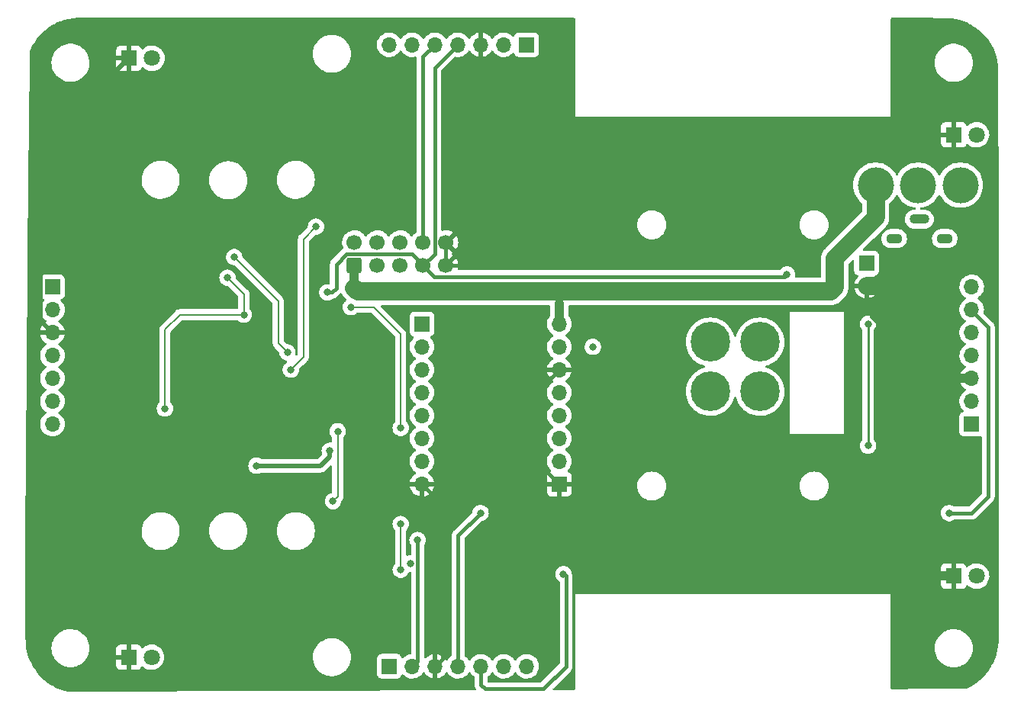
<source format=gbl>
G04 #@! TF.GenerationSoftware,KiCad,Pcbnew,(5.99.0-7087-g754e8e912c)*
G04 #@! TF.CreationDate,2020-12-17T20:12:46+00:00*
G04 #@! TF.ProjectId,nesta proto 2.1,6e657374-6120-4707-926f-746f20322e31,rev?*
G04 #@! TF.SameCoordinates,Original*
G04 #@! TF.FileFunction,Copper,L2,Bot*
G04 #@! TF.FilePolarity,Positive*
%FSLAX46Y46*%
G04 Gerber Fmt 4.6, Leading zero omitted, Abs format (unit mm)*
G04 Created by KiCad (PCBNEW (5.99.0-7087-g754e8e912c)) date 2020-12-17 20:12:46*
%MOMM*%
%LPD*%
G01*
G04 APERTURE LIST*
G04 Aperture macros list*
%AMRoundRect*
0 Rectangle with rounded corners*
0 $1 Rounding radius*
0 $2 $3 $4 $5 $6 $7 $8 $9 X,Y pos of 4 corners*
0 Add a 4 corners polygon primitive as box body*
4,1,4,$2,$3,$4,$5,$6,$7,$8,$9,$2,$3,0*
0 Add four circle primitives for the rounded corners*
1,1,$1+$1,$2,$3,0*
1,1,$1+$1,$4,$5,0*
1,1,$1+$1,$6,$7,0*
1,1,$1+$1,$8,$9,0*
0 Add four rect primitives between the rounded corners*
20,1,$1+$1,$2,$3,$4,$5,0*
20,1,$1+$1,$4,$5,$6,$7,0*
20,1,$1+$1,$6,$7,$8,$9,0*
20,1,$1+$1,$8,$9,$2,$3,0*%
G04 Aperture macros list end*
G04 #@! TA.AperFunction,ComponentPad*
%ADD10C,4.400000*%
G04 #@! TD*
G04 #@! TA.AperFunction,ComponentPad*
%ADD11C,0.700000*%
G04 #@! TD*
G04 #@! TA.AperFunction,ComponentPad*
%ADD12R,1.800000X1.800000*%
G04 #@! TD*
G04 #@! TA.AperFunction,ComponentPad*
%ADD13C,1.800000*%
G04 #@! TD*
G04 #@! TA.AperFunction,ComponentPad*
%ADD14R,1.700000X1.700000*%
G04 #@! TD*
G04 #@! TA.AperFunction,ComponentPad*
%ADD15O,1.700000X1.700000*%
G04 #@! TD*
G04 #@! TA.AperFunction,ComponentPad*
%ADD16RoundRect,0.250000X0.600000X-0.600000X0.600000X0.600000X-0.600000X0.600000X-0.600000X-0.600000X0*%
G04 #@! TD*
G04 #@! TA.AperFunction,ComponentPad*
%ADD17C,1.700000*%
G04 #@! TD*
G04 #@! TA.AperFunction,ComponentPad*
%ADD18O,2.200000X1.100000*%
G04 #@! TD*
G04 #@! TA.AperFunction,ComponentPad*
%ADD19O,1.800000X1.100000*%
G04 #@! TD*
G04 #@! TA.AperFunction,ComponentPad*
%ADD20C,4.000000*%
G04 #@! TD*
G04 #@! TA.AperFunction,ViaPad*
%ADD21C,0.800000*%
G04 #@! TD*
G04 #@! TA.AperFunction,Conductor*
%ADD22C,0.200000*%
G04 #@! TD*
G04 #@! TA.AperFunction,Conductor*
%ADD23C,0.500000*%
G04 #@! TD*
G04 #@! TA.AperFunction,Conductor*
%ADD24C,2.000000*%
G04 #@! TD*
G04 #@! TA.AperFunction,Conductor*
%ADD25C,0.400000*%
G04 #@! TD*
G04 #@! TA.AperFunction,Conductor*
%ADD26C,1.000000*%
G04 #@! TD*
G04 #@! TA.AperFunction,Conductor*
%ADD27C,0.250000*%
G04 #@! TD*
G04 APERTURE END LIST*
D10*
X178000000Y-112000000D03*
D11*
X176833274Y-113166726D03*
X176833274Y-110833274D03*
X179166726Y-113166726D03*
X179166726Y-110833274D03*
X179650000Y-112000000D03*
X176350000Y-112000000D03*
X178000000Y-113650000D03*
X178000000Y-110350000D03*
X176833274Y-116333274D03*
X178000000Y-119150000D03*
X179166726Y-118666726D03*
X176350000Y-117500000D03*
X178000000Y-115850000D03*
D10*
X178000000Y-117500000D03*
D11*
X176833274Y-118666726D03*
X179166726Y-116333274D03*
X179650000Y-117500000D03*
D12*
X113500000Y-80500000D03*
D13*
X116040000Y-80500000D03*
D14*
X146000000Y-110000000D03*
D15*
X146000000Y-112540000D03*
X146000000Y-115080000D03*
X146000000Y-117620000D03*
X146000000Y-120160000D03*
X146000000Y-122700000D03*
X146000000Y-125240000D03*
X146000000Y-127780000D03*
D14*
X157600000Y-79000000D03*
D15*
X155060000Y-79000000D03*
X152520000Y-79000000D03*
X149980000Y-79000000D03*
X147440000Y-79000000D03*
X144900000Y-79000000D03*
X142360000Y-79000000D03*
D12*
X113460000Y-147000000D03*
D13*
X116000000Y-147000000D03*
D14*
X105000000Y-105880000D03*
D15*
X105000000Y-108420000D03*
X105000000Y-110960000D03*
X105000000Y-113500000D03*
X105000000Y-116040000D03*
X105000000Y-118580000D03*
X105000000Y-121120000D03*
D11*
X182333274Y-116333274D03*
X183500000Y-115850000D03*
X184666726Y-116333274D03*
X184666726Y-118666726D03*
D10*
X183500000Y-117500000D03*
D11*
X181850000Y-117500000D03*
X182333274Y-118666726D03*
X185150000Y-117500000D03*
X183500000Y-119150000D03*
D12*
X205000000Y-89000000D03*
D13*
X207540000Y-89000000D03*
D14*
X142380000Y-148000000D03*
D15*
X144920000Y-148000000D03*
X147460000Y-148000000D03*
X150000000Y-148000000D03*
X152540000Y-148000000D03*
X155080000Y-148000000D03*
X157620000Y-148000000D03*
D16*
X138500000Y-103500000D03*
D17*
X138500000Y-100960000D03*
X141040000Y-103500000D03*
X141040000Y-100960000D03*
X143580000Y-103500000D03*
X143580000Y-100960000D03*
X146120000Y-103500000D03*
X146120000Y-100960000D03*
X148660000Y-103500000D03*
X148660000Y-100960000D03*
D14*
X207000000Y-121120000D03*
D15*
X207000000Y-118580000D03*
X207000000Y-116040000D03*
X207000000Y-113500000D03*
X207000000Y-110960000D03*
X207000000Y-108420000D03*
X207000000Y-105880000D03*
D18*
X201200000Y-98375000D03*
D19*
X204000000Y-100525000D03*
X198400000Y-100525000D03*
D11*
X183500000Y-113650000D03*
X181850000Y-112000000D03*
X185150000Y-112000000D03*
X184666726Y-110833274D03*
X183500000Y-110350000D03*
X182333274Y-110833274D03*
X182333274Y-113166726D03*
X184666726Y-113166726D03*
D10*
X183500000Y-112000000D03*
D14*
X195326000Y-103251000D03*
D15*
X195326000Y-105791000D03*
D20*
X201041000Y-94583000D03*
X205741000Y-94583000D03*
X196341000Y-94583000D03*
D12*
X205000000Y-138000000D03*
D13*
X207540000Y-138000000D03*
D14*
X161240000Y-127780000D03*
D15*
X161240000Y-125240000D03*
X161240000Y-122700000D03*
X161240000Y-120160000D03*
X161240000Y-117620000D03*
X161240000Y-115080000D03*
X161240000Y-112540000D03*
X161240000Y-110000000D03*
D21*
X131445000Y-115062000D03*
X134239000Y-99187000D03*
X125165932Y-102559932D03*
X131064000Y-113157000D03*
X117475000Y-119380000D03*
X126238000Y-108966000D03*
X124419750Y-104861750D03*
X136652000Y-121920000D03*
X136134459Y-129676541D03*
X138116502Y-108125500D03*
X143637000Y-132207000D03*
X143637000Y-121539000D03*
X143637000Y-137287000D03*
X135763000Y-124079000D03*
X127635000Y-125730000D03*
X124968000Y-113157000D03*
X121486719Y-118327000D03*
X161699999Y-137774990D03*
X152499987Y-131000000D03*
X135500000Y-106500000D03*
X186500000Y-104500000D03*
X198900000Y-102900000D03*
X145512660Y-133987340D03*
X164960000Y-112540000D03*
X204500000Y-131000000D03*
X144699990Y-136588388D03*
X195500000Y-123500000D03*
X195500000Y-110000000D03*
D22*
X132842000Y-113665000D02*
X132842000Y-100584000D01*
X132842000Y-100584000D02*
X134239000Y-99187000D01*
X131445000Y-115062000D02*
X132842000Y-113665000D01*
X125165932Y-102559932D02*
X130048000Y-107442000D01*
X130048000Y-107442000D02*
X130048000Y-112141000D01*
X130048000Y-112141000D02*
X131064000Y-113157000D01*
X117475000Y-119380000D02*
X117475000Y-110617000D01*
X117475000Y-110617000D02*
X119126000Y-108966000D01*
X119126000Y-108966000D02*
X126238000Y-108966000D01*
X126238000Y-108966000D02*
X126238000Y-106680000D01*
X126238000Y-106680000D02*
X124419750Y-104861750D01*
X136652000Y-129159000D02*
X136652000Y-121920000D01*
X136134459Y-129676541D02*
X136652000Y-129159000D01*
X143637000Y-121539000D02*
X143637000Y-111125000D01*
X143637000Y-111125000D02*
X140637500Y-108125500D01*
X140637500Y-108125500D02*
X138116502Y-108125500D01*
X143637000Y-137287000D02*
X143637000Y-132842000D01*
X143637000Y-132842000D02*
X143637000Y-132207000D01*
D23*
X134747000Y-125730000D02*
X135763000Y-124714000D01*
X135763000Y-124714000D02*
X135763000Y-124079000D01*
X127635000Y-125730000D02*
X134747000Y-125730000D01*
X121576000Y-118327000D02*
X121486719Y-118327000D01*
X124968000Y-114935000D02*
X121576000Y-118327000D01*
X124968000Y-113157000D02*
X124968000Y-114935000D01*
X113500000Y-80500000D02*
X103699999Y-90300001D01*
X103699999Y-109659999D02*
X105000000Y-110960000D01*
X103699999Y-90300001D02*
X103699999Y-109659999D01*
D24*
X195326000Y-105791000D02*
X196977000Y-105791000D01*
X196977000Y-105791000D02*
X198900000Y-103868000D01*
X198900000Y-103868000D02*
X198900000Y-102900000D01*
X191800001Y-105962997D02*
X191800001Y-102712999D01*
X191800001Y-102712999D02*
X196341000Y-98172000D01*
X196341000Y-98172000D02*
X196341000Y-94583000D01*
X138899999Y-106399999D02*
X138500000Y-106000000D01*
X191800001Y-105962997D02*
X191362999Y-106399999D01*
X191362999Y-106399999D02*
X138899999Y-106399999D01*
D25*
X152540000Y-148000000D02*
X152540000Y-150040000D01*
X153000000Y-150500000D02*
X159500000Y-150500000D01*
X152540000Y-150040000D02*
X153000000Y-150500000D01*
X146120000Y-80320000D02*
X146120000Y-100960000D01*
X147440000Y-79000000D02*
X146120000Y-80320000D01*
X159500000Y-150500000D02*
X162000000Y-148000000D01*
X162000000Y-148000000D02*
X162000000Y-138000000D01*
X147370001Y-104750001D02*
X186249999Y-104750001D01*
X147409999Y-102210001D02*
X146120000Y-103500000D01*
X136000000Y-106500000D02*
X135500000Y-106500000D01*
X150000000Y-133499987D02*
X152499987Y-131000000D01*
X136500000Y-106000000D02*
X136000000Y-106500000D01*
X147409999Y-81570001D02*
X147409999Y-102210001D01*
X137626553Y-102249999D02*
X136500000Y-103376552D01*
X146120000Y-103500000D02*
X147370001Y-104750001D01*
X144869999Y-102249999D02*
X137626553Y-102249999D01*
X186249999Y-104750001D02*
X186500000Y-104500000D01*
X149980000Y-79000000D02*
X147409999Y-81570001D01*
X146120000Y-103500000D02*
X144869999Y-102249999D01*
X136500000Y-103376552D02*
X136500000Y-106000000D01*
X150000000Y-148000000D02*
X150000000Y-133499987D01*
X152520000Y-97100000D02*
X148660000Y-100960000D01*
X152520000Y-79000000D02*
X152520000Y-97100000D01*
D26*
X203100000Y-138000000D02*
X201960000Y-136860000D01*
D25*
X201960000Y-115275996D02*
X201960000Y-116040000D01*
X148309999Y-147150001D02*
X147460000Y-148000000D01*
X161240000Y-127780000D02*
X159500000Y-126040000D01*
X159500000Y-126040000D02*
X159500000Y-116820000D01*
X148309999Y-130089999D02*
X148309999Y-147150001D01*
X148660000Y-103500000D02*
X148660000Y-100960000D01*
X146000000Y-127780000D02*
X161240000Y-127780000D01*
D26*
X201960000Y-136860000D02*
X201960000Y-116040000D01*
X205000000Y-138000000D02*
X203100000Y-138000000D01*
D25*
X146000000Y-127780000D02*
X148309999Y-130089999D01*
X195884002Y-109199998D02*
X201960000Y-115275996D01*
X159500000Y-116820000D02*
X161240000Y-115080000D01*
D26*
X201960000Y-116040000D02*
X207000000Y-116040000D01*
D25*
X153772806Y-103500000D02*
X148660000Y-103500000D01*
X145512660Y-147407340D02*
X145512660Y-133987340D01*
X144920000Y-148000000D02*
X145512660Y-147407340D01*
X208840001Y-129159999D02*
X207000000Y-131000000D01*
X207000000Y-131000000D02*
X204500000Y-131000000D01*
X208840001Y-110340001D02*
X208840001Y-129159999D01*
X207000000Y-108500000D02*
X208840001Y-110340001D01*
D26*
X138500000Y-103500000D02*
X138500000Y-106000000D01*
X161240000Y-110000000D02*
X161240000Y-107760000D01*
D27*
X195500000Y-123500000D02*
X195500000Y-111000000D01*
X195500000Y-111000000D02*
X195500000Y-110000000D01*
G04 #@! TA.AperFunction,Conductor*
G36*
X162932122Y-76030002D02*
G01*
X162978615Y-76083658D01*
X162990001Y-76136000D01*
X162990000Y-86990000D01*
X162987578Y-86990000D01*
X162988018Y-86992714D01*
X162985000Y-87000000D01*
X162989142Y-87010000D01*
X162990000Y-87010000D01*
X162990000Y-87010858D01*
X163000000Y-87015000D01*
X163009839Y-87010925D01*
X163019172Y-87011928D01*
X163032583Y-87010000D01*
X197990000Y-87010000D01*
X197990000Y-87012422D01*
X197992714Y-87011982D01*
X198000000Y-87015000D01*
X198010000Y-87010858D01*
X198010000Y-87010000D01*
X198010858Y-87010000D01*
X198015000Y-87000000D01*
X198010925Y-86990161D01*
X198011928Y-86980828D01*
X198010000Y-86967417D01*
X198010000Y-80977868D01*
X202886616Y-80977868D01*
X202903166Y-81264892D01*
X202903991Y-81269097D01*
X202903992Y-81269105D01*
X202930985Y-81406689D01*
X202958516Y-81547014D01*
X202959903Y-81551065D01*
X203042590Y-81792574D01*
X203051642Y-81819014D01*
X203097466Y-81910124D01*
X203149706Y-82013991D01*
X203180822Y-82075859D01*
X203343664Y-82312796D01*
X203537155Y-82525440D01*
X203757716Y-82709857D01*
X203761357Y-82712141D01*
X203997624Y-82860352D01*
X203997628Y-82860354D01*
X204001264Y-82862635D01*
X204263293Y-82980945D01*
X204267412Y-82982165D01*
X204534841Y-83061382D01*
X204534846Y-83061383D01*
X204538954Y-83062600D01*
X204543188Y-83063248D01*
X204543193Y-83063249D01*
X204796037Y-83101940D01*
X204823147Y-83106088D01*
X204969498Y-83108387D01*
X205106321Y-83110537D01*
X205106327Y-83110537D01*
X205110612Y-83110604D01*
X205114864Y-83110089D01*
X205114872Y-83110089D01*
X205336529Y-83083265D01*
X205396030Y-83076064D01*
X205400179Y-83074976D01*
X205400182Y-83074975D01*
X205669970Y-83004198D01*
X205674121Y-83003109D01*
X205939736Y-82893087D01*
X205988827Y-82864401D01*
X206184255Y-82750202D01*
X206184257Y-82750200D01*
X206187963Y-82748035D01*
X206414208Y-82570637D01*
X206614283Y-82364175D01*
X206616816Y-82360727D01*
X206616820Y-82360722D01*
X206781949Y-82135925D01*
X206784487Y-82132470D01*
X206815704Y-82074975D01*
X206919621Y-81883585D01*
X206919622Y-81883583D01*
X206921671Y-81879809D01*
X206984968Y-81712298D01*
X207021777Y-81614887D01*
X207021778Y-81614883D01*
X207023295Y-81610869D01*
X207053384Y-81479491D01*
X207086521Y-81334808D01*
X207086522Y-81334804D01*
X207087479Y-81330624D01*
X207089386Y-81309265D01*
X207112816Y-81046728D01*
X207112816Y-81046726D01*
X207113036Y-81044262D01*
X207113500Y-81000000D01*
X207113331Y-80997519D01*
X207094238Y-80717442D01*
X207094237Y-80717436D01*
X207093946Y-80713165D01*
X207089409Y-80691254D01*
X207036513Y-80435835D01*
X207035644Y-80431638D01*
X206939674Y-80160628D01*
X206807812Y-79905150D01*
X206642498Y-79669931D01*
X206639573Y-79666783D01*
X206449711Y-79462468D01*
X206449708Y-79462466D01*
X206446790Y-79459325D01*
X206443474Y-79456611D01*
X206443471Y-79456608D01*
X206227629Y-79279942D01*
X206227622Y-79279937D01*
X206224311Y-79277227D01*
X205979176Y-79127009D01*
X205962011Y-79119474D01*
X205719851Y-79013172D01*
X205719847Y-79013171D01*
X205715923Y-79011448D01*
X205439421Y-78932685D01*
X205221259Y-78901636D01*
X205159041Y-78892781D01*
X205159039Y-78892781D01*
X205154789Y-78892176D01*
X205003976Y-78891387D01*
X204871579Y-78890693D01*
X204871573Y-78890693D01*
X204867292Y-78890671D01*
X204863048Y-78891230D01*
X204863044Y-78891230D01*
X204757312Y-78905150D01*
X204582251Y-78928197D01*
X204578111Y-78929330D01*
X204578109Y-78929330D01*
X204540313Y-78939670D01*
X204304940Y-79004061D01*
X204283580Y-79013172D01*
X204044433Y-79115176D01*
X204044426Y-79115180D01*
X204040491Y-79116858D01*
X204036810Y-79119061D01*
X203797479Y-79262297D01*
X203797475Y-79262300D01*
X203793797Y-79264501D01*
X203790454Y-79267179D01*
X203790450Y-79267182D01*
X203693201Y-79345094D01*
X203569423Y-79444259D01*
X203566479Y-79447361D01*
X203566475Y-79447365D01*
X203374470Y-79649695D01*
X203371520Y-79652804D01*
X203203752Y-79886279D01*
X203069222Y-80140362D01*
X203006329Y-80312225D01*
X202987565Y-80363500D01*
X202970419Y-80410352D01*
X202909173Y-80691254D01*
X202886616Y-80977868D01*
X198010000Y-80977868D01*
X198010000Y-76136000D01*
X198030002Y-76067879D01*
X198083658Y-76021386D01*
X198136000Y-76010000D01*
X201058023Y-76010000D01*
X201058918Y-76010003D01*
X204440868Y-76034017D01*
X204450378Y-76034444D01*
X204735427Y-76058064D01*
X204745748Y-76059350D01*
X205223618Y-76139093D01*
X205233782Y-76141226D01*
X205703408Y-76260152D01*
X205713367Y-76263116D01*
X205934360Y-76338983D01*
X206171578Y-76420420D01*
X206181280Y-76424206D01*
X206624914Y-76618802D01*
X206634265Y-76623373D01*
X207031072Y-76838114D01*
X207060323Y-76853944D01*
X207069267Y-76859273D01*
X207238146Y-76969608D01*
X207474843Y-77124251D01*
X207483318Y-77130303D01*
X207865601Y-77427848D01*
X207873547Y-77434578D01*
X208051756Y-77598630D01*
X208229972Y-77762689D01*
X208237310Y-77770026D01*
X208565428Y-78126459D01*
X208572147Y-78134393D01*
X208869712Y-78516702D01*
X208875757Y-78525168D01*
X209140727Y-78930736D01*
X209146051Y-78939670D01*
X209376626Y-79365736D01*
X209381199Y-79375091D01*
X209575801Y-79818740D01*
X209579587Y-79828442D01*
X209604878Y-79902113D01*
X209735288Y-80281984D01*
X209736883Y-80286631D01*
X209739851Y-80296603D01*
X209855136Y-80751853D01*
X209858774Y-80766218D01*
X209860911Y-80776407D01*
X209932630Y-81206196D01*
X209938133Y-81239176D01*
X209939851Y-81259698D01*
X209970596Y-99276166D01*
X209990000Y-110647068D01*
X209990000Y-110647283D01*
X209990001Y-144963268D01*
X209987743Y-144985012D01*
X209986009Y-144985709D01*
X209985129Y-144987771D01*
X209984998Y-145000182D01*
X209984997Y-145000184D01*
X209982427Y-145242807D01*
X209982004Y-145251877D01*
X209941938Y-145735402D01*
X209940650Y-145745735D01*
X209860912Y-146223589D01*
X209858775Y-146233779D01*
X209741611Y-146696451D01*
X209739854Y-146703388D01*
X209736886Y-146713360D01*
X209629167Y-147027136D01*
X209579587Y-147171558D01*
X209575801Y-147181260D01*
X209381199Y-147624909D01*
X209376626Y-147634264D01*
X209197204Y-147965807D01*
X209162482Y-148029969D01*
X209146051Y-148060330D01*
X209140727Y-148069264D01*
X208875757Y-148474832D01*
X208869712Y-148483298D01*
X208572147Y-148865607D01*
X208565428Y-148873541D01*
X208237310Y-149229974D01*
X208229972Y-149237311D01*
X208121607Y-149337068D01*
X207873547Y-149565422D01*
X207865601Y-149572152D01*
X207483318Y-149869697D01*
X207474843Y-149875749D01*
X207431022Y-149904379D01*
X207177882Y-150069765D01*
X207069270Y-150140725D01*
X207060330Y-150146052D01*
X206955746Y-150202650D01*
X206634269Y-150376625D01*
X206624914Y-150381198D01*
X206359574Y-150497587D01*
X206309404Y-150508199D01*
X201628749Y-150524681D01*
X198136443Y-150536978D01*
X198068253Y-150517216D01*
X198021571Y-150463725D01*
X198010000Y-150410979D01*
X198010000Y-145977868D01*
X202886616Y-145977868D01*
X202903166Y-146264892D01*
X202903991Y-146269097D01*
X202903992Y-146269105D01*
X202915223Y-146326348D01*
X202958516Y-146547014D01*
X202959903Y-146551065D01*
X203049833Y-146813729D01*
X203051642Y-146819014D01*
X203078047Y-146871515D01*
X203171018Y-147056365D01*
X203180822Y-147075859D01*
X203253262Y-147181260D01*
X203334729Y-147299795D01*
X203343664Y-147312796D01*
X203537155Y-147525440D01*
X203757716Y-147709857D01*
X203761357Y-147712141D01*
X203997624Y-147860352D01*
X203997628Y-147860354D01*
X204001264Y-147862635D01*
X204263293Y-147980945D01*
X204327621Y-148000000D01*
X204534841Y-148061382D01*
X204534846Y-148061383D01*
X204538954Y-148062600D01*
X204543188Y-148063248D01*
X204543193Y-148063249D01*
X204729507Y-148091759D01*
X204823147Y-148106088D01*
X204969498Y-148108387D01*
X205106321Y-148110537D01*
X205106327Y-148110537D01*
X205110612Y-148110604D01*
X205114864Y-148110089D01*
X205114872Y-148110089D01*
X205361191Y-148080280D01*
X205396030Y-148076064D01*
X205400179Y-148074976D01*
X205400182Y-148074975D01*
X205669970Y-148004198D01*
X205674121Y-148003109D01*
X205939736Y-147893087D01*
X205988827Y-147864401D01*
X206184255Y-147750202D01*
X206184257Y-147750200D01*
X206187963Y-147748035D01*
X206414208Y-147570637D01*
X206437101Y-147547014D01*
X206611300Y-147367253D01*
X206614283Y-147364175D01*
X206616816Y-147360727D01*
X206616820Y-147360722D01*
X206781949Y-147135925D01*
X206784487Y-147132470D01*
X206815224Y-147075859D01*
X206919621Y-146883585D01*
X206919622Y-146883583D01*
X206921671Y-146879809D01*
X206984559Y-146713380D01*
X207021777Y-146614887D01*
X207021778Y-146614883D01*
X207023295Y-146610869D01*
X207087479Y-146330624D01*
X207092970Y-146269105D01*
X207112816Y-146046728D01*
X207112816Y-146046726D01*
X207113036Y-146044262D01*
X207113500Y-146000000D01*
X207107034Y-145905150D01*
X207094238Y-145717442D01*
X207094237Y-145717436D01*
X207093946Y-145713165D01*
X207092758Y-145707426D01*
X207036513Y-145435835D01*
X207035644Y-145431638D01*
X206939674Y-145160628D01*
X206807812Y-144905150D01*
X206642498Y-144669931D01*
X206639573Y-144666783D01*
X206449711Y-144462468D01*
X206449708Y-144462466D01*
X206446790Y-144459325D01*
X206443474Y-144456611D01*
X206443471Y-144456608D01*
X206227629Y-144279942D01*
X206227622Y-144279937D01*
X206224311Y-144277227D01*
X205979176Y-144127009D01*
X205975240Y-144125281D01*
X205719851Y-144013172D01*
X205719847Y-144013171D01*
X205715923Y-144011448D01*
X205439421Y-143932685D01*
X205228794Y-143902708D01*
X205159041Y-143892781D01*
X205159039Y-143892781D01*
X205154789Y-143892176D01*
X205003976Y-143891387D01*
X204871579Y-143890693D01*
X204871573Y-143890693D01*
X204867292Y-143890671D01*
X204863048Y-143891230D01*
X204863044Y-143891230D01*
X204737864Y-143907710D01*
X204582251Y-143928197D01*
X204578111Y-143929330D01*
X204578109Y-143929330D01*
X204561547Y-143933861D01*
X204304940Y-144004061D01*
X204283580Y-144013172D01*
X204044433Y-144115176D01*
X204044426Y-144115180D01*
X204040491Y-144116858D01*
X204036810Y-144119061D01*
X203797479Y-144262297D01*
X203797475Y-144262300D01*
X203793797Y-144264501D01*
X203790454Y-144267179D01*
X203790450Y-144267182D01*
X203680922Y-144354931D01*
X203569423Y-144444259D01*
X203566479Y-144447361D01*
X203566475Y-144447365D01*
X203552143Y-144462468D01*
X203371520Y-144652804D01*
X203203752Y-144886279D01*
X203069222Y-145140362D01*
X202970419Y-145410352D01*
X202909173Y-145691254D01*
X202905697Y-145735427D01*
X202889304Y-145943720D01*
X202886616Y-145977868D01*
X198010000Y-145977868D01*
X198010000Y-140010000D01*
X198012422Y-140010000D01*
X198011982Y-140007286D01*
X198015000Y-140000000D01*
X198010858Y-139990000D01*
X198010000Y-139990000D01*
X198010000Y-139989142D01*
X198000000Y-139985000D01*
X197990161Y-139989075D01*
X197980828Y-139988072D01*
X197967417Y-139990000D01*
X163010000Y-139990000D01*
X163010000Y-139987578D01*
X163007286Y-139988018D01*
X163000000Y-139985000D01*
X162990000Y-139989142D01*
X162990000Y-139990000D01*
X162989142Y-139990000D01*
X162985000Y-140000000D01*
X162989075Y-140009839D01*
X162988072Y-140019172D01*
X162990000Y-140032583D01*
X162990001Y-145462468D01*
X162990001Y-150535175D01*
X162969999Y-150603296D01*
X162916343Y-150649789D01*
X162864445Y-150661174D01*
X162131065Y-150663757D01*
X160637585Y-150669015D01*
X160569396Y-150649254D01*
X160522714Y-150595763D01*
X160512363Y-150525525D01*
X160541629Y-150460840D01*
X160548048Y-150453922D01*
X162482623Y-148519347D01*
X162488889Y-148513492D01*
X162495772Y-148507488D01*
X162530234Y-148477425D01*
X162566973Y-148425151D01*
X162570905Y-148419857D01*
X162605615Y-148375590D01*
X162605616Y-148375588D01*
X162610302Y-148369612D01*
X162613428Y-148362688D01*
X162614829Y-148360375D01*
X162623166Y-148345759D01*
X162624441Y-148343382D01*
X162628810Y-148337165D01*
X162635074Y-148321100D01*
X162652008Y-148277664D01*
X162654565Y-148271581D01*
X162677723Y-148220292D01*
X162677724Y-148220290D01*
X162680850Y-148213366D01*
X162682234Y-148205900D01*
X162683040Y-148203328D01*
X162687654Y-148187129D01*
X162688324Y-148184521D01*
X162691084Y-148177440D01*
X162699423Y-148114100D01*
X162700454Y-148107587D01*
X162700720Y-148106155D01*
X162712091Y-148044801D01*
X162709593Y-148001467D01*
X162708709Y-147986144D01*
X162708500Y-147978891D01*
X162708500Y-138267548D01*
X203587000Y-138267548D01*
X203587000Y-138897743D01*
X203587161Y-138902250D01*
X203591740Y-138966269D01*
X203594126Y-138979491D01*
X203630819Y-139104458D01*
X203638233Y-139120692D01*
X203707426Y-139228360D01*
X203719112Y-139241847D01*
X203815840Y-139325662D01*
X203830848Y-139335307D01*
X203947275Y-139388477D01*
X203964388Y-139393502D01*
X204095554Y-139412361D01*
X204104495Y-139413000D01*
X204727885Y-139413000D01*
X204743124Y-139408525D01*
X204744329Y-139407135D01*
X204746000Y-139399452D01*
X204746000Y-138272115D01*
X204741525Y-138256876D01*
X204740135Y-138255671D01*
X204732452Y-138254000D01*
X203605115Y-138254000D01*
X203589876Y-138258475D01*
X203588671Y-138259865D01*
X203587000Y-138267548D01*
X162708500Y-138267548D01*
X162708500Y-137958683D01*
X162692904Y-137829806D01*
X162688528Y-137818224D01*
X162634990Y-137676540D01*
X162634989Y-137676537D01*
X162632306Y-137669438D01*
X162628007Y-137663184D01*
X162628004Y-137663177D01*
X162615133Y-137644450D01*
X162597854Y-137597612D01*
X162595601Y-137598091D01*
X162594227Y-137591626D01*
X162593537Y-137585063D01*
X162577484Y-137535655D01*
X162536565Y-137409721D01*
X162534523Y-137403436D01*
X162439036Y-137238048D01*
X162331596Y-137118723D01*
X162318785Y-137104495D01*
X203587000Y-137104495D01*
X203587000Y-137727885D01*
X203591475Y-137743124D01*
X203592865Y-137744329D01*
X203600548Y-137746000D01*
X204727885Y-137746000D01*
X204743124Y-137741525D01*
X204744329Y-137740135D01*
X204746000Y-137732452D01*
X204746000Y-136605115D01*
X204744659Y-136600548D01*
X205254000Y-136600548D01*
X205254000Y-139394885D01*
X205258475Y-139410124D01*
X205259865Y-139411329D01*
X205267548Y-139413000D01*
X205897743Y-139413000D01*
X205902250Y-139412839D01*
X205966269Y-139408260D01*
X205979491Y-139405874D01*
X206104458Y-139369181D01*
X206120692Y-139361767D01*
X206228360Y-139292574D01*
X206241847Y-139280888D01*
X206325662Y-139184160D01*
X206335307Y-139169152D01*
X206380044Y-139071190D01*
X206426537Y-139017534D01*
X206494658Y-138997532D01*
X206562779Y-139017534D01*
X206579049Y-139029968D01*
X206685399Y-139125895D01*
X206689912Y-139128754D01*
X206689914Y-139128755D01*
X206777387Y-139184160D01*
X206887318Y-139253790D01*
X207107900Y-139345835D01*
X207209428Y-139369181D01*
X207335629Y-139398201D01*
X207335633Y-139398202D01*
X207340836Y-139399398D01*
X207346169Y-139399701D01*
X207346170Y-139399701D01*
X207454877Y-139405874D01*
X207579467Y-139412949D01*
X207584774Y-139412349D01*
X207584776Y-139412349D01*
X207751486Y-139393502D01*
X207816970Y-139386099D01*
X207822085Y-139384618D01*
X207822089Y-139384617D01*
X208041430Y-139321100D01*
X208041435Y-139321098D01*
X208046553Y-139319616D01*
X208261652Y-139215401D01*
X208394184Y-139120692D01*
X208451771Y-139079540D01*
X208451773Y-139079538D01*
X208456117Y-139076434D01*
X208624388Y-138906689D01*
X208761652Y-138711019D01*
X208863986Y-138495018D01*
X208928463Y-138264863D01*
X208929296Y-138256876D01*
X208952933Y-138030083D01*
X208952933Y-138030080D01*
X208953240Y-138027136D01*
X208953500Y-138000000D01*
X208950604Y-137965863D01*
X208942213Y-137866978D01*
X208933292Y-137761840D01*
X208928747Y-137744329D01*
X208874586Y-137535655D01*
X208874584Y-137535650D01*
X208873245Y-137530490D01*
X208817664Y-137407104D01*
X208777267Y-137317426D01*
X208777266Y-137317423D01*
X208775077Y-137312565D01*
X208641594Y-137114296D01*
X208632245Y-137104495D01*
X208480292Y-136945208D01*
X208476613Y-136941351D01*
X208284852Y-136798677D01*
X208280101Y-136796261D01*
X208280097Y-136796259D01*
X208076549Y-136692770D01*
X208076548Y-136692770D01*
X208071793Y-136690352D01*
X207843528Y-136619474D01*
X207783540Y-136611523D01*
X207611868Y-136588769D01*
X207611865Y-136588769D01*
X207606585Y-136588069D01*
X207601256Y-136588269D01*
X207601255Y-136588269D01*
X207515862Y-136591475D01*
X207367738Y-136597036D01*
X207298694Y-136611523D01*
X207139043Y-136645021D01*
X207139040Y-136645022D01*
X207133816Y-136646118D01*
X206911508Y-136733911D01*
X206906944Y-136736680D01*
X206906945Y-136736680D01*
X206711732Y-136855138D01*
X206711729Y-136855140D01*
X206707171Y-136857906D01*
X206577200Y-136970689D01*
X206512643Y-137000228D01*
X206442362Y-136990174D01*
X206388673Y-136943720D01*
X206373726Y-136911022D01*
X206369180Y-136895540D01*
X206361767Y-136879308D01*
X206292574Y-136771640D01*
X206280888Y-136758153D01*
X206184160Y-136674338D01*
X206169152Y-136664693D01*
X206052725Y-136611523D01*
X206035612Y-136606498D01*
X205904446Y-136587639D01*
X205895505Y-136587000D01*
X205272115Y-136587000D01*
X205256876Y-136591475D01*
X205255671Y-136592865D01*
X205254000Y-136600548D01*
X204744659Y-136600548D01*
X204741525Y-136589876D01*
X204740135Y-136588671D01*
X204732452Y-136587000D01*
X204102257Y-136587000D01*
X204097750Y-136587161D01*
X204033731Y-136591740D01*
X204020509Y-136594126D01*
X203895542Y-136630819D01*
X203879308Y-136638233D01*
X203771640Y-136707426D01*
X203758153Y-136719112D01*
X203674338Y-136815840D01*
X203664693Y-136830848D01*
X203611523Y-136947275D01*
X203606498Y-136964388D01*
X203587639Y-137095554D01*
X203587000Y-137104495D01*
X162318785Y-137104495D01*
X162315672Y-137101038D01*
X162315671Y-137101037D01*
X162311250Y-137096127D01*
X162305908Y-137092246D01*
X162305906Y-137092244D01*
X162162091Y-136987757D01*
X162162090Y-136987756D01*
X162156749Y-136983876D01*
X162150721Y-136981192D01*
X162150719Y-136981191D01*
X161988317Y-136908885D01*
X161988316Y-136908885D01*
X161982286Y-136906200D01*
X161888886Y-136886347D01*
X161801943Y-136867866D01*
X161801938Y-136867866D01*
X161795486Y-136866494D01*
X161604512Y-136866494D01*
X161598060Y-136867866D01*
X161598055Y-136867866D01*
X161511112Y-136886347D01*
X161417712Y-136906200D01*
X161411682Y-136908885D01*
X161411681Y-136908885D01*
X161249279Y-136981191D01*
X161249277Y-136981192D01*
X161243249Y-136983876D01*
X161237908Y-136987756D01*
X161237907Y-136987757D01*
X161094092Y-137092244D01*
X161094090Y-137092246D01*
X161088748Y-137096127D01*
X161084327Y-137101037D01*
X161084326Y-137101038D01*
X161068403Y-137118723D01*
X160960962Y-137238048D01*
X160865475Y-137403436D01*
X160863433Y-137409721D01*
X160822515Y-137535655D01*
X160806461Y-137585063D01*
X160786499Y-137774990D01*
X160806461Y-137964917D01*
X160808501Y-137971195D01*
X160808501Y-137971196D01*
X160825714Y-138024172D01*
X160865475Y-138146544D01*
X160868778Y-138152266D01*
X160868779Y-138152267D01*
X160902688Y-138210998D01*
X160960962Y-138311932D01*
X160965380Y-138316839D01*
X160965381Y-138316840D01*
X161084326Y-138448942D01*
X161088748Y-138453853D01*
X161094090Y-138457734D01*
X161094092Y-138457736D01*
X161239562Y-138563425D01*
X161282916Y-138619647D01*
X161291501Y-138665361D01*
X161291500Y-147654340D01*
X161271498Y-147722461D01*
X161254595Y-147743435D01*
X159243436Y-149754595D01*
X159181124Y-149788620D01*
X159154341Y-149791500D01*
X153374500Y-149791500D01*
X153306379Y-149771498D01*
X153259886Y-149717842D01*
X153248500Y-149665500D01*
X153248500Y-149228390D01*
X153268502Y-149160269D01*
X153301242Y-149125876D01*
X153419365Y-149041463D01*
X153419370Y-149041459D01*
X153423711Y-149038357D01*
X153580010Y-148880690D01*
X153582277Y-148878403D01*
X153582278Y-148878402D01*
X153586030Y-148874617D01*
X153589090Y-148870255D01*
X153589095Y-148870249D01*
X153707634Y-148701271D01*
X153763130Y-148656990D01*
X153833755Y-148649743D01*
X153897088Y-148681829D01*
X153921461Y-148713410D01*
X153941685Y-148750580D01*
X154084424Y-148931644D01*
X154088389Y-148935220D01*
X154251659Y-149082489D01*
X154251665Y-149082494D01*
X154255629Y-149086069D01*
X154450406Y-149209439D01*
X154663184Y-149298228D01*
X154668387Y-149299425D01*
X154668392Y-149299426D01*
X154882678Y-149348701D01*
X154882683Y-149348702D01*
X154887881Y-149349897D01*
X154893209Y-149350200D01*
X154893212Y-149350200D01*
X155043877Y-149358755D01*
X155118071Y-149362968D01*
X155123378Y-149362368D01*
X155123380Y-149362368D01*
X155297354Y-149342700D01*
X155347173Y-149337068D01*
X155352288Y-149335587D01*
X155352292Y-149335586D01*
X155477161Y-149299426D01*
X155568635Y-149272937D01*
X155776125Y-149172409D01*
X155780463Y-149169309D01*
X155780468Y-149169306D01*
X155940883Y-149054670D01*
X155963711Y-149038357D01*
X156120010Y-148880690D01*
X156122277Y-148878403D01*
X156122278Y-148878402D01*
X156126030Y-148874617D01*
X156129090Y-148870255D01*
X156129095Y-148870249D01*
X156247634Y-148701271D01*
X156303130Y-148656990D01*
X156373755Y-148649743D01*
X156437088Y-148681829D01*
X156461461Y-148713410D01*
X156481685Y-148750580D01*
X156624424Y-148931644D01*
X156628389Y-148935220D01*
X156791659Y-149082489D01*
X156791665Y-149082494D01*
X156795629Y-149086069D01*
X156990406Y-149209439D01*
X157203184Y-149298228D01*
X157208387Y-149299425D01*
X157208392Y-149299426D01*
X157422678Y-149348701D01*
X157422683Y-149348702D01*
X157427881Y-149349897D01*
X157433209Y-149350200D01*
X157433212Y-149350200D01*
X157583877Y-149358755D01*
X157658071Y-149362968D01*
X157663378Y-149362368D01*
X157663380Y-149362368D01*
X157837354Y-149342700D01*
X157887173Y-149337068D01*
X157892288Y-149335587D01*
X157892292Y-149335586D01*
X158017161Y-149299426D01*
X158108635Y-149272937D01*
X158316125Y-149172409D01*
X158320463Y-149169309D01*
X158320468Y-149169306D01*
X158480883Y-149054670D01*
X158503711Y-149038357D01*
X158660010Y-148880690D01*
X158662277Y-148878403D01*
X158662278Y-148878402D01*
X158666030Y-148874617D01*
X158669315Y-148869934D01*
X158795375Y-148690236D01*
X158795376Y-148690234D01*
X158798439Y-148685868D01*
X158815786Y-148649254D01*
X158894868Y-148482331D01*
X158897153Y-148477508D01*
X158959349Y-148255494D01*
X158983249Y-148026176D01*
X158983460Y-148004198D01*
X158983472Y-148002963D01*
X158983472Y-148002954D01*
X158983500Y-148000000D01*
X158975583Y-147906689D01*
X158964458Y-147775576D01*
X158964457Y-147775572D01*
X158964007Y-147770265D01*
X158957709Y-147745998D01*
X158912882Y-147573288D01*
X158906084Y-147547098D01*
X158893059Y-147518182D01*
X158813578Y-147341743D01*
X158813577Y-147341741D01*
X158811388Y-147336882D01*
X158800338Y-147320468D01*
X158764710Y-147267548D01*
X158682627Y-147145626D01*
X158666483Y-147128702D01*
X158587507Y-147045915D01*
X158523482Y-146978799D01*
X158338504Y-146841171D01*
X158333753Y-146838755D01*
X158333749Y-146838753D01*
X158137740Y-146739097D01*
X158137739Y-146739097D01*
X158132982Y-146736678D01*
X158022887Y-146702492D01*
X157917895Y-146669891D01*
X157917889Y-146669890D01*
X157912792Y-146668307D01*
X157807798Y-146654391D01*
X157689515Y-146638714D01*
X157689510Y-146638714D01*
X157684230Y-146638014D01*
X157678900Y-146638214D01*
X157678899Y-146638214D01*
X157585320Y-146641727D01*
X157453831Y-146646663D01*
X157409246Y-146656018D01*
X157233411Y-146692912D01*
X157233408Y-146692913D01*
X157228184Y-146694009D01*
X157013740Y-146778697D01*
X156816631Y-146898306D01*
X156812601Y-146901803D01*
X156651283Y-147041787D01*
X156642492Y-147049415D01*
X156639109Y-147053541D01*
X156639105Y-147053545D01*
X156571156Y-147136416D01*
X156496304Y-147227705D01*
X156493667Y-147232338D01*
X156493666Y-147232339D01*
X156460116Y-147291278D01*
X156409033Y-147340584D01*
X156339402Y-147354445D01*
X156273332Y-147328461D01*
X156246094Y-147299312D01*
X156240686Y-147291278D01*
X156179183Y-147199924D01*
X156145607Y-147150052D01*
X156145605Y-147150050D01*
X156142627Y-147145626D01*
X156126483Y-147128702D01*
X156047507Y-147045915D01*
X155983482Y-146978799D01*
X155798504Y-146841171D01*
X155793753Y-146838755D01*
X155793749Y-146838753D01*
X155597740Y-146739097D01*
X155597739Y-146739097D01*
X155592982Y-146736678D01*
X155482887Y-146702492D01*
X155377895Y-146669891D01*
X155377889Y-146669890D01*
X155372792Y-146668307D01*
X155267798Y-146654391D01*
X155149515Y-146638714D01*
X155149510Y-146638714D01*
X155144230Y-146638014D01*
X155138900Y-146638214D01*
X155138899Y-146638214D01*
X155045320Y-146641727D01*
X154913831Y-146646663D01*
X154869246Y-146656018D01*
X154693411Y-146692912D01*
X154693408Y-146692913D01*
X154688184Y-146694009D01*
X154473740Y-146778697D01*
X154276631Y-146898306D01*
X154272601Y-146901803D01*
X154111283Y-147041787D01*
X154102492Y-147049415D01*
X154099109Y-147053541D01*
X154099105Y-147053545D01*
X154031156Y-147136416D01*
X153956304Y-147227705D01*
X153953667Y-147232338D01*
X153953666Y-147232339D01*
X153920116Y-147291278D01*
X153869033Y-147340584D01*
X153799402Y-147354445D01*
X153733332Y-147328461D01*
X153706094Y-147299312D01*
X153700686Y-147291278D01*
X153639183Y-147199924D01*
X153605607Y-147150052D01*
X153605605Y-147150050D01*
X153602627Y-147145626D01*
X153586483Y-147128702D01*
X153507507Y-147045915D01*
X153443482Y-146978799D01*
X153258504Y-146841171D01*
X153253753Y-146838755D01*
X153253749Y-146838753D01*
X153057740Y-146739097D01*
X153057739Y-146739097D01*
X153052982Y-146736678D01*
X152942887Y-146702492D01*
X152837895Y-146669891D01*
X152837889Y-146669890D01*
X152832792Y-146668307D01*
X152727798Y-146654391D01*
X152609515Y-146638714D01*
X152609510Y-146638714D01*
X152604230Y-146638014D01*
X152598900Y-146638214D01*
X152598899Y-146638214D01*
X152505320Y-146641727D01*
X152373831Y-146646663D01*
X152329246Y-146656018D01*
X152153411Y-146692912D01*
X152153408Y-146692913D01*
X152148184Y-146694009D01*
X151933740Y-146778697D01*
X151736631Y-146898306D01*
X151732601Y-146901803D01*
X151571283Y-147041787D01*
X151562492Y-147049415D01*
X151559109Y-147053541D01*
X151559105Y-147053545D01*
X151491156Y-147136416D01*
X151416304Y-147227705D01*
X151413667Y-147232338D01*
X151413666Y-147232339D01*
X151380116Y-147291278D01*
X151329033Y-147340584D01*
X151259402Y-147354445D01*
X151193332Y-147328461D01*
X151166094Y-147299312D01*
X151160686Y-147291278D01*
X151099183Y-147199924D01*
X151065607Y-147150052D01*
X151065605Y-147150050D01*
X151062627Y-147145626D01*
X151046483Y-147128702D01*
X150967507Y-147045915D01*
X150903482Y-146978799D01*
X150759286Y-146871514D01*
X150716574Y-146814805D01*
X150708500Y-146770426D01*
X150708500Y-133845647D01*
X150728502Y-133777526D01*
X150745405Y-133756551D01*
X151188569Y-133313388D01*
X152105030Y-132396927D01*
X152566528Y-131935430D01*
X152629425Y-131901279D01*
X152782274Y-131868790D01*
X152788305Y-131866105D01*
X152950707Y-131793799D01*
X152950709Y-131793798D01*
X152956737Y-131791114D01*
X153037326Y-131732563D01*
X153105894Y-131682746D01*
X153105896Y-131682744D01*
X153111238Y-131678863D01*
X153119166Y-131670058D01*
X153234605Y-131541850D01*
X153234606Y-131541849D01*
X153239024Y-131536942D01*
X153334511Y-131371554D01*
X153393525Y-131189927D01*
X153413487Y-131000000D01*
X203586500Y-131000000D01*
X203606462Y-131189927D01*
X203665476Y-131371554D01*
X203760963Y-131536942D01*
X203765381Y-131541849D01*
X203765382Y-131541850D01*
X203880821Y-131670058D01*
X203888749Y-131678863D01*
X203894091Y-131682744D01*
X203894093Y-131682746D01*
X203962661Y-131732563D01*
X204043250Y-131791114D01*
X204049278Y-131793798D01*
X204049280Y-131793799D01*
X204211682Y-131866105D01*
X204217713Y-131868790D01*
X204311113Y-131888643D01*
X204398056Y-131907124D01*
X204398061Y-131907124D01*
X204404513Y-131908496D01*
X204595487Y-131908496D01*
X204601939Y-131907124D01*
X204601944Y-131907124D01*
X204688887Y-131888643D01*
X204782287Y-131868790D01*
X204788318Y-131866105D01*
X204950720Y-131793799D01*
X204950722Y-131793798D01*
X204956750Y-131791114D01*
X205037339Y-131732563D01*
X205111399Y-131708500D01*
X206974061Y-131708500D01*
X206982632Y-131708792D01*
X207037341Y-131712522D01*
X207100279Y-131701537D01*
X207106791Y-131700577D01*
X207170194Y-131692904D01*
X207177299Y-131690219D01*
X207179906Y-131689579D01*
X207196144Y-131685137D01*
X207198741Y-131684353D01*
X207206224Y-131683047D01*
X207213180Y-131679994D01*
X207213182Y-131679993D01*
X207264705Y-131657376D01*
X207270814Y-131654883D01*
X207323452Y-131634993D01*
X207323454Y-131634992D01*
X207330562Y-131632306D01*
X207336827Y-131628000D01*
X207339218Y-131626750D01*
X207353922Y-131618566D01*
X207356243Y-131617193D01*
X207363201Y-131614139D01*
X207413877Y-131575253D01*
X207419186Y-131571396D01*
X207471846Y-131535204D01*
X207478143Y-131528137D01*
X207510955Y-131491309D01*
X207515936Y-131486033D01*
X209322630Y-129679340D01*
X209328896Y-129673486D01*
X209364508Y-129642420D01*
X209370235Y-129637424D01*
X209406967Y-129585160D01*
X209410882Y-129579887D01*
X209450303Y-129529612D01*
X209453428Y-129522691D01*
X209454825Y-129520384D01*
X209463168Y-129505756D01*
X209464442Y-129503380D01*
X209468811Y-129497164D01*
X209475373Y-129480335D01*
X209492011Y-129437659D01*
X209494567Y-129431577D01*
X209506811Y-129404461D01*
X209520851Y-129373365D01*
X209522235Y-129365899D01*
X209523041Y-129363327D01*
X209527655Y-129347128D01*
X209528325Y-129344520D01*
X209531085Y-129337439D01*
X209539424Y-129274100D01*
X209540456Y-129267586D01*
X209550708Y-129212269D01*
X209550708Y-129212268D01*
X209552092Y-129204801D01*
X209548710Y-129146144D01*
X209548501Y-129138891D01*
X209548501Y-110365939D01*
X209548793Y-110357369D01*
X209552007Y-110310235D01*
X209552007Y-110310231D01*
X209552523Y-110302659D01*
X209541537Y-110239708D01*
X209540577Y-110233205D01*
X209533818Y-110177348D01*
X209533817Y-110177345D01*
X209532905Y-110169807D01*
X209530220Y-110162701D01*
X209529588Y-110160128D01*
X209525123Y-110143803D01*
X209524353Y-110141254D01*
X209523048Y-110133776D01*
X209511516Y-110107504D01*
X209497379Y-110075300D01*
X209494887Y-110069194D01*
X209474992Y-110016543D01*
X209474990Y-110016539D01*
X209472307Y-110009439D01*
X209468007Y-110003182D01*
X209466764Y-110000805D01*
X209458566Y-109986078D01*
X209457194Y-109983757D01*
X209454139Y-109976799D01*
X209449514Y-109970772D01*
X209449512Y-109970768D01*
X209415257Y-109926126D01*
X209411379Y-109920789D01*
X209379507Y-109874414D01*
X209379506Y-109874412D01*
X209375205Y-109868155D01*
X209331312Y-109829048D01*
X209326054Y-109824084D01*
X208356037Y-108854068D01*
X208322013Y-108791757D01*
X208323804Y-108730985D01*
X208337908Y-108680640D01*
X208337909Y-108680633D01*
X208339349Y-108675494D01*
X208343347Y-108637139D01*
X208362941Y-108449127D01*
X208363249Y-108446176D01*
X208363413Y-108429058D01*
X208363472Y-108422963D01*
X208363472Y-108422954D01*
X208363500Y-108420000D01*
X208359815Y-108376565D01*
X208344458Y-108195576D01*
X208344457Y-108195572D01*
X208344007Y-108190265D01*
X208286084Y-107967098D01*
X208269055Y-107929294D01*
X208193578Y-107761743D01*
X208193577Y-107761741D01*
X208191388Y-107756882D01*
X208062627Y-107565626D01*
X208057379Y-107560124D01*
X207953802Y-107451548D01*
X207903482Y-107398799D01*
X207718504Y-107261171D01*
X207713743Y-107258751D01*
X207710425Y-107256693D01*
X207663071Y-107203796D01*
X207651832Y-107133695D01*
X207680277Y-107068645D01*
X207703564Y-107047093D01*
X207748833Y-107014743D01*
X207883711Y-106918357D01*
X207976077Y-106825182D01*
X208042277Y-106758403D01*
X208042278Y-106758402D01*
X208046030Y-106754617D01*
X208071733Y-106717978D01*
X208175375Y-106570236D01*
X208175376Y-106570234D01*
X208178439Y-106565868D01*
X208277153Y-106357508D01*
X208339349Y-106135494D01*
X208363249Y-105906176D01*
X208363500Y-105880000D01*
X208358922Y-105826048D01*
X208344458Y-105655576D01*
X208344457Y-105655572D01*
X208344007Y-105650265D01*
X208339062Y-105631210D01*
X208287426Y-105432269D01*
X208286084Y-105427098D01*
X208248396Y-105343433D01*
X208193578Y-105221743D01*
X208193577Y-105221741D01*
X208191388Y-105216882D01*
X208062627Y-105025626D01*
X207903482Y-104858799D01*
X207718504Y-104721171D01*
X207713753Y-104718755D01*
X207713749Y-104718753D01*
X207517740Y-104619097D01*
X207517739Y-104619097D01*
X207512982Y-104616678D01*
X207364700Y-104570635D01*
X207297895Y-104549891D01*
X207297889Y-104549890D01*
X207292792Y-104548307D01*
X207187798Y-104534391D01*
X207069515Y-104518714D01*
X207069510Y-104518714D01*
X207064230Y-104518014D01*
X207058900Y-104518214D01*
X207058899Y-104518214D01*
X206965320Y-104521727D01*
X206833831Y-104526663D01*
X206765302Y-104541042D01*
X206613411Y-104572912D01*
X206613408Y-104572913D01*
X206608184Y-104574009D01*
X206393740Y-104658697D01*
X206196631Y-104778306D01*
X206192601Y-104781803D01*
X206031580Y-104921529D01*
X206022492Y-104929415D01*
X206019109Y-104933541D01*
X206019105Y-104933545D01*
X205985210Y-104974884D01*
X205876304Y-105107705D01*
X205873665Y-105112341D01*
X205873663Y-105112344D01*
X205811389Y-105221743D01*
X205762245Y-105308077D01*
X205683578Y-105524802D01*
X205682629Y-105530051D01*
X205682628Y-105530054D01*
X205650290Y-105708886D01*
X205642551Y-105751683D01*
X205642500Y-105757023D01*
X205640728Y-105941637D01*
X205640338Y-105982233D01*
X205677002Y-106209861D01*
X205751494Y-106428056D01*
X205754044Y-106432743D01*
X205754045Y-106432745D01*
X205778355Y-106477425D01*
X205861685Y-106630580D01*
X206004424Y-106811644D01*
X206057539Y-106859553D01*
X206171659Y-106962489D01*
X206171665Y-106962494D01*
X206175629Y-106966069D01*
X206180142Y-106968928D01*
X206180144Y-106968929D01*
X206298242Y-107043731D01*
X206345087Y-107097079D01*
X206355654Y-107167285D01*
X206326587Y-107232058D01*
X206296186Y-107257894D01*
X206201196Y-107315535D01*
X206201189Y-107315540D01*
X206196631Y-107318306D01*
X206192601Y-107321803D01*
X206039436Y-107454712D01*
X206022492Y-107469415D01*
X206019109Y-107473541D01*
X206019105Y-107473545D01*
X205944055Y-107565076D01*
X205876304Y-107647705D01*
X205873665Y-107652341D01*
X205873663Y-107652344D01*
X205816675Y-107752457D01*
X205762245Y-107848077D01*
X205683578Y-108064802D01*
X205682629Y-108070051D01*
X205682628Y-108070054D01*
X205643501Y-108286429D01*
X205642551Y-108291683D01*
X205642500Y-108297023D01*
X205640580Y-108497054D01*
X205640338Y-108522233D01*
X205677002Y-108749861D01*
X205751494Y-108968056D01*
X205754044Y-108972743D01*
X205754045Y-108972745D01*
X205791813Y-109042159D01*
X205861685Y-109170580D01*
X206004424Y-109351644D01*
X206022837Y-109368252D01*
X206171659Y-109502489D01*
X206171665Y-109502494D01*
X206175629Y-109506069D01*
X206180142Y-109508928D01*
X206180144Y-109508929D01*
X206298242Y-109583731D01*
X206345087Y-109637079D01*
X206355654Y-109707285D01*
X206326587Y-109772058D01*
X206296186Y-109797894D01*
X206201196Y-109855535D01*
X206201189Y-109855540D01*
X206196631Y-109858306D01*
X206192601Y-109861803D01*
X206049386Y-109986078D01*
X206022492Y-110009415D01*
X206019109Y-110013541D01*
X206019105Y-110013545D01*
X205946512Y-110102080D01*
X205876304Y-110187705D01*
X205873665Y-110192341D01*
X205873663Y-110192344D01*
X205815124Y-110295182D01*
X205762245Y-110388077D01*
X205683578Y-110604802D01*
X205682629Y-110610051D01*
X205682628Y-110610054D01*
X205644980Y-110818250D01*
X205642551Y-110831683D01*
X205641557Y-110935220D01*
X205640411Y-111054670D01*
X205640338Y-111062233D01*
X205677002Y-111289861D01*
X205751494Y-111508056D01*
X205754044Y-111512743D01*
X205754045Y-111512745D01*
X205798008Y-111593545D01*
X205861685Y-111710580D01*
X206004424Y-111891644D01*
X206008389Y-111895220D01*
X206171659Y-112042489D01*
X206171665Y-112042494D01*
X206175629Y-112046069D01*
X206180142Y-112048928D01*
X206180144Y-112048929D01*
X206298242Y-112123731D01*
X206345087Y-112177079D01*
X206355654Y-112247285D01*
X206326587Y-112312058D01*
X206296186Y-112337894D01*
X206201196Y-112395535D01*
X206201191Y-112395539D01*
X206196631Y-112398306D01*
X206192601Y-112401803D01*
X206099426Y-112482656D01*
X206022492Y-112549415D01*
X206019109Y-112553541D01*
X206019105Y-112553545D01*
X205946768Y-112641767D01*
X205876304Y-112727705D01*
X205873665Y-112732341D01*
X205873663Y-112732344D01*
X205846693Y-112779723D01*
X205762245Y-112928077D01*
X205683578Y-113144802D01*
X205682629Y-113150051D01*
X205682628Y-113150054D01*
X205648215Y-113340363D01*
X205642551Y-113371683D01*
X205641557Y-113475220D01*
X205640604Y-113574569D01*
X205640338Y-113602233D01*
X205677002Y-113829861D01*
X205751494Y-114048056D01*
X205754044Y-114052743D01*
X205754045Y-114052745D01*
X205798008Y-114133545D01*
X205861685Y-114250580D01*
X206004424Y-114431644D01*
X206008389Y-114435220D01*
X206171659Y-114582489D01*
X206171665Y-114582494D01*
X206175629Y-114586069D01*
X206180142Y-114588928D01*
X206180144Y-114588929D01*
X206298712Y-114664029D01*
X206345557Y-114717377D01*
X206356124Y-114787583D01*
X206327057Y-114852357D01*
X206296656Y-114878192D01*
X206201486Y-114935942D01*
X206192896Y-114942206D01*
X206026884Y-115086264D01*
X206019464Y-115093895D01*
X205880100Y-115263860D01*
X205874075Y-115272627D01*
X205765342Y-115463644D01*
X205760877Y-115473308D01*
X205685882Y-115679916D01*
X205683111Y-115690184D01*
X205669008Y-115768174D01*
X205670427Y-115781414D01*
X205685062Y-115786000D01*
X207128000Y-115786001D01*
X207196121Y-115806003D01*
X207242614Y-115859659D01*
X207254000Y-115912001D01*
X207253999Y-116168000D01*
X207233997Y-116236121D01*
X207180341Y-116282614D01*
X207127999Y-116294000D01*
X205683403Y-116293999D01*
X205670222Y-116297869D01*
X205668255Y-116312422D01*
X205676638Y-116364471D01*
X205679212Y-116374793D01*
X205750230Y-116582810D01*
X205754497Y-116592533D01*
X205859556Y-116785625D01*
X205865402Y-116794491D01*
X206001486Y-116967113D01*
X206008750Y-116974875D01*
X206171967Y-117122094D01*
X206180444Y-117128528D01*
X206298717Y-117203442D01*
X206345562Y-117256790D01*
X206356129Y-117326996D01*
X206327062Y-117391770D01*
X206296662Y-117417605D01*
X206214057Y-117467731D01*
X206196631Y-117478306D01*
X206192601Y-117481803D01*
X206099426Y-117562656D01*
X206022492Y-117629415D01*
X206019109Y-117633541D01*
X206019105Y-117633545D01*
X205946768Y-117721767D01*
X205876304Y-117807705D01*
X205873665Y-117812341D01*
X205873663Y-117812344D01*
X205834789Y-117880636D01*
X205762245Y-118008077D01*
X205683578Y-118224802D01*
X205682629Y-118230051D01*
X205682628Y-118230054D01*
X205643501Y-118446429D01*
X205642551Y-118451683D01*
X205641557Y-118555220D01*
X205640604Y-118654569D01*
X205640338Y-118682233D01*
X205677002Y-118909861D01*
X205751494Y-119128056D01*
X205754044Y-119132743D01*
X205754045Y-119132745D01*
X205798008Y-119213545D01*
X205861685Y-119330580D01*
X206004424Y-119511644D01*
X206064034Y-119565411D01*
X206101219Y-119625888D01*
X206099805Y-119696871D01*
X206060240Y-119755821D01*
X206015138Y-119779868D01*
X205945330Y-119800365D01*
X205945328Y-119800366D01*
X205936684Y-119802904D01*
X205898528Y-119827426D01*
X205821309Y-119877051D01*
X205821306Y-119877053D01*
X205813729Y-119881923D01*
X205807828Y-119888733D01*
X205723918Y-119985569D01*
X205723916Y-119985572D01*
X205718016Y-119992381D01*
X205714272Y-120000579D01*
X205687655Y-120058863D01*
X205657300Y-120125330D01*
X205656018Y-120134245D01*
X205656018Y-120134246D01*
X205637139Y-120265552D01*
X205637138Y-120265559D01*
X205636500Y-120270000D01*
X205636500Y-121970000D01*
X205641727Y-122043079D01*
X205659428Y-122103363D01*
X205680223Y-122174184D01*
X205682904Y-122183316D01*
X205687775Y-122190895D01*
X205757051Y-122298691D01*
X205757053Y-122298694D01*
X205761923Y-122306271D01*
X205768733Y-122312172D01*
X205865569Y-122396082D01*
X205865572Y-122396084D01*
X205872381Y-122401984D01*
X205880579Y-122405728D01*
X205992998Y-122457068D01*
X206005330Y-122462700D01*
X206014245Y-122463982D01*
X206014246Y-122463982D01*
X206145552Y-122482861D01*
X206145559Y-122482862D01*
X206150000Y-122483500D01*
X207850000Y-122483500D01*
X207923079Y-122478273D01*
X207929561Y-122476370D01*
X207929565Y-122476369D01*
X207970005Y-122464495D01*
X208041001Y-122464495D01*
X208100727Y-122502879D01*
X208130220Y-122567460D01*
X208131502Y-122585391D01*
X208131502Y-128814338D01*
X208111500Y-128882459D01*
X208094597Y-128903433D01*
X206743436Y-130254595D01*
X206681124Y-130288620D01*
X206654341Y-130291500D01*
X205111399Y-130291500D01*
X205037339Y-130267437D01*
X205019663Y-130254595D01*
X204956750Y-130208886D01*
X204950722Y-130206202D01*
X204950720Y-130206201D01*
X204788318Y-130133895D01*
X204788317Y-130133895D01*
X204782287Y-130131210D01*
X204688887Y-130111357D01*
X204601944Y-130092876D01*
X204601939Y-130092876D01*
X204595487Y-130091504D01*
X204404513Y-130091504D01*
X204398061Y-130092876D01*
X204398056Y-130092876D01*
X204311113Y-130111357D01*
X204217713Y-130131210D01*
X204211683Y-130133895D01*
X204211682Y-130133895D01*
X204049280Y-130206201D01*
X204049278Y-130206202D01*
X204043250Y-130208886D01*
X204037909Y-130212766D01*
X204037908Y-130212767D01*
X203894093Y-130317254D01*
X203894091Y-130317256D01*
X203888749Y-130321137D01*
X203760963Y-130463058D01*
X203665476Y-130628446D01*
X203606462Y-130810073D01*
X203605772Y-130816636D01*
X203605772Y-130816637D01*
X203593451Y-130933861D01*
X203586500Y-131000000D01*
X153413487Y-131000000D01*
X153406536Y-130933861D01*
X153394215Y-130816637D01*
X153394215Y-130816636D01*
X153393525Y-130810073D01*
X153334511Y-130628446D01*
X153239024Y-130463058D01*
X153111238Y-130321137D01*
X153105896Y-130317256D01*
X153105894Y-130317254D01*
X152962079Y-130212767D01*
X152962078Y-130212766D01*
X152956737Y-130208886D01*
X152950709Y-130206202D01*
X152950707Y-130206201D01*
X152788305Y-130133895D01*
X152788304Y-130133895D01*
X152782274Y-130131210D01*
X152688874Y-130111357D01*
X152601931Y-130092876D01*
X152601926Y-130092876D01*
X152595474Y-130091504D01*
X152404500Y-130091504D01*
X152398048Y-130092876D01*
X152398043Y-130092876D01*
X152311100Y-130111357D01*
X152217700Y-130131210D01*
X152211670Y-130133895D01*
X152211669Y-130133895D01*
X152049267Y-130206201D01*
X152049265Y-130206202D01*
X152043237Y-130208886D01*
X152037896Y-130212766D01*
X152037895Y-130212767D01*
X151894080Y-130317254D01*
X151894078Y-130317256D01*
X151888736Y-130321137D01*
X151760950Y-130463058D01*
X151665463Y-130628446D01*
X151606449Y-130810073D01*
X151605759Y-130816636D01*
X151605759Y-130816637D01*
X151601542Y-130856764D01*
X151574530Y-130922421D01*
X151565327Y-130932690D01*
X149517370Y-132980647D01*
X149511105Y-132986500D01*
X149475492Y-133017567D01*
X149475489Y-133017570D01*
X149469767Y-133022562D01*
X149454516Y-133044262D01*
X149433031Y-133074832D01*
X149429098Y-133080127D01*
X149398971Y-133118550D01*
X149389698Y-133130376D01*
X149386572Y-133137298D01*
X149385188Y-133139584D01*
X149376836Y-133154227D01*
X149375563Y-133156602D01*
X149371191Y-133162822D01*
X149368432Y-133169898D01*
X149368430Y-133169902D01*
X149347990Y-133222329D01*
X149345441Y-133228394D01*
X149319150Y-133286622D01*
X149317765Y-133294095D01*
X149316958Y-133296670D01*
X149312350Y-133312847D01*
X149311677Y-133315467D01*
X149308917Y-133322547D01*
X149307925Y-133330082D01*
X149300581Y-133385868D01*
X149299550Y-133392376D01*
X149287909Y-133455187D01*
X149288346Y-133462767D01*
X149288346Y-133462768D01*
X149291292Y-133513861D01*
X149291501Y-133521114D01*
X149291500Y-146769813D01*
X149271498Y-146837934D01*
X149230866Y-146877531D01*
X149220890Y-146883585D01*
X149196631Y-146898306D01*
X149192601Y-146901803D01*
X149031283Y-147041787D01*
X149022492Y-147049415D01*
X149019109Y-147053541D01*
X149019105Y-147053545D01*
X148951156Y-147136416D01*
X148876304Y-147227705D01*
X148840116Y-147291278D01*
X148839842Y-147291760D01*
X148788760Y-147341066D01*
X148719130Y-147354928D01*
X148653059Y-147328945D01*
X148625820Y-147299795D01*
X148525218Y-147150366D01*
X148518557Y-147142080D01*
X148366830Y-146983030D01*
X148358873Y-146975990D01*
X148182523Y-146844782D01*
X148173486Y-146839178D01*
X147977550Y-146739559D01*
X147967699Y-146735559D01*
X147757778Y-146670378D01*
X147747396Y-146668095D01*
X147731959Y-146666049D01*
X147717792Y-146668246D01*
X147714000Y-146681430D01*
X147713999Y-147745998D01*
X147714000Y-147746004D01*
X147713999Y-149319941D01*
X147718150Y-149334079D01*
X147728795Y-149335774D01*
X147732201Y-149335094D01*
X147943333Y-149273954D01*
X147953259Y-149270143D01*
X148151065Y-149174307D01*
X148160212Y-149168876D01*
X148339041Y-149041083D01*
X148347149Y-149034182D01*
X148501893Y-148878082D01*
X148508706Y-148869934D01*
X148627368Y-148700781D01*
X148682864Y-148656501D01*
X148753489Y-148649254D01*
X148816822Y-148681340D01*
X148841196Y-148712923D01*
X148859133Y-148745890D01*
X148861685Y-148750580D01*
X149004424Y-148931644D01*
X149008389Y-148935220D01*
X149171659Y-149082489D01*
X149171665Y-149082494D01*
X149175629Y-149086069D01*
X149370406Y-149209439D01*
X149583184Y-149298228D01*
X149588387Y-149299425D01*
X149588392Y-149299426D01*
X149802678Y-149348701D01*
X149802683Y-149348702D01*
X149807881Y-149349897D01*
X149813209Y-149350200D01*
X149813212Y-149350200D01*
X149963877Y-149358755D01*
X150038071Y-149362968D01*
X150043378Y-149362368D01*
X150043380Y-149362368D01*
X150217354Y-149342700D01*
X150267173Y-149337068D01*
X150272288Y-149335587D01*
X150272292Y-149335586D01*
X150397161Y-149299426D01*
X150488635Y-149272937D01*
X150696125Y-149172409D01*
X150700463Y-149169309D01*
X150700468Y-149169306D01*
X150860883Y-149054670D01*
X150883711Y-149038357D01*
X151040010Y-148880690D01*
X151042277Y-148878403D01*
X151042278Y-148878402D01*
X151046030Y-148874617D01*
X151049090Y-148870255D01*
X151049095Y-148870249D01*
X151167634Y-148701271D01*
X151223130Y-148656990D01*
X151293755Y-148649743D01*
X151357088Y-148681829D01*
X151381461Y-148713410D01*
X151401685Y-148750580D01*
X151544424Y-148931644D01*
X151548389Y-148935220D01*
X151711666Y-149082495D01*
X151711670Y-149082498D01*
X151715629Y-149086069D01*
X151720134Y-149088922D01*
X151720140Y-149088927D01*
X151772922Y-149122359D01*
X151819767Y-149175707D01*
X151831501Y-149228803D01*
X151831501Y-150014046D01*
X151831209Y-150022617D01*
X151827478Y-150077341D01*
X151838467Y-150140309D01*
X151839425Y-150146799D01*
X151847097Y-150210194D01*
X151849783Y-150217302D01*
X151850424Y-150219912D01*
X151854881Y-150236205D01*
X151855647Y-150238744D01*
X151856953Y-150246224D01*
X151860005Y-150253176D01*
X151860005Y-150253177D01*
X151882631Y-150304721D01*
X151885124Y-150310830D01*
X151907695Y-150370562D01*
X151911996Y-150376820D01*
X151913245Y-150379209D01*
X151921437Y-150393928D01*
X151922808Y-150396246D01*
X151925861Y-150403201D01*
X151964761Y-150453896D01*
X151968615Y-150459201D01*
X151998328Y-150502435D01*
X152020427Y-150569905D01*
X152002541Y-150638612D01*
X151950348Y-150686741D01*
X151894933Y-150699799D01*
X130599650Y-150774783D01*
X106781863Y-150858648D01*
X106750488Y-150854793D01*
X106434534Y-150774783D01*
X106296600Y-150739853D01*
X106286637Y-150736888D01*
X105894142Y-150602145D01*
X105828433Y-150579587D01*
X105818731Y-150575801D01*
X105375094Y-150381204D01*
X105365739Y-150376631D01*
X104982757Y-150169371D01*
X104939665Y-150146051D01*
X104930728Y-150140725D01*
X104525172Y-149875762D01*
X104516715Y-149869725D01*
X104134384Y-149572144D01*
X104126460Y-149565431D01*
X103770032Y-149237318D01*
X103762687Y-149229973D01*
X103588802Y-149041083D01*
X103434576Y-148873548D01*
X103427846Y-148865602D01*
X103130301Y-148483319D01*
X103124249Y-148474844D01*
X102898102Y-148128702D01*
X102859272Y-148069268D01*
X102853943Y-148060324D01*
X102849584Y-148052268D01*
X102623374Y-147634268D01*
X102618801Y-147624914D01*
X102424205Y-147181280D01*
X102420419Y-147171578D01*
X102325793Y-146895942D01*
X102263116Y-146713369D01*
X102260148Y-146703399D01*
X102260146Y-146703388D01*
X102141225Y-146233782D01*
X102139088Y-146223592D01*
X102098084Y-145977868D01*
X104886616Y-145977868D01*
X104903166Y-146264892D01*
X104903991Y-146269097D01*
X104903992Y-146269105D01*
X104915223Y-146326348D01*
X104958516Y-146547014D01*
X104959903Y-146551065D01*
X105049833Y-146813729D01*
X105051642Y-146819014D01*
X105078047Y-146871515D01*
X105171018Y-147056365D01*
X105180822Y-147075859D01*
X105253262Y-147181260D01*
X105334729Y-147299795D01*
X105343664Y-147312796D01*
X105537155Y-147525440D01*
X105757716Y-147709857D01*
X105761357Y-147712141D01*
X105997624Y-147860352D01*
X105997628Y-147860354D01*
X106001264Y-147862635D01*
X106263293Y-147980945D01*
X106327621Y-148000000D01*
X106534841Y-148061382D01*
X106534846Y-148061383D01*
X106538954Y-148062600D01*
X106543188Y-148063248D01*
X106543193Y-148063249D01*
X106729507Y-148091759D01*
X106823147Y-148106088D01*
X106969498Y-148108387D01*
X107106321Y-148110537D01*
X107106327Y-148110537D01*
X107110612Y-148110604D01*
X107114864Y-148110089D01*
X107114872Y-148110089D01*
X107361191Y-148080280D01*
X107396030Y-148076064D01*
X107400179Y-148074976D01*
X107400182Y-148074975D01*
X107669970Y-148004198D01*
X107674121Y-148003109D01*
X107939736Y-147893087D01*
X107988827Y-147864401D01*
X108184255Y-147750202D01*
X108184257Y-147750200D01*
X108187963Y-147748035D01*
X108414208Y-147570637D01*
X108437101Y-147547014D01*
X108611300Y-147367253D01*
X108614283Y-147364175D01*
X108616816Y-147360727D01*
X108616820Y-147360722D01*
X108685262Y-147267548D01*
X112047000Y-147267548D01*
X112047000Y-147897743D01*
X112047161Y-147902250D01*
X112051740Y-147966269D01*
X112054126Y-147979491D01*
X112090819Y-148104458D01*
X112098233Y-148120692D01*
X112167426Y-148228360D01*
X112179112Y-148241847D01*
X112275840Y-148325662D01*
X112290848Y-148335307D01*
X112407275Y-148388477D01*
X112424388Y-148393502D01*
X112555554Y-148412361D01*
X112564495Y-148413000D01*
X113187885Y-148413000D01*
X113203124Y-148408525D01*
X113204329Y-148407135D01*
X113206000Y-148399452D01*
X113206000Y-147272115D01*
X113201525Y-147256876D01*
X113200135Y-147255671D01*
X113192452Y-147254000D01*
X112065115Y-147254000D01*
X112049876Y-147258475D01*
X112048671Y-147259865D01*
X112047000Y-147267548D01*
X108685262Y-147267548D01*
X108781949Y-147135925D01*
X108784487Y-147132470D01*
X108815224Y-147075859D01*
X108919621Y-146883585D01*
X108919622Y-146883583D01*
X108921671Y-146879809D01*
X108984559Y-146713380D01*
X109021777Y-146614887D01*
X109021778Y-146614883D01*
X109023295Y-146610869D01*
X109087479Y-146330624D01*
X109092970Y-146269105D01*
X109107660Y-146104495D01*
X112047000Y-146104495D01*
X112047000Y-146727885D01*
X112051475Y-146743124D01*
X112052865Y-146744329D01*
X112060548Y-146746000D01*
X113187885Y-146746000D01*
X113203124Y-146741525D01*
X113204329Y-146740135D01*
X113206000Y-146732452D01*
X113206000Y-145605115D01*
X113204659Y-145600548D01*
X113714000Y-145600548D01*
X113714000Y-148394885D01*
X113718475Y-148410124D01*
X113719865Y-148411329D01*
X113727548Y-148413000D01*
X114357743Y-148413000D01*
X114362250Y-148412839D01*
X114426269Y-148408260D01*
X114439491Y-148405874D01*
X114564458Y-148369181D01*
X114580692Y-148361767D01*
X114688360Y-148292574D01*
X114701847Y-148280888D01*
X114785662Y-148184160D01*
X114795307Y-148169152D01*
X114840044Y-148071190D01*
X114886537Y-148017534D01*
X114954658Y-147997532D01*
X115022779Y-148017534D01*
X115039049Y-148029968D01*
X115145399Y-148125895D01*
X115149912Y-148128754D01*
X115149914Y-148128755D01*
X115214878Y-148169903D01*
X115347318Y-148253790D01*
X115397138Y-148274579D01*
X115547123Y-148337165D01*
X115567900Y-148345835D01*
X115669428Y-148369181D01*
X115795629Y-148398201D01*
X115795633Y-148398202D01*
X115800836Y-148399398D01*
X115806169Y-148399701D01*
X115806170Y-148399701D01*
X115914877Y-148405874D01*
X116039467Y-148412949D01*
X116044774Y-148412349D01*
X116044776Y-148412349D01*
X116211486Y-148393502D01*
X116276970Y-148386099D01*
X116282085Y-148384618D01*
X116282089Y-148384617D01*
X116501430Y-148321100D01*
X116501435Y-148321098D01*
X116506553Y-148319616D01*
X116721652Y-148215401D01*
X116832868Y-148135925D01*
X116911771Y-148079540D01*
X116911773Y-148079538D01*
X116916117Y-148076434D01*
X117005623Y-147986144D01*
X117080635Y-147910475D01*
X117080636Y-147910474D01*
X117084388Y-147906689D01*
X117176365Y-147775576D01*
X117218588Y-147715387D01*
X117218589Y-147715385D01*
X117221652Y-147711019D01*
X117323986Y-147495018D01*
X117388463Y-147264863D01*
X117389296Y-147256876D01*
X117412933Y-147030083D01*
X117412933Y-147030080D01*
X117413240Y-147027136D01*
X117413500Y-147000000D01*
X117411623Y-146977868D01*
X133886616Y-146977868D01*
X133903166Y-147264892D01*
X133903991Y-147269097D01*
X133903992Y-147269105D01*
X133939903Y-147452141D01*
X133958516Y-147547014D01*
X133959903Y-147551065D01*
X134034952Y-147770265D01*
X134051642Y-147819014D01*
X134093544Y-147902327D01*
X134177509Y-148069271D01*
X134180822Y-148075859D01*
X134343664Y-148312796D01*
X134537155Y-148525440D01*
X134757716Y-148709857D01*
X134761357Y-148712141D01*
X134997624Y-148860352D01*
X134997628Y-148860354D01*
X135001264Y-148862635D01*
X135005174Y-148864400D01*
X135005175Y-148864401D01*
X135036592Y-148878586D01*
X135263293Y-148980945D01*
X135267412Y-148982165D01*
X135534841Y-149061382D01*
X135534846Y-149061383D01*
X135538954Y-149062600D01*
X135543188Y-149063248D01*
X135543193Y-149063249D01*
X135711000Y-149088927D01*
X135823147Y-149106088D01*
X135969498Y-149108387D01*
X136106321Y-149110537D01*
X136106327Y-149110537D01*
X136110612Y-149110604D01*
X136114864Y-149110089D01*
X136114872Y-149110089D01*
X136342896Y-149082494D01*
X136396030Y-149076064D01*
X136400179Y-149074976D01*
X136400182Y-149074975D01*
X136669970Y-149004198D01*
X136674121Y-149003109D01*
X136939736Y-148893087D01*
X136964554Y-148878585D01*
X137184255Y-148750202D01*
X137184257Y-148750200D01*
X137187963Y-148748035D01*
X137414208Y-148570637D01*
X137436091Y-148548056D01*
X137557801Y-148422460D01*
X137614283Y-148364175D01*
X137616816Y-148360727D01*
X137616820Y-148360722D01*
X137781949Y-148135925D01*
X137784487Y-148132470D01*
X137796639Y-148110089D01*
X137919621Y-147883585D01*
X137919622Y-147883583D01*
X137921671Y-147879809D01*
X137983801Y-147715387D01*
X138021777Y-147614887D01*
X138021778Y-147614883D01*
X138023295Y-147610869D01*
X138081913Y-147354928D01*
X138086521Y-147334808D01*
X138086522Y-147334804D01*
X138087479Y-147330624D01*
X138088386Y-147320468D01*
X138103599Y-147150000D01*
X141016500Y-147150000D01*
X141016500Y-148850000D01*
X141021727Y-148923079D01*
X141025191Y-148934875D01*
X141054463Y-149034567D01*
X141062904Y-149063316D01*
X141074972Y-149082094D01*
X141137051Y-149178691D01*
X141137053Y-149178694D01*
X141141923Y-149186271D01*
X141148733Y-149192172D01*
X141245569Y-149276082D01*
X141245572Y-149276084D01*
X141252381Y-149281984D01*
X141260579Y-149285728D01*
X141372998Y-149337068D01*
X141385330Y-149342700D01*
X141394245Y-149343982D01*
X141394246Y-149343982D01*
X141525552Y-149362861D01*
X141525559Y-149362862D01*
X141530000Y-149363500D01*
X143230000Y-149363500D01*
X143303079Y-149358273D01*
X143395636Y-149331096D01*
X143434670Y-149319635D01*
X143434672Y-149319634D01*
X143443316Y-149317096D01*
X143510446Y-149273954D01*
X143558691Y-149242949D01*
X143558694Y-149242947D01*
X143566271Y-149238077D01*
X143591086Y-149209439D01*
X143656082Y-149134431D01*
X143656084Y-149134428D01*
X143661984Y-149127619D01*
X143722700Y-148994670D01*
X143723320Y-148990360D01*
X143760432Y-148932610D01*
X143825012Y-148903117D01*
X143895286Y-148913220D01*
X143927335Y-148934270D01*
X144095629Y-149086069D01*
X144290406Y-149209439D01*
X144503184Y-149298228D01*
X144508387Y-149299425D01*
X144508392Y-149299426D01*
X144722678Y-149348701D01*
X144722683Y-149348702D01*
X144727881Y-149349897D01*
X144733209Y-149350200D01*
X144733212Y-149350200D01*
X144883877Y-149358755D01*
X144958071Y-149362968D01*
X144963378Y-149362368D01*
X144963380Y-149362368D01*
X145137354Y-149342700D01*
X145187173Y-149337068D01*
X145192288Y-149335587D01*
X145192292Y-149335586D01*
X145317161Y-149299426D01*
X145408635Y-149272937D01*
X145616125Y-149172409D01*
X145620463Y-149169309D01*
X145620468Y-149169306D01*
X145780883Y-149054670D01*
X145803711Y-149038357D01*
X145960010Y-148880690D01*
X145962277Y-148878403D01*
X145962278Y-148878402D01*
X145966030Y-148874617D01*
X145969315Y-148869934D01*
X146087953Y-148700816D01*
X146143449Y-148656536D01*
X146214075Y-148649289D01*
X146277407Y-148681375D01*
X146301781Y-148712958D01*
X146319550Y-148745617D01*
X146325402Y-148754491D01*
X146461486Y-148927113D01*
X146468750Y-148934875D01*
X146631967Y-149082094D01*
X146640444Y-149088528D01*
X146826122Y-149206136D01*
X146835567Y-149211053D01*
X147038406Y-149295694D01*
X147048545Y-149298950D01*
X147188345Y-149331096D01*
X147202422Y-149330257D01*
X147206000Y-149320999D01*
X147206001Y-148254002D01*
X147206000Y-148253996D01*
X147206001Y-146683716D01*
X147202028Y-146670185D01*
X147191421Y-146668660D01*
X147073555Y-146693391D01*
X147063358Y-146696451D01*
X146858932Y-146777182D01*
X146849396Y-146781916D01*
X146661486Y-146895942D01*
X146652896Y-146902206D01*
X146486884Y-147046264D01*
X146479464Y-147053894D01*
X146444594Y-147096422D01*
X146385935Y-147136416D01*
X146314964Y-147138348D01*
X146254216Y-147101604D01*
X146222977Y-147037850D01*
X146221160Y-147016531D01*
X146221160Y-134606079D01*
X146245222Y-134532021D01*
X146247283Y-134529185D01*
X146251697Y-134524282D01*
X146255003Y-134518557D01*
X146343880Y-134364617D01*
X146343881Y-134364616D01*
X146347184Y-134358894D01*
X146406198Y-134177267D01*
X146426160Y-133987340D01*
X146406198Y-133797413D01*
X146347184Y-133615786D01*
X146251697Y-133450398D01*
X146147620Y-133334808D01*
X146128333Y-133313388D01*
X146128332Y-133313387D01*
X146123911Y-133308477D01*
X146118569Y-133304596D01*
X146118567Y-133304594D01*
X145974752Y-133200107D01*
X145974751Y-133200106D01*
X145969410Y-133196226D01*
X145963382Y-133193542D01*
X145963380Y-133193541D01*
X145800978Y-133121235D01*
X145800977Y-133121235D01*
X145794947Y-133118550D01*
X145701547Y-133098697D01*
X145614604Y-133080216D01*
X145614599Y-133080216D01*
X145608147Y-133078844D01*
X145417173Y-133078844D01*
X145410721Y-133080216D01*
X145410716Y-133080216D01*
X145323773Y-133098697D01*
X145230373Y-133118550D01*
X145224343Y-133121235D01*
X145224342Y-133121235D01*
X145061940Y-133193541D01*
X145061938Y-133193542D01*
X145055910Y-133196226D01*
X145050569Y-133200106D01*
X145050568Y-133200107D01*
X144906753Y-133304594D01*
X144906751Y-133304596D01*
X144901409Y-133308477D01*
X144896988Y-133313387D01*
X144896987Y-133313388D01*
X144877701Y-133334808D01*
X144773623Y-133450398D01*
X144678136Y-133615786D01*
X144619122Y-133797413D01*
X144599160Y-133987340D01*
X144619122Y-134177267D01*
X144678136Y-134358894D01*
X144773623Y-134524282D01*
X144778047Y-134529195D01*
X144780097Y-134532017D01*
X144803955Y-134598885D01*
X144804161Y-134606079D01*
X144804161Y-135553892D01*
X144784159Y-135622013D01*
X144730503Y-135668506D01*
X144678161Y-135679892D01*
X144604503Y-135679892D01*
X144598051Y-135681264D01*
X144598046Y-135681264D01*
X144487192Y-135704828D01*
X144417703Y-135719598D01*
X144411675Y-135722282D01*
X144410434Y-135722685D01*
X144339467Y-135724711D01*
X144278669Y-135688048D01*
X144247345Y-135624335D01*
X144245500Y-135602851D01*
X144245500Y-132937284D01*
X144265502Y-132869163D01*
X144277857Y-132852982D01*
X144376037Y-132743942D01*
X144471524Y-132578554D01*
X144530538Y-132396927D01*
X144532956Y-132373926D01*
X144549810Y-132213565D01*
X144550500Y-132207000D01*
X144530538Y-132017073D01*
X144471524Y-131835446D01*
X144376037Y-131670058D01*
X144362374Y-131654883D01*
X144252673Y-131533048D01*
X144252672Y-131533047D01*
X144248251Y-131528137D01*
X144242909Y-131524256D01*
X144242907Y-131524254D01*
X144099092Y-131419767D01*
X144099091Y-131419766D01*
X144093750Y-131415886D01*
X144087722Y-131413202D01*
X144087720Y-131413201D01*
X143925318Y-131340895D01*
X143925317Y-131340895D01*
X143919287Y-131338210D01*
X143825887Y-131318357D01*
X143738944Y-131299876D01*
X143738939Y-131299876D01*
X143732487Y-131298504D01*
X143541513Y-131298504D01*
X143535061Y-131299876D01*
X143535056Y-131299876D01*
X143448113Y-131318357D01*
X143354713Y-131338210D01*
X143348683Y-131340895D01*
X143348682Y-131340895D01*
X143186280Y-131413201D01*
X143186278Y-131413202D01*
X143180250Y-131415886D01*
X143174909Y-131419766D01*
X143174908Y-131419767D01*
X143031093Y-131524254D01*
X143031091Y-131524256D01*
X143025749Y-131528137D01*
X143021328Y-131533047D01*
X143021327Y-131533048D01*
X142911627Y-131654883D01*
X142897963Y-131670058D01*
X142802476Y-131835446D01*
X142743462Y-132017073D01*
X142723500Y-132207000D01*
X142724190Y-132213565D01*
X142741045Y-132373926D01*
X142743462Y-132396927D01*
X142802476Y-132578554D01*
X142897963Y-132743942D01*
X142996139Y-132852977D01*
X143026854Y-132916982D01*
X143028501Y-132937285D01*
X143028500Y-136556716D01*
X143008498Y-136624837D01*
X142996143Y-136641018D01*
X142897963Y-136750058D01*
X142885503Y-136771640D01*
X142830739Y-136866494D01*
X142802476Y-136915446D01*
X142743462Y-137097073D01*
X142742772Y-137103636D01*
X142742772Y-137103637D01*
X142732709Y-137199385D01*
X142723500Y-137287000D01*
X142743462Y-137476927D01*
X142745502Y-137483205D01*
X142745502Y-137483206D01*
X142760866Y-137530490D01*
X142802476Y-137658554D01*
X142897963Y-137823942D01*
X143025749Y-137965863D01*
X143031091Y-137969744D01*
X143031093Y-137969746D01*
X143174908Y-138074233D01*
X143180250Y-138078114D01*
X143186278Y-138080798D01*
X143186280Y-138080799D01*
X143333946Y-138146544D01*
X143354713Y-138155790D01*
X143448113Y-138175643D01*
X143535056Y-138194124D01*
X143535061Y-138194124D01*
X143541513Y-138195496D01*
X143732487Y-138195496D01*
X143738939Y-138194124D01*
X143738944Y-138194124D01*
X143825887Y-138175643D01*
X143919287Y-138155790D01*
X143940054Y-138146544D01*
X144087720Y-138080799D01*
X144087722Y-138080798D01*
X144093750Y-138078114D01*
X144099092Y-138074233D01*
X144242907Y-137969746D01*
X144242909Y-137969744D01*
X144248251Y-137965863D01*
X144376037Y-137823942D01*
X144471524Y-137658554D01*
X144495765Y-137583948D01*
X144535838Y-137525342D01*
X144601235Y-137497705D01*
X144615598Y-137496884D01*
X144678161Y-137496884D01*
X144746282Y-137516886D01*
X144792775Y-137570542D01*
X144804161Y-137622884D01*
X144804160Y-146533797D01*
X144784158Y-146601918D01*
X144730502Y-146648411D01*
X144704038Y-146657111D01*
X144596821Y-146679607D01*
X144533411Y-146692912D01*
X144533408Y-146692913D01*
X144528184Y-146694009D01*
X144313740Y-146778697D01*
X144116631Y-146898306D01*
X144112601Y-146901803D01*
X143951283Y-147041787D01*
X143942492Y-147049415D01*
X143937339Y-147055700D01*
X143936364Y-147056365D01*
X143935390Y-147057366D01*
X143935186Y-147057168D01*
X143878681Y-147095695D01*
X143807710Y-147097628D01*
X143746961Y-147060885D01*
X143719008Y-147011309D01*
X143708527Y-146975616D01*
X143697096Y-146936684D01*
X143661039Y-146880579D01*
X143622949Y-146821309D01*
X143622947Y-146821306D01*
X143618077Y-146813729D01*
X143567396Y-146769813D01*
X143514431Y-146723918D01*
X143514428Y-146723916D01*
X143507619Y-146718016D01*
X143481713Y-146706185D01*
X143382864Y-146661042D01*
X143382863Y-146661042D01*
X143374670Y-146657300D01*
X143365755Y-146656018D01*
X143365754Y-146656018D01*
X143234448Y-146637139D01*
X143234441Y-146637138D01*
X143230000Y-146636500D01*
X141530000Y-146636500D01*
X141456921Y-146641727D01*
X141403884Y-146657300D01*
X141325330Y-146680365D01*
X141325328Y-146680366D01*
X141316684Y-146682904D01*
X141297047Y-146695524D01*
X141201309Y-146757051D01*
X141201306Y-146757053D01*
X141193729Y-146761923D01*
X141187828Y-146768733D01*
X141103918Y-146865569D01*
X141103916Y-146865572D01*
X141098016Y-146872381D01*
X141094272Y-146880579D01*
X141049842Y-146977868D01*
X141037300Y-147005330D01*
X141036018Y-147014245D01*
X141036018Y-147014246D01*
X141017139Y-147145552D01*
X141017138Y-147145559D01*
X141016500Y-147150000D01*
X138103599Y-147150000D01*
X138112816Y-147046728D01*
X138112816Y-147046726D01*
X138113036Y-147044262D01*
X138113500Y-147000000D01*
X138106806Y-146901803D01*
X138094238Y-146717442D01*
X138094237Y-146717436D01*
X138093946Y-146713165D01*
X138092501Y-146706185D01*
X138036513Y-146435835D01*
X138035644Y-146431638D01*
X137939674Y-146160628D01*
X137807812Y-145905150D01*
X137642498Y-145669931D01*
X137637631Y-145664693D01*
X137449711Y-145462468D01*
X137449708Y-145462466D01*
X137446790Y-145459325D01*
X137443474Y-145456611D01*
X137443471Y-145456608D01*
X137227629Y-145279942D01*
X137227622Y-145279937D01*
X137224311Y-145277227D01*
X136979176Y-145127009D01*
X136975240Y-145125281D01*
X136719851Y-145013172D01*
X136719847Y-145013171D01*
X136715923Y-145011448D01*
X136439421Y-144932685D01*
X136221259Y-144901636D01*
X136159041Y-144892781D01*
X136159039Y-144892781D01*
X136154789Y-144892176D01*
X136003976Y-144891387D01*
X135871579Y-144890693D01*
X135871573Y-144890693D01*
X135867292Y-144890671D01*
X135863048Y-144891230D01*
X135863044Y-144891230D01*
X135757312Y-144905150D01*
X135582251Y-144928197D01*
X135578111Y-144929330D01*
X135578109Y-144929330D01*
X135319112Y-145000184D01*
X135304940Y-145004061D01*
X135283580Y-145013172D01*
X135044433Y-145115176D01*
X135044426Y-145115180D01*
X135040491Y-145116858D01*
X135036810Y-145119061D01*
X134797479Y-145262297D01*
X134797475Y-145262300D01*
X134793797Y-145264501D01*
X134790454Y-145267179D01*
X134790450Y-145267182D01*
X134680922Y-145354931D01*
X134569423Y-145444259D01*
X134566479Y-145447361D01*
X134566475Y-145447365D01*
X134376002Y-145648081D01*
X134371520Y-145652804D01*
X134203752Y-145886279D01*
X134069222Y-146140362D01*
X133970419Y-146410352D01*
X133909173Y-146691254D01*
X133903995Y-146757051D01*
X133897124Y-146844357D01*
X133886616Y-146977868D01*
X117411623Y-146977868D01*
X117393292Y-146761840D01*
X117388747Y-146744329D01*
X117334586Y-146535655D01*
X117334584Y-146535650D01*
X117333245Y-146530490D01*
X117290606Y-146435835D01*
X117237267Y-146317426D01*
X117237266Y-146317423D01*
X117235077Y-146312565D01*
X117101594Y-146114296D01*
X117092245Y-146104495D01*
X116992561Y-146000000D01*
X116936613Y-145941351D01*
X116744852Y-145798677D01*
X116740101Y-145796261D01*
X116740097Y-145796259D01*
X116536549Y-145692770D01*
X116536548Y-145692770D01*
X116531793Y-145690352D01*
X116303528Y-145619474D01*
X116243540Y-145611523D01*
X116071868Y-145588769D01*
X116071865Y-145588769D01*
X116066585Y-145588069D01*
X116061256Y-145588269D01*
X116061255Y-145588269D01*
X115975862Y-145591475D01*
X115827738Y-145597036D01*
X115789234Y-145605115D01*
X115599043Y-145645021D01*
X115599040Y-145645022D01*
X115593816Y-145646118D01*
X115371508Y-145733911D01*
X115354355Y-145744320D01*
X115171732Y-145855138D01*
X115171729Y-145855140D01*
X115167171Y-145857906D01*
X115037200Y-145970689D01*
X114972643Y-146000228D01*
X114902362Y-145990174D01*
X114848673Y-145943720D01*
X114833726Y-145911022D01*
X114829180Y-145895540D01*
X114821767Y-145879308D01*
X114752574Y-145771640D01*
X114740888Y-145758153D01*
X114644160Y-145674338D01*
X114629152Y-145664693D01*
X114512725Y-145611523D01*
X114495612Y-145606498D01*
X114364446Y-145587639D01*
X114355505Y-145587000D01*
X113732115Y-145587000D01*
X113716876Y-145591475D01*
X113715671Y-145592865D01*
X113714000Y-145600548D01*
X113204659Y-145600548D01*
X113201525Y-145589876D01*
X113200135Y-145588671D01*
X113192452Y-145587000D01*
X112562257Y-145587000D01*
X112557750Y-145587161D01*
X112493731Y-145591740D01*
X112480509Y-145594126D01*
X112355542Y-145630819D01*
X112339308Y-145638233D01*
X112231640Y-145707426D01*
X112218153Y-145719112D01*
X112134338Y-145815840D01*
X112124693Y-145830848D01*
X112071523Y-145947275D01*
X112066498Y-145964388D01*
X112047639Y-146095554D01*
X112047000Y-146104495D01*
X109107660Y-146104495D01*
X109112816Y-146046728D01*
X109112816Y-146046726D01*
X109113036Y-146044262D01*
X109113500Y-146000000D01*
X109107034Y-145905150D01*
X109094238Y-145717442D01*
X109094237Y-145717436D01*
X109093946Y-145713165D01*
X109092758Y-145707426D01*
X109036513Y-145435835D01*
X109035644Y-145431638D01*
X108939674Y-145160628D01*
X108807812Y-144905150D01*
X108642498Y-144669931D01*
X108639573Y-144666783D01*
X108449711Y-144462468D01*
X108449708Y-144462466D01*
X108446790Y-144459325D01*
X108443474Y-144456611D01*
X108443471Y-144456608D01*
X108227629Y-144279942D01*
X108227622Y-144279937D01*
X108224311Y-144277227D01*
X107979176Y-144127009D01*
X107975240Y-144125281D01*
X107719851Y-144013172D01*
X107719847Y-144013171D01*
X107715923Y-144011448D01*
X107439421Y-143932685D01*
X107228794Y-143902708D01*
X107159041Y-143892781D01*
X107159039Y-143892781D01*
X107154789Y-143892176D01*
X107003976Y-143891387D01*
X106871579Y-143890693D01*
X106871573Y-143890693D01*
X106867292Y-143890671D01*
X106863048Y-143891230D01*
X106863044Y-143891230D01*
X106737864Y-143907710D01*
X106582251Y-143928197D01*
X106578111Y-143929330D01*
X106578109Y-143929330D01*
X106561547Y-143933861D01*
X106304940Y-144004061D01*
X106283580Y-144013172D01*
X106044433Y-144115176D01*
X106044426Y-144115180D01*
X106040491Y-144116858D01*
X106036810Y-144119061D01*
X105797479Y-144262297D01*
X105797475Y-144262300D01*
X105793797Y-144264501D01*
X105790454Y-144267179D01*
X105790450Y-144267182D01*
X105680922Y-144354931D01*
X105569423Y-144444259D01*
X105566479Y-144447361D01*
X105566475Y-144447365D01*
X105552143Y-144462468D01*
X105371520Y-144652804D01*
X105203752Y-144886279D01*
X105069222Y-145140362D01*
X104970419Y-145410352D01*
X104909173Y-145691254D01*
X104905697Y-145735427D01*
X104889304Y-145943720D01*
X104886616Y-145977868D01*
X102098084Y-145977868D01*
X102059349Y-145745748D01*
X102058064Y-145735439D01*
X102019040Y-145264501D01*
X102017994Y-145251878D01*
X102017571Y-145242807D01*
X102016261Y-145119061D01*
X102014871Y-144987771D01*
X102013991Y-144985710D01*
X102012258Y-144985014D01*
X102010000Y-144963284D01*
X102010000Y-132977868D01*
X114886616Y-132977868D01*
X114903166Y-133264892D01*
X114903991Y-133269097D01*
X114903992Y-133269105D01*
X114928179Y-133392385D01*
X114958516Y-133547014D01*
X114959903Y-133551065D01*
X115046494Y-133803977D01*
X115051642Y-133819014D01*
X115180822Y-134075859D01*
X115343664Y-134312796D01*
X115537155Y-134525440D01*
X115757716Y-134709857D01*
X115761357Y-134712141D01*
X115997624Y-134860352D01*
X115997628Y-134860354D01*
X116001264Y-134862635D01*
X116263293Y-134980945D01*
X116267412Y-134982165D01*
X116534841Y-135061382D01*
X116534846Y-135061383D01*
X116538954Y-135062600D01*
X116543188Y-135063248D01*
X116543193Y-135063249D01*
X116796037Y-135101940D01*
X116823147Y-135106088D01*
X116969498Y-135108387D01*
X117106321Y-135110537D01*
X117106327Y-135110537D01*
X117110612Y-135110604D01*
X117114864Y-135110089D01*
X117114872Y-135110089D01*
X117336529Y-135083265D01*
X117396030Y-135076064D01*
X117400179Y-135074976D01*
X117400182Y-135074975D01*
X117669970Y-135004198D01*
X117674121Y-135003109D01*
X117939736Y-134893087D01*
X117988827Y-134864401D01*
X118184255Y-134750202D01*
X118184257Y-134750200D01*
X118187963Y-134748035D01*
X118414208Y-134570637D01*
X118426263Y-134558198D01*
X118611300Y-134367253D01*
X118614283Y-134364175D01*
X118616816Y-134360727D01*
X118616820Y-134360722D01*
X118781949Y-134135925D01*
X118784487Y-134132470D01*
X118815224Y-134075859D01*
X118919621Y-133883585D01*
X118919622Y-133883583D01*
X118921671Y-133879809D01*
X119023295Y-133610869D01*
X119060661Y-133447720D01*
X119086521Y-133334808D01*
X119086522Y-133334804D01*
X119087479Y-133330624D01*
X119089018Y-133313388D01*
X119112816Y-133046728D01*
X119112816Y-133046726D01*
X119113036Y-133044262D01*
X119113264Y-133022562D01*
X119113474Y-133002484D01*
X119113474Y-133002483D01*
X119113500Y-133000000D01*
X119111992Y-132977868D01*
X122386616Y-132977868D01*
X122403166Y-133264892D01*
X122403991Y-133269097D01*
X122403992Y-133269105D01*
X122428179Y-133392385D01*
X122458516Y-133547014D01*
X122459903Y-133551065D01*
X122546494Y-133803977D01*
X122551642Y-133819014D01*
X122680822Y-134075859D01*
X122843664Y-134312796D01*
X123037155Y-134525440D01*
X123257716Y-134709857D01*
X123261357Y-134712141D01*
X123497624Y-134860352D01*
X123497628Y-134860354D01*
X123501264Y-134862635D01*
X123763293Y-134980945D01*
X123767412Y-134982165D01*
X124034841Y-135061382D01*
X124034846Y-135061383D01*
X124038954Y-135062600D01*
X124043188Y-135063248D01*
X124043193Y-135063249D01*
X124296037Y-135101940D01*
X124323147Y-135106088D01*
X124469498Y-135108387D01*
X124606321Y-135110537D01*
X124606327Y-135110537D01*
X124610612Y-135110604D01*
X124614864Y-135110089D01*
X124614872Y-135110089D01*
X124836529Y-135083265D01*
X124896030Y-135076064D01*
X124900179Y-135074976D01*
X124900182Y-135074975D01*
X125169970Y-135004198D01*
X125174121Y-135003109D01*
X125439736Y-134893087D01*
X125488827Y-134864401D01*
X125684255Y-134750202D01*
X125684257Y-134750200D01*
X125687963Y-134748035D01*
X125914208Y-134570637D01*
X125926263Y-134558198D01*
X126111300Y-134367253D01*
X126114283Y-134364175D01*
X126116816Y-134360727D01*
X126116820Y-134360722D01*
X126281949Y-134135925D01*
X126284487Y-134132470D01*
X126315224Y-134075859D01*
X126419621Y-133883585D01*
X126419622Y-133883583D01*
X126421671Y-133879809D01*
X126523295Y-133610869D01*
X126560661Y-133447720D01*
X126586521Y-133334808D01*
X126586522Y-133334804D01*
X126587479Y-133330624D01*
X126589018Y-133313388D01*
X126612816Y-133046728D01*
X126612816Y-133046726D01*
X126613036Y-133044262D01*
X126613264Y-133022562D01*
X126613474Y-133002484D01*
X126613474Y-133002483D01*
X126613500Y-133000000D01*
X126611992Y-132977868D01*
X129886616Y-132977868D01*
X129903166Y-133264892D01*
X129903991Y-133269097D01*
X129903992Y-133269105D01*
X129928179Y-133392385D01*
X129958516Y-133547014D01*
X129959903Y-133551065D01*
X130046494Y-133803977D01*
X130051642Y-133819014D01*
X130180822Y-134075859D01*
X130343664Y-134312796D01*
X130537155Y-134525440D01*
X130757716Y-134709857D01*
X130761357Y-134712141D01*
X130997624Y-134860352D01*
X130997628Y-134860354D01*
X131001264Y-134862635D01*
X131263293Y-134980945D01*
X131267412Y-134982165D01*
X131534841Y-135061382D01*
X131534846Y-135061383D01*
X131538954Y-135062600D01*
X131543188Y-135063248D01*
X131543193Y-135063249D01*
X131796037Y-135101940D01*
X131823147Y-135106088D01*
X131969498Y-135108387D01*
X132106321Y-135110537D01*
X132106327Y-135110537D01*
X132110612Y-135110604D01*
X132114864Y-135110089D01*
X132114872Y-135110089D01*
X132336529Y-135083265D01*
X132396030Y-135076064D01*
X132400179Y-135074976D01*
X132400182Y-135074975D01*
X132669970Y-135004198D01*
X132674121Y-135003109D01*
X132939736Y-134893087D01*
X132988827Y-134864401D01*
X133184255Y-134750202D01*
X133184257Y-134750200D01*
X133187963Y-134748035D01*
X133414208Y-134570637D01*
X133426263Y-134558198D01*
X133611300Y-134367253D01*
X133614283Y-134364175D01*
X133616816Y-134360727D01*
X133616820Y-134360722D01*
X133781949Y-134135925D01*
X133784487Y-134132470D01*
X133815224Y-134075859D01*
X133919621Y-133883585D01*
X133919622Y-133883583D01*
X133921671Y-133879809D01*
X134023295Y-133610869D01*
X134060661Y-133447720D01*
X134086521Y-133334808D01*
X134086522Y-133334804D01*
X134087479Y-133330624D01*
X134089018Y-133313388D01*
X134112816Y-133046728D01*
X134112816Y-133046726D01*
X134113036Y-133044262D01*
X134113264Y-133022562D01*
X134113474Y-133002484D01*
X134113474Y-133002483D01*
X134113500Y-133000000D01*
X134107841Y-132916982D01*
X134094238Y-132717442D01*
X134094237Y-132717436D01*
X134093946Y-132713165D01*
X134089409Y-132691254D01*
X134036513Y-132435835D01*
X134035644Y-132431638D01*
X133939674Y-132160628D01*
X133807812Y-131905150D01*
X133642498Y-131669931D01*
X133639573Y-131666783D01*
X133449711Y-131462468D01*
X133449708Y-131462466D01*
X133446790Y-131459325D01*
X133443474Y-131456611D01*
X133443471Y-131456608D01*
X133227629Y-131279942D01*
X133227622Y-131279937D01*
X133224311Y-131277227D01*
X132979176Y-131127009D01*
X132961071Y-131119061D01*
X132719848Y-131013171D01*
X132715923Y-131011448D01*
X132439421Y-130932685D01*
X132217767Y-130901139D01*
X132159041Y-130892781D01*
X132159039Y-130892781D01*
X132154789Y-130892176D01*
X132003976Y-130891387D01*
X131871579Y-130890693D01*
X131871573Y-130890693D01*
X131867292Y-130890671D01*
X131863048Y-130891230D01*
X131863044Y-130891230D01*
X131737864Y-130907710D01*
X131582251Y-130928197D01*
X131578111Y-130929330D01*
X131578109Y-130929330D01*
X131565827Y-130932690D01*
X131304940Y-131004061D01*
X131283582Y-131013171D01*
X131044433Y-131115176D01*
X131044426Y-131115180D01*
X131040491Y-131116858D01*
X131036810Y-131119061D01*
X130797479Y-131262297D01*
X130797475Y-131262300D01*
X130793797Y-131264501D01*
X130790454Y-131267179D01*
X130790450Y-131267182D01*
X130751354Y-131298504D01*
X130569423Y-131444259D01*
X130566479Y-131447361D01*
X130566475Y-131447365D01*
X130396244Y-131626750D01*
X130371520Y-131652804D01*
X130203752Y-131886279D01*
X130069222Y-132140362D01*
X129970419Y-132410352D01*
X129909173Y-132691254D01*
X129886616Y-132977868D01*
X126611992Y-132977868D01*
X126607841Y-132916982D01*
X126594238Y-132717442D01*
X126594237Y-132717436D01*
X126593946Y-132713165D01*
X126589409Y-132691254D01*
X126536513Y-132435835D01*
X126535644Y-132431638D01*
X126439674Y-132160628D01*
X126307812Y-131905150D01*
X126142498Y-131669931D01*
X126139573Y-131666783D01*
X125949711Y-131462468D01*
X125949708Y-131462466D01*
X125946790Y-131459325D01*
X125943474Y-131456611D01*
X125943471Y-131456608D01*
X125727629Y-131279942D01*
X125727622Y-131279937D01*
X125724311Y-131277227D01*
X125479176Y-131127009D01*
X125461071Y-131119061D01*
X125219848Y-131013171D01*
X125215923Y-131011448D01*
X124939421Y-130932685D01*
X124717767Y-130901139D01*
X124659041Y-130892781D01*
X124659039Y-130892781D01*
X124654789Y-130892176D01*
X124503976Y-130891387D01*
X124371579Y-130890693D01*
X124371573Y-130890693D01*
X124367292Y-130890671D01*
X124363048Y-130891230D01*
X124363044Y-130891230D01*
X124237864Y-130907710D01*
X124082251Y-130928197D01*
X124078111Y-130929330D01*
X124078109Y-130929330D01*
X124065827Y-130932690D01*
X123804940Y-131004061D01*
X123783582Y-131013171D01*
X123544433Y-131115176D01*
X123544426Y-131115180D01*
X123540491Y-131116858D01*
X123536810Y-131119061D01*
X123297479Y-131262297D01*
X123297475Y-131262300D01*
X123293797Y-131264501D01*
X123290454Y-131267179D01*
X123290450Y-131267182D01*
X123251354Y-131298504D01*
X123069423Y-131444259D01*
X123066479Y-131447361D01*
X123066475Y-131447365D01*
X122896244Y-131626750D01*
X122871520Y-131652804D01*
X122703752Y-131886279D01*
X122569222Y-132140362D01*
X122470419Y-132410352D01*
X122409173Y-132691254D01*
X122386616Y-132977868D01*
X119111992Y-132977868D01*
X119107841Y-132916982D01*
X119094238Y-132717442D01*
X119094237Y-132717436D01*
X119093946Y-132713165D01*
X119089409Y-132691254D01*
X119036513Y-132435835D01*
X119035644Y-132431638D01*
X118939674Y-132160628D01*
X118807812Y-131905150D01*
X118642498Y-131669931D01*
X118639573Y-131666783D01*
X118449711Y-131462468D01*
X118449708Y-131462466D01*
X118446790Y-131459325D01*
X118443474Y-131456611D01*
X118443471Y-131456608D01*
X118227629Y-131279942D01*
X118227622Y-131279937D01*
X118224311Y-131277227D01*
X117979176Y-131127009D01*
X117961071Y-131119061D01*
X117719848Y-131013171D01*
X117715923Y-131011448D01*
X117439421Y-130932685D01*
X117217767Y-130901139D01*
X117159041Y-130892781D01*
X117159039Y-130892781D01*
X117154789Y-130892176D01*
X117003976Y-130891387D01*
X116871579Y-130890693D01*
X116871573Y-130890693D01*
X116867292Y-130890671D01*
X116863048Y-130891230D01*
X116863044Y-130891230D01*
X116737864Y-130907710D01*
X116582251Y-130928197D01*
X116578111Y-130929330D01*
X116578109Y-130929330D01*
X116565827Y-130932690D01*
X116304940Y-131004061D01*
X116283582Y-131013171D01*
X116044433Y-131115176D01*
X116044426Y-131115180D01*
X116040491Y-131116858D01*
X116036810Y-131119061D01*
X115797479Y-131262297D01*
X115797475Y-131262300D01*
X115793797Y-131264501D01*
X115790454Y-131267179D01*
X115790450Y-131267182D01*
X115751354Y-131298504D01*
X115569423Y-131444259D01*
X115566479Y-131447361D01*
X115566475Y-131447365D01*
X115396244Y-131626750D01*
X115371520Y-131652804D01*
X115203752Y-131886279D01*
X115069222Y-132140362D01*
X114970419Y-132410352D01*
X114909173Y-132691254D01*
X114886616Y-132977868D01*
X102010000Y-132977868D01*
X102010000Y-132374988D01*
X102010004Y-132373926D01*
X102066023Y-125730000D01*
X126721500Y-125730000D01*
X126722190Y-125736565D01*
X126729003Y-125801382D01*
X126741462Y-125919927D01*
X126743502Y-125926205D01*
X126743502Y-125926206D01*
X126762895Y-125985891D01*
X126800476Y-126101554D01*
X126803779Y-126107276D01*
X126803780Y-126107277D01*
X126808018Y-126114617D01*
X126895963Y-126266942D01*
X126900381Y-126271849D01*
X126900382Y-126271850D01*
X126989043Y-126370318D01*
X127023749Y-126408863D01*
X127029091Y-126412744D01*
X127029093Y-126412746D01*
X127166479Y-126512562D01*
X127178250Y-126521114D01*
X127184278Y-126523798D01*
X127184280Y-126523799D01*
X127328822Y-126588153D01*
X127352713Y-126598790D01*
X127438407Y-126617005D01*
X127533056Y-126637124D01*
X127533061Y-126637124D01*
X127539513Y-126638496D01*
X127730487Y-126638496D01*
X127736939Y-126637124D01*
X127736944Y-126637124D01*
X127831593Y-126617005D01*
X127917287Y-126598790D01*
X127966076Y-126577068D01*
X128085722Y-126523798D01*
X128085723Y-126523797D01*
X128091750Y-126521114D01*
X128103521Y-126512562D01*
X128177580Y-126488500D01*
X134681014Y-126488500D01*
X134699965Y-126489933D01*
X134713122Y-126491935D01*
X134713125Y-126491935D01*
X134720355Y-126493035D01*
X134727647Y-126492442D01*
X134727650Y-126492442D01*
X134771007Y-126488915D01*
X134781222Y-126488500D01*
X134789886Y-126488500D01*
X134793520Y-126488076D01*
X134793526Y-126488076D01*
X134803467Y-126486917D01*
X134819515Y-126485046D01*
X134823842Y-126484618D01*
X134853196Y-126482230D01*
X134889307Y-126479293D01*
X134889311Y-126479292D01*
X134896604Y-126478699D01*
X134903563Y-126476445D01*
X134909483Y-126475262D01*
X134915373Y-126473870D01*
X134922643Y-126473022D01*
X134929523Y-126470525D01*
X134929526Y-126470524D01*
X134987614Y-126449439D01*
X134991264Y-126448114D01*
X134995410Y-126446691D01*
X135057867Y-126426458D01*
X135057869Y-126426457D01*
X135064830Y-126424202D01*
X135071087Y-126420405D01*
X135076562Y-126417898D01*
X135081976Y-126415187D01*
X135088864Y-126412687D01*
X135149918Y-126372658D01*
X135153627Y-126370318D01*
X135211211Y-126335375D01*
X135211213Y-126335373D01*
X135216006Y-126332465D01*
X135220209Y-126328753D01*
X135220213Y-126328750D01*
X135225292Y-126324265D01*
X135227872Y-126322047D01*
X135230627Y-126319744D01*
X135236747Y-126315731D01*
X135285876Y-126263869D01*
X135288254Y-126261426D01*
X135828406Y-125721275D01*
X135890718Y-125687250D01*
X135961534Y-125692315D01*
X136018369Y-125734862D01*
X136043180Y-125801382D01*
X136043501Y-125810368D01*
X136043500Y-127263266D01*
X136043500Y-128665050D01*
X136023498Y-128733171D01*
X135969842Y-128779664D01*
X135943701Y-128788296D01*
X135852172Y-128807751D01*
X135846142Y-128810436D01*
X135846141Y-128810436D01*
X135683739Y-128882742D01*
X135683737Y-128882743D01*
X135677709Y-128885427D01*
X135672368Y-128889307D01*
X135672367Y-128889308D01*
X135528552Y-128993795D01*
X135528550Y-128993797D01*
X135523208Y-128997678D01*
X135518787Y-129002588D01*
X135518786Y-129002589D01*
X135408671Y-129124885D01*
X135395422Y-129139599D01*
X135362155Y-129197219D01*
X135321529Y-129267586D01*
X135299935Y-129304987D01*
X135297893Y-129311272D01*
X135250180Y-129458119D01*
X135240921Y-129486614D01*
X135220959Y-129676541D01*
X135240921Y-129866468D01*
X135299935Y-130048095D01*
X135395422Y-130213483D01*
X135399840Y-130218390D01*
X135399841Y-130218391D01*
X135465669Y-130291500D01*
X135523208Y-130355404D01*
X135528550Y-130359285D01*
X135528552Y-130359287D01*
X135664626Y-130458150D01*
X135677709Y-130467655D01*
X135683737Y-130470339D01*
X135683739Y-130470340D01*
X135846141Y-130542646D01*
X135852172Y-130545331D01*
X135945572Y-130565184D01*
X136032515Y-130583665D01*
X136032520Y-130583665D01*
X136038972Y-130585037D01*
X136229946Y-130585037D01*
X136236398Y-130583665D01*
X136236403Y-130583665D01*
X136323346Y-130565184D01*
X136416746Y-130545331D01*
X136422777Y-130542646D01*
X136585179Y-130470340D01*
X136585181Y-130470339D01*
X136591209Y-130467655D01*
X136604292Y-130458150D01*
X136740366Y-130359287D01*
X136740368Y-130359285D01*
X136745710Y-130355404D01*
X136803249Y-130291500D01*
X136869077Y-130218391D01*
X136869078Y-130218390D01*
X136873496Y-130213483D01*
X136968983Y-130048095D01*
X137027997Y-129866468D01*
X137047959Y-129676541D01*
X137048849Y-129676635D01*
X137067271Y-129613896D01*
X137081759Y-129595918D01*
X137085810Y-129592810D01*
X137183307Y-129465750D01*
X137208693Y-129404461D01*
X137244596Y-129317786D01*
X137265500Y-129159000D01*
X137261578Y-129129208D01*
X137260500Y-129112762D01*
X137260500Y-128052423D01*
X144668255Y-128052423D01*
X144676638Y-128104471D01*
X144679212Y-128114793D01*
X144750230Y-128322810D01*
X144754497Y-128332533D01*
X144859556Y-128525625D01*
X144865402Y-128534491D01*
X145001486Y-128707113D01*
X145008750Y-128714875D01*
X145171967Y-128862094D01*
X145180444Y-128868528D01*
X145366122Y-128986136D01*
X145375567Y-128991053D01*
X145578406Y-129075694D01*
X145588545Y-129078950D01*
X145728345Y-129111096D01*
X145742422Y-129110257D01*
X145746000Y-129100999D01*
X145746000Y-128052115D01*
X145744659Y-128047548D01*
X146254000Y-128047548D01*
X146254000Y-129099941D01*
X146258151Y-129114079D01*
X146268798Y-129115774D01*
X146272192Y-129115096D01*
X146483333Y-129053954D01*
X146493259Y-129050143D01*
X146691065Y-128954307D01*
X146700212Y-128948876D01*
X146879041Y-128821083D01*
X146887149Y-128814182D01*
X147041893Y-128658082D01*
X147048706Y-128649933D01*
X147174940Y-128469988D01*
X147180295Y-128460787D01*
X147274399Y-128262156D01*
X147278123Y-128252197D01*
X147335455Y-128047547D01*
X159877000Y-128047547D01*
X159877000Y-128627743D01*
X159877161Y-128632250D01*
X159881740Y-128696269D01*
X159884126Y-128709491D01*
X159920819Y-128834458D01*
X159928233Y-128850692D01*
X159997426Y-128958360D01*
X160009112Y-128971847D01*
X160105840Y-129055662D01*
X160120848Y-129065307D01*
X160237275Y-129118477D01*
X160254388Y-129123502D01*
X160385554Y-129142361D01*
X160394495Y-129143000D01*
X160967885Y-129143000D01*
X160983124Y-129138525D01*
X160984329Y-129137135D01*
X160986000Y-129129452D01*
X160986000Y-129124885D01*
X161493999Y-129124885D01*
X161498474Y-129140124D01*
X161499864Y-129141329D01*
X161507547Y-129143000D01*
X162087743Y-129143000D01*
X162092250Y-129142839D01*
X162156269Y-129138260D01*
X162169491Y-129135874D01*
X162294458Y-129099181D01*
X162310692Y-129091767D01*
X162418360Y-129022574D01*
X162431847Y-129010888D01*
X162515662Y-128914160D01*
X162525307Y-128899152D01*
X162578477Y-128782725D01*
X162583502Y-128765612D01*
X162602361Y-128634446D01*
X162603000Y-128625503D01*
X162603000Y-128052115D01*
X162598525Y-128036876D01*
X162597135Y-128035671D01*
X162589452Y-128034000D01*
X161512115Y-128033999D01*
X161496876Y-128038474D01*
X161495671Y-128039864D01*
X161494000Y-128047547D01*
X161493999Y-129124885D01*
X160986000Y-129124885D01*
X160986001Y-128052115D01*
X160981526Y-128036876D01*
X160980136Y-128035671D01*
X160972453Y-128034000D01*
X159895115Y-128033999D01*
X159879876Y-128038474D01*
X159878671Y-128039864D01*
X159877000Y-128047547D01*
X147335455Y-128047547D01*
X147335968Y-128045718D01*
X147334430Y-128037351D01*
X147322137Y-128034000D01*
X146272115Y-128034000D01*
X146256876Y-128038475D01*
X146255671Y-128039865D01*
X146254000Y-128047548D01*
X145744659Y-128047548D01*
X145741525Y-128036876D01*
X145740135Y-128035671D01*
X145732452Y-128034000D01*
X144683403Y-128034000D01*
X144670222Y-128037870D01*
X144668255Y-128052423D01*
X137260500Y-128052423D01*
X137260500Y-128000000D01*
X169886500Y-128000000D01*
X169906365Y-128252407D01*
X169907519Y-128257214D01*
X169907520Y-128257220D01*
X169923267Y-128322810D01*
X169965470Y-128498599D01*
X169967363Y-128503170D01*
X169967364Y-128503172D01*
X170055055Y-128714875D01*
X170062361Y-128732514D01*
X170194651Y-128948392D01*
X170197862Y-128952152D01*
X170197866Y-128952157D01*
X170286268Y-129055662D01*
X170359083Y-129140917D01*
X170362845Y-129144130D01*
X170547843Y-129302134D01*
X170547848Y-129302138D01*
X170551608Y-129305349D01*
X170767486Y-129437639D01*
X170772056Y-129439532D01*
X170772060Y-129439534D01*
X170996828Y-129532636D01*
X171001401Y-129534530D01*
X171086106Y-129554866D01*
X171242780Y-129592480D01*
X171242786Y-129592481D01*
X171247593Y-129593635D01*
X171500000Y-129613500D01*
X171752407Y-129593635D01*
X171757214Y-129592481D01*
X171757220Y-129592480D01*
X171913894Y-129554866D01*
X171998599Y-129534530D01*
X172003172Y-129532636D01*
X172227940Y-129439534D01*
X172227944Y-129439532D01*
X172232514Y-129437639D01*
X172448392Y-129305349D01*
X172452152Y-129302138D01*
X172452157Y-129302134D01*
X172637155Y-129144130D01*
X172640917Y-129140917D01*
X172713732Y-129055662D01*
X172802134Y-128952157D01*
X172802138Y-128952152D01*
X172805349Y-128948392D01*
X172937639Y-128732514D01*
X172944946Y-128714875D01*
X173032636Y-128503172D01*
X173032637Y-128503170D01*
X173034530Y-128498599D01*
X173076733Y-128322810D01*
X173092480Y-128257220D01*
X173092481Y-128257214D01*
X173093635Y-128252407D01*
X173113500Y-128000000D01*
X187886500Y-128000000D01*
X187906365Y-128252407D01*
X187907519Y-128257214D01*
X187907520Y-128257220D01*
X187923267Y-128322810D01*
X187965470Y-128498599D01*
X187967363Y-128503170D01*
X187967364Y-128503172D01*
X188055055Y-128714875D01*
X188062361Y-128732514D01*
X188194651Y-128948392D01*
X188197862Y-128952152D01*
X188197866Y-128952157D01*
X188286268Y-129055662D01*
X188359083Y-129140917D01*
X188362845Y-129144130D01*
X188547843Y-129302134D01*
X188547848Y-129302138D01*
X188551608Y-129305349D01*
X188767486Y-129437639D01*
X188772056Y-129439532D01*
X188772060Y-129439534D01*
X188996828Y-129532636D01*
X189001401Y-129534530D01*
X189086106Y-129554866D01*
X189242780Y-129592480D01*
X189242786Y-129592481D01*
X189247593Y-129593635D01*
X189500000Y-129613500D01*
X189752407Y-129593635D01*
X189757214Y-129592481D01*
X189757220Y-129592480D01*
X189913894Y-129554866D01*
X189998599Y-129534530D01*
X190003172Y-129532636D01*
X190227940Y-129439534D01*
X190227944Y-129439532D01*
X190232514Y-129437639D01*
X190448392Y-129305349D01*
X190452152Y-129302138D01*
X190452157Y-129302134D01*
X190637155Y-129144130D01*
X190640917Y-129140917D01*
X190713732Y-129055662D01*
X190802134Y-128952157D01*
X190802138Y-128952152D01*
X190805349Y-128948392D01*
X190937639Y-128732514D01*
X190944946Y-128714875D01*
X191032636Y-128503172D01*
X191032637Y-128503170D01*
X191034530Y-128498599D01*
X191076733Y-128322810D01*
X191092480Y-128257220D01*
X191092481Y-128257214D01*
X191093635Y-128252407D01*
X191113500Y-128000000D01*
X191093635Y-127747593D01*
X191034530Y-127501401D01*
X190937639Y-127267486D01*
X190805349Y-127051608D01*
X190802138Y-127047848D01*
X190802134Y-127047843D01*
X190644130Y-126862845D01*
X190640917Y-126859083D01*
X190565169Y-126794388D01*
X190452157Y-126697866D01*
X190452152Y-126697862D01*
X190448392Y-126694651D01*
X190232514Y-126562361D01*
X190227944Y-126560468D01*
X190227940Y-126560466D01*
X190003172Y-126467364D01*
X190003170Y-126467363D01*
X189998599Y-126465470D01*
X189913894Y-126445134D01*
X189757220Y-126407520D01*
X189757214Y-126407519D01*
X189752407Y-126406365D01*
X189500000Y-126386500D01*
X189247593Y-126406365D01*
X189242786Y-126407519D01*
X189242780Y-126407520D01*
X189086106Y-126445134D01*
X189001401Y-126465470D01*
X188996830Y-126467363D01*
X188996828Y-126467364D01*
X188772060Y-126560466D01*
X188772056Y-126560468D01*
X188767486Y-126562361D01*
X188551608Y-126694651D01*
X188547848Y-126697862D01*
X188547843Y-126697866D01*
X188434831Y-126794388D01*
X188359083Y-126859083D01*
X188355870Y-126862845D01*
X188197866Y-127047843D01*
X188197862Y-127047848D01*
X188194651Y-127051608D01*
X188062361Y-127267486D01*
X187965470Y-127501401D01*
X187906365Y-127747593D01*
X187886500Y-128000000D01*
X173113500Y-128000000D01*
X173093635Y-127747593D01*
X173034530Y-127501401D01*
X172937639Y-127267486D01*
X172805349Y-127051608D01*
X172802138Y-127047848D01*
X172802134Y-127047843D01*
X172644130Y-126862845D01*
X172640917Y-126859083D01*
X172565169Y-126794388D01*
X172452157Y-126697866D01*
X172452152Y-126697862D01*
X172448392Y-126694651D01*
X172232514Y-126562361D01*
X172227944Y-126560468D01*
X172227940Y-126560466D01*
X172003172Y-126467364D01*
X172003170Y-126467363D01*
X171998599Y-126465470D01*
X171913894Y-126445134D01*
X171757220Y-126407520D01*
X171757214Y-126407519D01*
X171752407Y-126406365D01*
X171500000Y-126386500D01*
X171247593Y-126406365D01*
X171242786Y-126407519D01*
X171242780Y-126407520D01*
X171086106Y-126445134D01*
X171001401Y-126465470D01*
X170996830Y-126467363D01*
X170996828Y-126467364D01*
X170772060Y-126560466D01*
X170772056Y-126560468D01*
X170767486Y-126562361D01*
X170551608Y-126694651D01*
X170547848Y-126697862D01*
X170547843Y-126697866D01*
X170434831Y-126794388D01*
X170359083Y-126859083D01*
X170355870Y-126862845D01*
X170197866Y-127047843D01*
X170197862Y-127047848D01*
X170194651Y-127051608D01*
X170062361Y-127267486D01*
X169965470Y-127501401D01*
X169906365Y-127747593D01*
X169886500Y-128000000D01*
X137260500Y-128000000D01*
X137260500Y-122650284D01*
X137280502Y-122582163D01*
X137292857Y-122565982D01*
X137391037Y-122456942D01*
X137462711Y-122332799D01*
X137483220Y-122297277D01*
X137483221Y-122297276D01*
X137486524Y-122291554D01*
X137524660Y-122174184D01*
X137543498Y-122116206D01*
X137543498Y-122116205D01*
X137545538Y-122109927D01*
X137557658Y-121994617D01*
X137564810Y-121926565D01*
X137565500Y-121920000D01*
X137545538Y-121730073D01*
X137486524Y-121548446D01*
X137481071Y-121539000D01*
X137446254Y-121478697D01*
X137391037Y-121383058D01*
X137385654Y-121377079D01*
X137267673Y-121246048D01*
X137267672Y-121246047D01*
X137263251Y-121241137D01*
X137257909Y-121237256D01*
X137257907Y-121237254D01*
X137114092Y-121132767D01*
X137114091Y-121132766D01*
X137108750Y-121128886D01*
X137102722Y-121126202D01*
X137102720Y-121126201D01*
X136940318Y-121053895D01*
X136940317Y-121053895D01*
X136934287Y-121051210D01*
X136835703Y-121030255D01*
X136753944Y-121012876D01*
X136753939Y-121012876D01*
X136747487Y-121011504D01*
X136556513Y-121011504D01*
X136550061Y-121012876D01*
X136550056Y-121012876D01*
X136468297Y-121030255D01*
X136369713Y-121051210D01*
X136363683Y-121053895D01*
X136363682Y-121053895D01*
X136201280Y-121126201D01*
X136201278Y-121126202D01*
X136195250Y-121128886D01*
X136189909Y-121132766D01*
X136189908Y-121132767D01*
X136046093Y-121237254D01*
X136046091Y-121237256D01*
X136040749Y-121241137D01*
X136036328Y-121246047D01*
X136036327Y-121246048D01*
X135918347Y-121377079D01*
X135912963Y-121383058D01*
X135857746Y-121478697D01*
X135822930Y-121539000D01*
X135817476Y-121548446D01*
X135758462Y-121730073D01*
X135738500Y-121920000D01*
X135739190Y-121926565D01*
X135746343Y-121994617D01*
X135758462Y-122109927D01*
X135760502Y-122116205D01*
X135760502Y-122116206D01*
X135779340Y-122174184D01*
X135817476Y-122291554D01*
X135820779Y-122297276D01*
X135820780Y-122297277D01*
X135841289Y-122332799D01*
X135912963Y-122456942D01*
X136011139Y-122565977D01*
X136041854Y-122629982D01*
X136043501Y-122650285D01*
X136043501Y-123054232D01*
X136023499Y-123122353D01*
X135969843Y-123168846D01*
X135899569Y-123178950D01*
X135891306Y-123177479D01*
X135864949Y-123171877D01*
X135864944Y-123171876D01*
X135858487Y-123170504D01*
X135667513Y-123170504D01*
X135661061Y-123171876D01*
X135661056Y-123171876D01*
X135574113Y-123190357D01*
X135480713Y-123210210D01*
X135474683Y-123212895D01*
X135474682Y-123212895D01*
X135312280Y-123285201D01*
X135312278Y-123285202D01*
X135306250Y-123287886D01*
X135300909Y-123291766D01*
X135300908Y-123291767D01*
X135157093Y-123396254D01*
X135157091Y-123396256D01*
X135151749Y-123400137D01*
X135023963Y-123542058D01*
X134972240Y-123631644D01*
X134938591Y-123689927D01*
X134928476Y-123707446D01*
X134869462Y-123889073D01*
X134849500Y-124079000D01*
X134869462Y-124268927D01*
X134871502Y-124275205D01*
X134871502Y-124275206D01*
X134910818Y-124396209D01*
X134912845Y-124467177D01*
X134880080Y-124524240D01*
X134469725Y-124934595D01*
X134407413Y-124968621D01*
X134380630Y-124971500D01*
X128177580Y-124971500D01*
X128103521Y-124947438D01*
X128097088Y-124942764D01*
X128097086Y-124942763D01*
X128091750Y-124938886D01*
X128085722Y-124936202D01*
X127923318Y-124863895D01*
X127923317Y-124863895D01*
X127917287Y-124861210D01*
X127823887Y-124841357D01*
X127736944Y-124822876D01*
X127736939Y-124822876D01*
X127730487Y-124821504D01*
X127539513Y-124821504D01*
X127533061Y-124822876D01*
X127533056Y-124822876D01*
X127446113Y-124841357D01*
X127352713Y-124861210D01*
X127346683Y-124863895D01*
X127346682Y-124863895D01*
X127184280Y-124936201D01*
X127184278Y-124936202D01*
X127178250Y-124938886D01*
X127172909Y-124942766D01*
X127172908Y-124942767D01*
X127029093Y-125047254D01*
X127029091Y-125047256D01*
X127023749Y-125051137D01*
X126895963Y-125193058D01*
X126837689Y-125293992D01*
X126809837Y-125342233D01*
X126800476Y-125358446D01*
X126798434Y-125364731D01*
X126755947Y-125495494D01*
X126741462Y-125540073D01*
X126740772Y-125546636D01*
X126740772Y-125546637D01*
X126738331Y-125569861D01*
X126721500Y-125730000D01*
X102066023Y-125730000D01*
X102168280Y-113602233D01*
X103640338Y-113602233D01*
X103677002Y-113829861D01*
X103751494Y-114048056D01*
X103754044Y-114052743D01*
X103754045Y-114052745D01*
X103798008Y-114133545D01*
X103861685Y-114250580D01*
X104004424Y-114431644D01*
X104008389Y-114435220D01*
X104171659Y-114582489D01*
X104171665Y-114582494D01*
X104175629Y-114586069D01*
X104180142Y-114588928D01*
X104180144Y-114588929D01*
X104298242Y-114663731D01*
X104345087Y-114717079D01*
X104355654Y-114787285D01*
X104326587Y-114852058D01*
X104296186Y-114877894D01*
X104201196Y-114935535D01*
X104201189Y-114935540D01*
X104196631Y-114938306D01*
X104192601Y-114941803D01*
X104046520Y-115068565D01*
X104022492Y-115089415D01*
X104019109Y-115093541D01*
X104019105Y-115093545D01*
X103946768Y-115181767D01*
X103876304Y-115267705D01*
X103873665Y-115272341D01*
X103873663Y-115272344D01*
X103840741Y-115330180D01*
X103762245Y-115468077D01*
X103683578Y-115684802D01*
X103682629Y-115690051D01*
X103682628Y-115690054D01*
X103643501Y-115906429D01*
X103642551Y-115911683D01*
X103641557Y-116015220D01*
X103640604Y-116114569D01*
X103640338Y-116142233D01*
X103677002Y-116369861D01*
X103751494Y-116588056D01*
X103754044Y-116592743D01*
X103754045Y-116592745D01*
X103798008Y-116673545D01*
X103861685Y-116790580D01*
X104004424Y-116971644D01*
X104008389Y-116975220D01*
X104171659Y-117122489D01*
X104171665Y-117122494D01*
X104175629Y-117126069D01*
X104180142Y-117128928D01*
X104180144Y-117128929D01*
X104298242Y-117203731D01*
X104345087Y-117257079D01*
X104355654Y-117327285D01*
X104326587Y-117392058D01*
X104296186Y-117417894D01*
X104201196Y-117475535D01*
X104201191Y-117475539D01*
X104196631Y-117478306D01*
X104192601Y-117481803D01*
X104099426Y-117562656D01*
X104022492Y-117629415D01*
X104019109Y-117633541D01*
X104019105Y-117633545D01*
X103946768Y-117721767D01*
X103876304Y-117807705D01*
X103873665Y-117812341D01*
X103873663Y-117812344D01*
X103834789Y-117880636D01*
X103762245Y-118008077D01*
X103683578Y-118224802D01*
X103682629Y-118230051D01*
X103682628Y-118230054D01*
X103643501Y-118446429D01*
X103642551Y-118451683D01*
X103641557Y-118555220D01*
X103640604Y-118654569D01*
X103640338Y-118682233D01*
X103677002Y-118909861D01*
X103751494Y-119128056D01*
X103754044Y-119132743D01*
X103754045Y-119132745D01*
X103798008Y-119213545D01*
X103861685Y-119330580D01*
X104004424Y-119511644D01*
X104008389Y-119515220D01*
X104171659Y-119662489D01*
X104171665Y-119662494D01*
X104175629Y-119666069D01*
X104180142Y-119668928D01*
X104180144Y-119668929D01*
X104298242Y-119743731D01*
X104345087Y-119797079D01*
X104355654Y-119867285D01*
X104326587Y-119932058D01*
X104296186Y-119957894D01*
X104201196Y-120015535D01*
X104201189Y-120015540D01*
X104196631Y-120018306D01*
X104192601Y-120021803D01*
X104049893Y-120145638D01*
X104022492Y-120169415D01*
X104019109Y-120173541D01*
X104019105Y-120173545D01*
X103946768Y-120261767D01*
X103876304Y-120347705D01*
X103762245Y-120548077D01*
X103683578Y-120764802D01*
X103682629Y-120770051D01*
X103682628Y-120770054D01*
X103660890Y-120890265D01*
X103642551Y-120991683D01*
X103641557Y-121095220D01*
X103640604Y-121194569D01*
X103640338Y-121222233D01*
X103677002Y-121449861D01*
X103751494Y-121668056D01*
X103754044Y-121672743D01*
X103754045Y-121672745D01*
X103798008Y-121753545D01*
X103861685Y-121870580D01*
X104004424Y-122051644D01*
X104008389Y-122055220D01*
X104171659Y-122202489D01*
X104171665Y-122202494D01*
X104175629Y-122206069D01*
X104180142Y-122208928D01*
X104180144Y-122208929D01*
X104240406Y-122247098D01*
X104370406Y-122329439D01*
X104583184Y-122418228D01*
X104588387Y-122419425D01*
X104588392Y-122419426D01*
X104802678Y-122468701D01*
X104802683Y-122468702D01*
X104807881Y-122469897D01*
X104813209Y-122470200D01*
X104813212Y-122470200D01*
X104963877Y-122478755D01*
X105038071Y-122482968D01*
X105043378Y-122482368D01*
X105043380Y-122482368D01*
X105164272Y-122468701D01*
X105267173Y-122457068D01*
X105272288Y-122455587D01*
X105272292Y-122455586D01*
X105401298Y-122418228D01*
X105488635Y-122392937D01*
X105696125Y-122292409D01*
X105700463Y-122289309D01*
X105700468Y-122289306D01*
X105847827Y-122184000D01*
X105883711Y-122158357D01*
X106046030Y-121994617D01*
X106095865Y-121923577D01*
X106175375Y-121810236D01*
X106175376Y-121810234D01*
X106178439Y-121805868D01*
X106277153Y-121597508D01*
X106339349Y-121375494D01*
X106363249Y-121146176D01*
X106363500Y-121120000D01*
X106363250Y-121117052D01*
X106344458Y-120895576D01*
X106344457Y-120895572D01*
X106344007Y-120890265D01*
X106336188Y-120860137D01*
X106287426Y-120672269D01*
X106286084Y-120667098D01*
X106274928Y-120642331D01*
X106193578Y-120461743D01*
X106193577Y-120461741D01*
X106191388Y-120456882D01*
X106062627Y-120265626D01*
X106046567Y-120248790D01*
X105961865Y-120160000D01*
X105903482Y-120098799D01*
X105718504Y-119961171D01*
X105713743Y-119958751D01*
X105710425Y-119956693D01*
X105663071Y-119903796D01*
X105651832Y-119833695D01*
X105680277Y-119768645D01*
X105703564Y-119747093D01*
X105759531Y-119707098D01*
X105883711Y-119618357D01*
X106046030Y-119454617D01*
X106095865Y-119383577D01*
X106098374Y-119380000D01*
X116561500Y-119380000D01*
X116581462Y-119569927D01*
X116640476Y-119751554D01*
X116643779Y-119757276D01*
X116643780Y-119757277D01*
X116655340Y-119777300D01*
X116735963Y-119916942D01*
X116863749Y-120058863D01*
X116869091Y-120062744D01*
X116869093Y-120062746D01*
X116983185Y-120145638D01*
X117018250Y-120171114D01*
X117024278Y-120173798D01*
X117024280Y-120173799D01*
X117112053Y-120212878D01*
X117192713Y-120248790D01*
X117286113Y-120268643D01*
X117373056Y-120287124D01*
X117373061Y-120287124D01*
X117379513Y-120288496D01*
X117570487Y-120288496D01*
X117576939Y-120287124D01*
X117576944Y-120287124D01*
X117663887Y-120268643D01*
X117757287Y-120248790D01*
X117837947Y-120212878D01*
X117925720Y-120173799D01*
X117925722Y-120173798D01*
X117931750Y-120171114D01*
X117966815Y-120145638D01*
X118080907Y-120062746D01*
X118080909Y-120062744D01*
X118086251Y-120058863D01*
X118214037Y-119916942D01*
X118294660Y-119777300D01*
X118306220Y-119757277D01*
X118306221Y-119757276D01*
X118309524Y-119751554D01*
X118368538Y-119569927D01*
X118388500Y-119380000D01*
X118368538Y-119190073D01*
X118309524Y-119008446D01*
X118302739Y-118996693D01*
X118269254Y-118938697D01*
X118214037Y-118843058D01*
X118115863Y-118734024D01*
X118085147Y-118670019D01*
X118083500Y-118649716D01*
X118083500Y-110921238D01*
X118103502Y-110853117D01*
X118120405Y-110832142D01*
X118409546Y-110543002D01*
X119341145Y-109611404D01*
X119403457Y-109577379D01*
X119430240Y-109574500D01*
X125507296Y-109574500D01*
X125575417Y-109594502D01*
X125600928Y-109616186D01*
X125626749Y-109644863D01*
X125632091Y-109648744D01*
X125632093Y-109648746D01*
X125755901Y-109738697D01*
X125781250Y-109757114D01*
X125787278Y-109759798D01*
X125787280Y-109759799D01*
X125937421Y-109826646D01*
X125955713Y-109834790D01*
X126049113Y-109854643D01*
X126136056Y-109873124D01*
X126136061Y-109873124D01*
X126142513Y-109874496D01*
X126333487Y-109874496D01*
X126339939Y-109873124D01*
X126339944Y-109873124D01*
X126426887Y-109854643D01*
X126520287Y-109834790D01*
X126538579Y-109826646D01*
X126688720Y-109759799D01*
X126688722Y-109759798D01*
X126694750Y-109757114D01*
X126720099Y-109738697D01*
X126843907Y-109648746D01*
X126843909Y-109648744D01*
X126849251Y-109644863D01*
X126853822Y-109639786D01*
X126972618Y-109507850D01*
X126972619Y-109507849D01*
X126977037Y-109502942D01*
X127054139Y-109369398D01*
X127069220Y-109343277D01*
X127069221Y-109343276D01*
X127072524Y-109337554D01*
X127131538Y-109155927D01*
X127132398Y-109147750D01*
X127150810Y-108972565D01*
X127151500Y-108966000D01*
X127139736Y-108854070D01*
X127132228Y-108782637D01*
X127132228Y-108782636D01*
X127131538Y-108776073D01*
X127126941Y-108761923D01*
X127074566Y-108600731D01*
X127072524Y-108594446D01*
X126977037Y-108429058D01*
X126878863Y-108320024D01*
X126848147Y-108256019D01*
X126846500Y-108235716D01*
X126846500Y-106726237D01*
X126847578Y-106709790D01*
X126850422Y-106688188D01*
X126851500Y-106680000D01*
X126830595Y-106521214D01*
X126780080Y-106399260D01*
X126769307Y-106373250D01*
X126671810Y-106246190D01*
X126647969Y-106227896D01*
X126635578Y-106217029D01*
X125369465Y-104950917D01*
X125335440Y-104888605D01*
X125332905Y-104865031D01*
X125333250Y-104861750D01*
X125315936Y-104697017D01*
X125313978Y-104678387D01*
X125313978Y-104678386D01*
X125313288Y-104671823D01*
X125310417Y-104662985D01*
X125263540Y-104518714D01*
X125254274Y-104490196D01*
X125158787Y-104324808D01*
X125031001Y-104182887D01*
X125025659Y-104179006D01*
X125025657Y-104179004D01*
X124881842Y-104074517D01*
X124881841Y-104074516D01*
X124876500Y-104070636D01*
X124870472Y-104067952D01*
X124870470Y-104067951D01*
X124708068Y-103995645D01*
X124708067Y-103995645D01*
X124702037Y-103992960D01*
X124608637Y-103973107D01*
X124521694Y-103954626D01*
X124521689Y-103954626D01*
X124515237Y-103953254D01*
X124324263Y-103953254D01*
X124317811Y-103954626D01*
X124317806Y-103954626D01*
X124230863Y-103973107D01*
X124137463Y-103992960D01*
X124131433Y-103995645D01*
X124131432Y-103995645D01*
X123969030Y-104067951D01*
X123969028Y-104067952D01*
X123963000Y-104070636D01*
X123957659Y-104074516D01*
X123957658Y-104074517D01*
X123813843Y-104179004D01*
X123813841Y-104179006D01*
X123808499Y-104182887D01*
X123680713Y-104324808D01*
X123585226Y-104490196D01*
X123575960Y-104518714D01*
X123529084Y-104662985D01*
X123526212Y-104671823D01*
X123525522Y-104678386D01*
X123525522Y-104678387D01*
X123523564Y-104697017D01*
X123506250Y-104861750D01*
X123526212Y-105051677D01*
X123528252Y-105057955D01*
X123528252Y-105057956D01*
X123545924Y-105112344D01*
X123585226Y-105233304D01*
X123680713Y-105398692D01*
X123685131Y-105403599D01*
X123685132Y-105403600D01*
X123804077Y-105535702D01*
X123808499Y-105540613D01*
X123813841Y-105544494D01*
X123813843Y-105544496D01*
X123957658Y-105648983D01*
X123963000Y-105652864D01*
X123969028Y-105655548D01*
X123969030Y-105655549D01*
X124088827Y-105708886D01*
X124137463Y-105730540D01*
X124230863Y-105750393D01*
X124317806Y-105768874D01*
X124317811Y-105768874D01*
X124324263Y-105770246D01*
X124415508Y-105770246D01*
X124483629Y-105790248D01*
X124504603Y-105807151D01*
X125592596Y-106895145D01*
X125626622Y-106957457D01*
X125629501Y-106984240D01*
X125629500Y-108231500D01*
X125609498Y-108299621D01*
X125555842Y-108346114D01*
X125503500Y-108357500D01*
X119172238Y-108357500D01*
X119155792Y-108356422D01*
X119134189Y-108353578D01*
X119134188Y-108353578D01*
X119126000Y-108352500D01*
X118967214Y-108373404D01*
X118959583Y-108376565D01*
X118880541Y-108409306D01*
X118880539Y-108409307D01*
X118826881Y-108431532D01*
X118826880Y-108431533D01*
X118819250Y-108434693D01*
X118692190Y-108532190D01*
X118673894Y-108556034D01*
X118663033Y-108568418D01*
X118265452Y-108966000D01*
X117471654Y-109759799D01*
X117077424Y-110154029D01*
X117065032Y-110164896D01*
X117041191Y-110183190D01*
X116943694Y-110310250D01*
X116912335Y-110385958D01*
X116882405Y-110458215D01*
X116861501Y-110617000D01*
X116862579Y-110625188D01*
X116862579Y-110625189D01*
X116865423Y-110646792D01*
X116866501Y-110663238D01*
X116866500Y-118649716D01*
X116846498Y-118717837D01*
X116834143Y-118734018D01*
X116735963Y-118843058D01*
X116680746Y-118938697D01*
X116647262Y-118996693D01*
X116640476Y-119008446D01*
X116581462Y-119190073D01*
X116561500Y-119380000D01*
X106098374Y-119380000D01*
X106175375Y-119270236D01*
X106175376Y-119270234D01*
X106178439Y-119265868D01*
X106277153Y-119057508D01*
X106339349Y-118835494D01*
X106363249Y-118606176D01*
X106363500Y-118580000D01*
X106363250Y-118577052D01*
X106344458Y-118355576D01*
X106344457Y-118355572D01*
X106344007Y-118350265D01*
X106333618Y-118310236D01*
X106287426Y-118132269D01*
X106286084Y-118127098D01*
X106274928Y-118102331D01*
X106193578Y-117921743D01*
X106193577Y-117921741D01*
X106191388Y-117916882D01*
X106062627Y-117725626D01*
X105903482Y-117558799D01*
X105718504Y-117421171D01*
X105713743Y-117418751D01*
X105710425Y-117416693D01*
X105663071Y-117363796D01*
X105651832Y-117293695D01*
X105680277Y-117228645D01*
X105703564Y-117207093D01*
X105759531Y-117167098D01*
X105883711Y-117078357D01*
X106008518Y-116952457D01*
X106042277Y-116918403D01*
X106042278Y-116918402D01*
X106046030Y-116914617D01*
X106049090Y-116910255D01*
X106175375Y-116730236D01*
X106175376Y-116730234D01*
X106178439Y-116725868D01*
X106277153Y-116517508D01*
X106339349Y-116295494D01*
X106340692Y-116282614D01*
X106352540Y-116168929D01*
X106363249Y-116066176D01*
X106363500Y-116040000D01*
X106363250Y-116037052D01*
X106344458Y-115815576D01*
X106344457Y-115815572D01*
X106344007Y-115810265D01*
X106337710Y-115786001D01*
X106287426Y-115592269D01*
X106286084Y-115587098D01*
X106274928Y-115562331D01*
X106193578Y-115381743D01*
X106193577Y-115381741D01*
X106191388Y-115376882D01*
X106062627Y-115185626D01*
X105903482Y-115018799D01*
X105718504Y-114881171D01*
X105713743Y-114878751D01*
X105710425Y-114876693D01*
X105663071Y-114823796D01*
X105651832Y-114753695D01*
X105680277Y-114688645D01*
X105703564Y-114667093D01*
X105734459Y-114645015D01*
X105883711Y-114538357D01*
X106004132Y-114416882D01*
X106042277Y-114378403D01*
X106042278Y-114378402D01*
X106046030Y-114374617D01*
X106133043Y-114250580D01*
X106175375Y-114190236D01*
X106175376Y-114190234D01*
X106178439Y-114185868D01*
X106277153Y-113977508D01*
X106339349Y-113755494D01*
X106363249Y-113526176D01*
X106363391Y-113511364D01*
X106363472Y-113502963D01*
X106363472Y-113502954D01*
X106363500Y-113500000D01*
X106362007Y-113482403D01*
X106344458Y-113275576D01*
X106344457Y-113275572D01*
X106344007Y-113270265D01*
X106333618Y-113230236D01*
X106287426Y-113052269D01*
X106286084Y-113047098D01*
X106274928Y-113022331D01*
X106193578Y-112841743D01*
X106193577Y-112841741D01*
X106191388Y-112836882D01*
X106062627Y-112645626D01*
X106041303Y-112623272D01*
X105970846Y-112549415D01*
X105903482Y-112478799D01*
X105718504Y-112341171D01*
X105713742Y-112338750D01*
X105709967Y-112336409D01*
X105662613Y-112283512D01*
X105651374Y-112213410D01*
X105679819Y-112148361D01*
X105703107Y-112126809D01*
X105879034Y-112001089D01*
X105887149Y-111994182D01*
X106041893Y-111838082D01*
X106048706Y-111829933D01*
X106174940Y-111649988D01*
X106180295Y-111640787D01*
X106274399Y-111442156D01*
X106278123Y-111432197D01*
X106335968Y-111225718D01*
X106334430Y-111217351D01*
X106322137Y-111214000D01*
X103683403Y-111214000D01*
X103670222Y-111217870D01*
X103668255Y-111232423D01*
X103676638Y-111284471D01*
X103679212Y-111294793D01*
X103750230Y-111502810D01*
X103754497Y-111512533D01*
X103859556Y-111705625D01*
X103865402Y-111714491D01*
X104001486Y-111887113D01*
X104008750Y-111894875D01*
X104171967Y-112042094D01*
X104180444Y-112048528D01*
X104298717Y-112123442D01*
X104345562Y-112176790D01*
X104356129Y-112246996D01*
X104327062Y-112311770D01*
X104296662Y-112337605D01*
X104229191Y-112378548D01*
X104196631Y-112398306D01*
X104192601Y-112401803D01*
X104099426Y-112482656D01*
X104022492Y-112549415D01*
X104019109Y-112553541D01*
X104019105Y-112553545D01*
X103946768Y-112641767D01*
X103876304Y-112727705D01*
X103873665Y-112732341D01*
X103873663Y-112732344D01*
X103846693Y-112779723D01*
X103762245Y-112928077D01*
X103683578Y-113144802D01*
X103682629Y-113150051D01*
X103682628Y-113150054D01*
X103648215Y-113340363D01*
X103642551Y-113371683D01*
X103641557Y-113475220D01*
X103640604Y-113574569D01*
X103640338Y-113602233D01*
X102168280Y-113602233D01*
X102240559Y-105030000D01*
X103636500Y-105030000D01*
X103636500Y-106730000D01*
X103641727Y-106803079D01*
X103682904Y-106943316D01*
X103687775Y-106950895D01*
X103757051Y-107058691D01*
X103757053Y-107058694D01*
X103761923Y-107066271D01*
X103768733Y-107072172D01*
X103865569Y-107156082D01*
X103865572Y-107156084D01*
X103872381Y-107161984D01*
X103880579Y-107165728D01*
X103898587Y-107173952D01*
X104005330Y-107222700D01*
X104011639Y-107223607D01*
X104070244Y-107261269D01*
X104099738Y-107325849D01*
X104089636Y-107396123D01*
X104057601Y-107438949D01*
X104039436Y-107454712D01*
X104022492Y-107469415D01*
X104019109Y-107473541D01*
X104019105Y-107473545D01*
X103944055Y-107565076D01*
X103876304Y-107647705D01*
X103873665Y-107652341D01*
X103873663Y-107652344D01*
X103816675Y-107752457D01*
X103762245Y-107848077D01*
X103683578Y-108064802D01*
X103682629Y-108070051D01*
X103682628Y-108070054D01*
X103643501Y-108286429D01*
X103642551Y-108291683D01*
X103642500Y-108297023D01*
X103640580Y-108497054D01*
X103640338Y-108522233D01*
X103677002Y-108749861D01*
X103751494Y-108968056D01*
X103754044Y-108972743D01*
X103754045Y-108972745D01*
X103791813Y-109042159D01*
X103861685Y-109170580D01*
X104004424Y-109351644D01*
X104022837Y-109368252D01*
X104171659Y-109502489D01*
X104171665Y-109502494D01*
X104175629Y-109506069D01*
X104180142Y-109508928D01*
X104180144Y-109508929D01*
X104298712Y-109584029D01*
X104345557Y-109637377D01*
X104356124Y-109707583D01*
X104327057Y-109772357D01*
X104296656Y-109798192D01*
X104201486Y-109855942D01*
X104192896Y-109862206D01*
X104026884Y-110006264D01*
X104019464Y-110013895D01*
X103880100Y-110183860D01*
X103874075Y-110192627D01*
X103765342Y-110383644D01*
X103760877Y-110393308D01*
X103685882Y-110599916D01*
X103683111Y-110610184D01*
X103669008Y-110688174D01*
X103670427Y-110701414D01*
X103685062Y-110706000D01*
X106319079Y-110706000D01*
X106332610Y-110702027D01*
X106333876Y-110693218D01*
X106286954Y-110512433D01*
X106283419Y-110502395D01*
X106193147Y-110301998D01*
X106187967Y-110292692D01*
X106065218Y-110110366D01*
X106058557Y-110102080D01*
X105906830Y-109943030D01*
X105898873Y-109935990D01*
X105722524Y-109804783D01*
X105709981Y-109797005D01*
X105662628Y-109744107D01*
X105651391Y-109674005D01*
X105679838Y-109608957D01*
X105703122Y-109587409D01*
X105883711Y-109458357D01*
X105979753Y-109361474D01*
X106042277Y-109298403D01*
X106042278Y-109298402D01*
X106046030Y-109294617D01*
X106095868Y-109223573D01*
X106175375Y-109110236D01*
X106175376Y-109110234D01*
X106178439Y-109105868D01*
X106277153Y-108897508D01*
X106339349Y-108675494D01*
X106343347Y-108637139D01*
X106362941Y-108449127D01*
X106363249Y-108446176D01*
X106363413Y-108429058D01*
X106363472Y-108422963D01*
X106363472Y-108422954D01*
X106363500Y-108420000D01*
X106359815Y-108376565D01*
X106344458Y-108195576D01*
X106344457Y-108195572D01*
X106344007Y-108190265D01*
X106286084Y-107967098D01*
X106269055Y-107929294D01*
X106193578Y-107761743D01*
X106193577Y-107761741D01*
X106191388Y-107756882D01*
X106062627Y-107565626D01*
X106057379Y-107560124D01*
X105952505Y-107450188D01*
X105930868Y-107427507D01*
X105898321Y-107364410D01*
X105905052Y-107293733D01*
X105948926Y-107237916D01*
X105986538Y-107219640D01*
X106040498Y-107203796D01*
X106054670Y-107199635D01*
X106054672Y-107199634D01*
X106063316Y-107197096D01*
X106101472Y-107172574D01*
X106178691Y-107122949D01*
X106178694Y-107122947D01*
X106186271Y-107118077D01*
X106204466Y-107097079D01*
X106276082Y-107014431D01*
X106276084Y-107014428D01*
X106281984Y-107007619D01*
X106285728Y-106999421D01*
X106338958Y-106882864D01*
X106338958Y-106882863D01*
X106342700Y-106874670D01*
X106350526Y-106820237D01*
X106362861Y-106734448D01*
X106362862Y-106734441D01*
X106363500Y-106730000D01*
X106363500Y-105030000D01*
X106358273Y-104956921D01*
X106330686Y-104862968D01*
X106319635Y-104825330D01*
X106319634Y-104825328D01*
X106317096Y-104816684D01*
X106271393Y-104745569D01*
X106242949Y-104701309D01*
X106242947Y-104701306D01*
X106238077Y-104693729D01*
X106220901Y-104678846D01*
X106134431Y-104603918D01*
X106134428Y-104603916D01*
X106127619Y-104598016D01*
X106119421Y-104594272D01*
X106002864Y-104541042D01*
X106002863Y-104541042D01*
X105994670Y-104537300D01*
X105985755Y-104536018D01*
X105985754Y-104536018D01*
X105854448Y-104517139D01*
X105854441Y-104517138D01*
X105850000Y-104516500D01*
X104150000Y-104516500D01*
X104076921Y-104521727D01*
X103998835Y-104544655D01*
X103945330Y-104560365D01*
X103945328Y-104560366D01*
X103936684Y-104562904D01*
X103916350Y-104575972D01*
X103821309Y-104637051D01*
X103821306Y-104637053D01*
X103813729Y-104641923D01*
X103807828Y-104648733D01*
X103723918Y-104745569D01*
X103723916Y-104745572D01*
X103718016Y-104752381D01*
X103714272Y-104760579D01*
X103665071Y-104868315D01*
X103657300Y-104885330D01*
X103656018Y-104894245D01*
X103656018Y-104894246D01*
X103637139Y-105025552D01*
X103637138Y-105025559D01*
X103636500Y-105030000D01*
X102240559Y-105030000D01*
X102261385Y-102559932D01*
X124252432Y-102559932D01*
X124272394Y-102749859D01*
X124331408Y-102931486D01*
X124426895Y-103096874D01*
X124431313Y-103101781D01*
X124431314Y-103101782D01*
X124550259Y-103233884D01*
X124554681Y-103238795D01*
X124560023Y-103242676D01*
X124560025Y-103242678D01*
X124672348Y-103324285D01*
X124709182Y-103351046D01*
X124715210Y-103353730D01*
X124715212Y-103353731D01*
X124813883Y-103397662D01*
X124883645Y-103428722D01*
X124977045Y-103448575D01*
X125063988Y-103467056D01*
X125063993Y-103467056D01*
X125070445Y-103468428D01*
X125161691Y-103468428D01*
X125229812Y-103488430D01*
X125250786Y-103505333D01*
X126293058Y-104547606D01*
X129402595Y-107657144D01*
X129436621Y-107719456D01*
X129439500Y-107746239D01*
X129439501Y-112094763D01*
X129438423Y-112111209D01*
X129434501Y-112141000D01*
X129435579Y-112149188D01*
X129454235Y-112290895D01*
X129455405Y-112299785D01*
X129472548Y-112341171D01*
X129480792Y-112361074D01*
X129489599Y-112382335D01*
X129516694Y-112447750D01*
X129521720Y-112454300D01*
X129543779Y-112483048D01*
X129614191Y-112574810D01*
X129620741Y-112579836D01*
X129638032Y-112593104D01*
X129650424Y-112603971D01*
X130114286Y-113067834D01*
X130148311Y-113130146D01*
X130150845Y-113153718D01*
X130150500Y-113157000D01*
X130151190Y-113163565D01*
X130162405Y-113270265D01*
X130170462Y-113346927D01*
X130172502Y-113353205D01*
X130172502Y-113353206D01*
X130178506Y-113371683D01*
X130229476Y-113528554D01*
X130324963Y-113693942D01*
X130329381Y-113698849D01*
X130329382Y-113698850D01*
X130381812Y-113757079D01*
X130452749Y-113835863D01*
X130458091Y-113839744D01*
X130458093Y-113839746D01*
X130570166Y-113921171D01*
X130607250Y-113948114D01*
X130613278Y-113950798D01*
X130613280Y-113950799D01*
X130739485Y-114006989D01*
X130781713Y-114025790D01*
X130788174Y-114027163D01*
X130788179Y-114027165D01*
X130925676Y-114056392D01*
X130988150Y-114090120D01*
X131022471Y-114152270D01*
X131017743Y-114223109D01*
X130973540Y-114281573D01*
X130833749Y-114383137D01*
X130829328Y-114388047D01*
X130829327Y-114388048D01*
X130723333Y-114505767D01*
X130705963Y-114525058D01*
X130689171Y-114554143D01*
X130623778Y-114667407D01*
X130610476Y-114690446D01*
X130586608Y-114763903D01*
X130567723Y-114822028D01*
X130551462Y-114872073D01*
X130550772Y-114878636D01*
X130550772Y-114878637D01*
X130543647Y-114946429D01*
X130531500Y-115062000D01*
X130532190Y-115068565D01*
X130544494Y-115185626D01*
X130551462Y-115251927D01*
X130553502Y-115258205D01*
X130553502Y-115258206D01*
X130557923Y-115271812D01*
X130610476Y-115433554D01*
X130613779Y-115439276D01*
X130613780Y-115439277D01*
X130630408Y-115468077D01*
X130705963Y-115598942D01*
X130710381Y-115603849D01*
X130710382Y-115603850D01*
X130801935Y-115705530D01*
X130833749Y-115740863D01*
X130839091Y-115744744D01*
X130839093Y-115744746D01*
X130963003Y-115834771D01*
X130988250Y-115853114D01*
X130994278Y-115855798D01*
X130994280Y-115855799D01*
X131156682Y-115928105D01*
X131162713Y-115930790D01*
X131252773Y-115949933D01*
X131343056Y-115969124D01*
X131343061Y-115969124D01*
X131349513Y-115970496D01*
X131540487Y-115970496D01*
X131546939Y-115969124D01*
X131546944Y-115969124D01*
X131637227Y-115949933D01*
X131727287Y-115930790D01*
X131733318Y-115928105D01*
X131895720Y-115855799D01*
X131895722Y-115855798D01*
X131901750Y-115853114D01*
X131926997Y-115834771D01*
X132050907Y-115744746D01*
X132050909Y-115744744D01*
X132056251Y-115740863D01*
X132088065Y-115705530D01*
X132179618Y-115603850D01*
X132179619Y-115603849D01*
X132184037Y-115598942D01*
X132259592Y-115468077D01*
X132276220Y-115439277D01*
X132276221Y-115439276D01*
X132279524Y-115433554D01*
X132332077Y-115271812D01*
X132336498Y-115258206D01*
X132336498Y-115258205D01*
X132338538Y-115251927D01*
X132345507Y-115185626D01*
X132357810Y-115068565D01*
X132358500Y-115062000D01*
X132358313Y-115060217D01*
X132377812Y-114993808D01*
X132394715Y-114972833D01*
X132813406Y-114554143D01*
X133239579Y-114127970D01*
X133251970Y-114117103D01*
X133269259Y-114103837D01*
X133269260Y-114103836D01*
X133275810Y-114098810D01*
X133280836Y-114092260D01*
X133280839Y-114092257D01*
X133348355Y-114004268D01*
X133373307Y-113971750D01*
X133395491Y-113918192D01*
X133420133Y-113858700D01*
X133420134Y-113858697D01*
X133427984Y-113839746D01*
X133434595Y-113823787D01*
X133436024Y-113812937D01*
X133443586Y-113755494D01*
X133450500Y-113702978D01*
X133450500Y-113702973D01*
X133454421Y-113673189D01*
X133455499Y-113665001D01*
X133451578Y-113635217D01*
X133450500Y-113618771D01*
X133450500Y-106500000D01*
X134586500Y-106500000D01*
X134587190Y-106506565D01*
X134588214Y-106516303D01*
X134606462Y-106689927D01*
X134608502Y-106696205D01*
X134608502Y-106696206D01*
X134620928Y-106734448D01*
X134665476Y-106871554D01*
X134760963Y-107036942D01*
X134765381Y-107041849D01*
X134765382Y-107041850D01*
X134869402Y-107157376D01*
X134888749Y-107178863D01*
X134894091Y-107182744D01*
X134894093Y-107182746D01*
X135037908Y-107287233D01*
X135043250Y-107291114D01*
X135049278Y-107293798D01*
X135049280Y-107293799D01*
X135121266Y-107325849D01*
X135217713Y-107368790D01*
X135311113Y-107388643D01*
X135398056Y-107407124D01*
X135398061Y-107407124D01*
X135404513Y-107408496D01*
X135595487Y-107408496D01*
X135601939Y-107407124D01*
X135601944Y-107407124D01*
X135688887Y-107388643D01*
X135782287Y-107368790D01*
X135878734Y-107325849D01*
X135950720Y-107293799D01*
X135950722Y-107293798D01*
X135956750Y-107291114D01*
X135967624Y-107283214D01*
X135997963Y-107261171D01*
X136049828Y-107223489D01*
X136108746Y-107200340D01*
X136170194Y-107192904D01*
X136177298Y-107190220D01*
X136179906Y-107189579D01*
X136196144Y-107185137D01*
X136198741Y-107184353D01*
X136206224Y-107183047D01*
X136213180Y-107179994D01*
X136213182Y-107179993D01*
X136264705Y-107157376D01*
X136270814Y-107154883D01*
X136323452Y-107134993D01*
X136323454Y-107134992D01*
X136330562Y-107132306D01*
X136336827Y-107128000D01*
X136339218Y-107126750D01*
X136353922Y-107118566D01*
X136356243Y-107117193D01*
X136363201Y-107114139D01*
X136413877Y-107075253D01*
X136419186Y-107071396D01*
X136471846Y-107035204D01*
X136501383Y-107002053D01*
X136510947Y-106991318D01*
X136515928Y-106986042D01*
X136919677Y-106582293D01*
X136981989Y-106548267D01*
X137052804Y-106553332D01*
X137109640Y-106595879D01*
X137122019Y-106616151D01*
X137197267Y-106770434D01*
X137200186Y-106774571D01*
X137200186Y-106774572D01*
X137334736Y-106965307D01*
X137337204Y-106968806D01*
X137339875Y-106971731D01*
X137352943Y-106986042D01*
X137355472Y-106988812D01*
X137579352Y-107212692D01*
X137613378Y-107275004D01*
X137608313Y-107345819D01*
X137564318Y-107403722D01*
X137505251Y-107446637D01*
X137500830Y-107451547D01*
X137500829Y-107451548D01*
X137417111Y-107544527D01*
X137377465Y-107588558D01*
X137340638Y-107652344D01*
X137286428Y-107746239D01*
X137281978Y-107753946D01*
X137279936Y-107760231D01*
X137231657Y-107908820D01*
X137222964Y-107935573D01*
X137222274Y-107942136D01*
X137222274Y-107942137D01*
X137209909Y-108059786D01*
X137203002Y-108125500D01*
X137203692Y-108132065D01*
X137219781Y-108285138D01*
X137222964Y-108315427D01*
X137225004Y-108321705D01*
X137225004Y-108321706D01*
X137241802Y-108373404D01*
X137281978Y-108497054D01*
X137377465Y-108662442D01*
X137381883Y-108667349D01*
X137381884Y-108667350D01*
X137500829Y-108799452D01*
X137505251Y-108804363D01*
X137510593Y-108808244D01*
X137510595Y-108808246D01*
X137640093Y-108902331D01*
X137659752Y-108916614D01*
X137665780Y-108919298D01*
X137665782Y-108919299D01*
X137785824Y-108972745D01*
X137834215Y-108994290D01*
X137927615Y-109014143D01*
X138014558Y-109032624D01*
X138014563Y-109032624D01*
X138021015Y-109033996D01*
X138211989Y-109033996D01*
X138218441Y-109032624D01*
X138218446Y-109032624D01*
X138305389Y-109014143D01*
X138398789Y-108994290D01*
X138447180Y-108972745D01*
X138567222Y-108919299D01*
X138567224Y-108919298D01*
X138573252Y-108916614D01*
X138592911Y-108902331D01*
X138722409Y-108808246D01*
X138722411Y-108808244D01*
X138727753Y-108804363D01*
X138753572Y-108775688D01*
X138814015Y-108738450D01*
X138847206Y-108734000D01*
X140333263Y-108734000D01*
X140401384Y-108754002D01*
X140422358Y-108770905D01*
X142991596Y-111340145D01*
X143025622Y-111402457D01*
X143028501Y-111429240D01*
X143028500Y-116121089D01*
X143028500Y-120808716D01*
X143008498Y-120876837D01*
X142996143Y-120893018D01*
X142897963Y-121002058D01*
X142846240Y-121091644D01*
X142813053Y-121149127D01*
X142802476Y-121167446D01*
X142743462Y-121349073D01*
X142742772Y-121355636D01*
X142742772Y-121355637D01*
X142740685Y-121375494D01*
X142723500Y-121539000D01*
X142743462Y-121728927D01*
X142802476Y-121910554D01*
X142805779Y-121916276D01*
X142805780Y-121916277D01*
X142809995Y-121923577D01*
X142897963Y-122075942D01*
X142902381Y-122080849D01*
X142902382Y-122080850D01*
X142991410Y-122179726D01*
X143025749Y-122217863D01*
X143031091Y-122221744D01*
X143031093Y-122221746D01*
X143155555Y-122312172D01*
X143180250Y-122330114D01*
X143186278Y-122332798D01*
X143186280Y-122332799D01*
X143348682Y-122405105D01*
X143354713Y-122407790D01*
X143448113Y-122427643D01*
X143535056Y-122446124D01*
X143535061Y-122446124D01*
X143541513Y-122447496D01*
X143732487Y-122447496D01*
X143738939Y-122446124D01*
X143738944Y-122446124D01*
X143825887Y-122427643D01*
X143919287Y-122407790D01*
X143925318Y-122405105D01*
X144087720Y-122332799D01*
X144087722Y-122332798D01*
X144093750Y-122330114D01*
X144118445Y-122312172D01*
X144242907Y-122221746D01*
X144242909Y-122221744D01*
X144248251Y-122217863D01*
X144282590Y-122179726D01*
X144371618Y-122080850D01*
X144371619Y-122080849D01*
X144376037Y-122075942D01*
X144464005Y-121923577D01*
X144468220Y-121916277D01*
X144468221Y-121916276D01*
X144471524Y-121910554D01*
X144530538Y-121728927D01*
X144550500Y-121539000D01*
X144533315Y-121375494D01*
X144531228Y-121355637D01*
X144531228Y-121355636D01*
X144530538Y-121349073D01*
X144471524Y-121167446D01*
X144460948Y-121149127D01*
X144427760Y-121091644D01*
X144376037Y-121002058D01*
X144277863Y-120893024D01*
X144247147Y-120829019D01*
X144245500Y-120808716D01*
X144245500Y-111171238D01*
X144246578Y-111154792D01*
X144249422Y-111133189D01*
X144249422Y-111133188D01*
X144250500Y-111125000D01*
X144245375Y-111086069D01*
X144230674Y-110974400D01*
X144230673Y-110974398D01*
X144229596Y-110966214D01*
X144192584Y-110876860D01*
X144168307Y-110818250D01*
X144070810Y-110691190D01*
X144046969Y-110672896D01*
X144034578Y-110662029D01*
X143401676Y-110029127D01*
X142522549Y-109150000D01*
X144636500Y-109150000D01*
X144636500Y-110850000D01*
X144641727Y-110923079D01*
X144656796Y-110974400D01*
X144675934Y-111039577D01*
X144682904Y-111063316D01*
X144687775Y-111070895D01*
X144757051Y-111178691D01*
X144757053Y-111178694D01*
X144761923Y-111186271D01*
X144768733Y-111192172D01*
X144865569Y-111276082D01*
X144865572Y-111276084D01*
X144872381Y-111281984D01*
X144880579Y-111285728D01*
X144889629Y-111289861D01*
X145005330Y-111342700D01*
X145011639Y-111343607D01*
X145070244Y-111381269D01*
X145099738Y-111445849D01*
X145089636Y-111516123D01*
X145057601Y-111558949D01*
X145022492Y-111589415D01*
X145019109Y-111593541D01*
X145019105Y-111593545D01*
X144950032Y-111677787D01*
X144876304Y-111767705D01*
X144873665Y-111772341D01*
X144873663Y-111772344D01*
X144807285Y-111888953D01*
X144762245Y-111968077D01*
X144683578Y-112184802D01*
X144682629Y-112190051D01*
X144682628Y-112190054D01*
X144655894Y-112337894D01*
X144642551Y-112411683D01*
X144641937Y-112475616D01*
X144640810Y-112593104D01*
X144640338Y-112642233D01*
X144677002Y-112869861D01*
X144751494Y-113088056D01*
X144861685Y-113290580D01*
X145004424Y-113471644D01*
X145008389Y-113475220D01*
X145171659Y-113622489D01*
X145171665Y-113622494D01*
X145175629Y-113626069D01*
X145180142Y-113628928D01*
X145180144Y-113628929D01*
X145298242Y-113703731D01*
X145345087Y-113757079D01*
X145355654Y-113827285D01*
X145326587Y-113892058D01*
X145296186Y-113917894D01*
X145201196Y-113975535D01*
X145201189Y-113975540D01*
X145196631Y-113978306D01*
X145192601Y-113981803D01*
X145067776Y-114090120D01*
X145022492Y-114129415D01*
X145019109Y-114133541D01*
X145019105Y-114133545D01*
X144953254Y-114213857D01*
X144876304Y-114307705D01*
X144873665Y-114312341D01*
X144873663Y-114312344D01*
X144805753Y-114431644D01*
X144762245Y-114508077D01*
X144683578Y-114724802D01*
X144682629Y-114730051D01*
X144682628Y-114730054D01*
X144645471Y-114935535D01*
X144642551Y-114951683D01*
X144641555Y-115055435D01*
X144641097Y-115103210D01*
X144640338Y-115182233D01*
X144677002Y-115409861D01*
X144751494Y-115628056D01*
X144861685Y-115830580D01*
X145004424Y-116011644D01*
X145008389Y-116015220D01*
X145171659Y-116162489D01*
X145171665Y-116162494D01*
X145175629Y-116166069D01*
X145180142Y-116168928D01*
X145180144Y-116168929D01*
X145298242Y-116243731D01*
X145345087Y-116297079D01*
X145355654Y-116367285D01*
X145326587Y-116432058D01*
X145296186Y-116457894D01*
X145201196Y-116515535D01*
X145201191Y-116515539D01*
X145196631Y-116518306D01*
X145192601Y-116521803D01*
X145099426Y-116602656D01*
X145022492Y-116669415D01*
X145019109Y-116673541D01*
X145019105Y-116673545D01*
X144972622Y-116730236D01*
X144876304Y-116847705D01*
X144873665Y-116852341D01*
X144873663Y-116852344D01*
X144805753Y-116971644D01*
X144762245Y-117048077D01*
X144683578Y-117264802D01*
X144682629Y-117270051D01*
X144682628Y-117270054D01*
X144655894Y-117417894D01*
X144642551Y-117491683D01*
X144642471Y-117500000D01*
X144641097Y-117643210D01*
X144640338Y-117722233D01*
X144677002Y-117949861D01*
X144751494Y-118168056D01*
X144754044Y-118172743D01*
X144754045Y-118172745D01*
X144768113Y-118198601D01*
X144861685Y-118370580D01*
X145004424Y-118551644D01*
X145008389Y-118555220D01*
X145171659Y-118702489D01*
X145171665Y-118702494D01*
X145175629Y-118706069D01*
X145180142Y-118708928D01*
X145180144Y-118708929D01*
X145298242Y-118783731D01*
X145345087Y-118837079D01*
X145355654Y-118907285D01*
X145326587Y-118972058D01*
X145296186Y-118997894D01*
X145201196Y-119055535D01*
X145201189Y-119055540D01*
X145196631Y-119058306D01*
X145192601Y-119061803D01*
X145044782Y-119190073D01*
X145022492Y-119209415D01*
X145019109Y-119213541D01*
X145019105Y-119213545D01*
X144946768Y-119301767D01*
X144876304Y-119387705D01*
X144873665Y-119392341D01*
X144873663Y-119392344D01*
X144807047Y-119509371D01*
X144762245Y-119588077D01*
X144683578Y-119804802D01*
X144682629Y-119810051D01*
X144682628Y-119810054D01*
X144643917Y-120024131D01*
X144642551Y-120031683D01*
X144642290Y-120058863D01*
X144640811Y-120212996D01*
X144640338Y-120262233D01*
X144677002Y-120489861D01*
X144751494Y-120708056D01*
X144861685Y-120910580D01*
X145004424Y-121091644D01*
X145057539Y-121139553D01*
X145171659Y-121242489D01*
X145171665Y-121242494D01*
X145175629Y-121246069D01*
X145180142Y-121248928D01*
X145180144Y-121248929D01*
X145298242Y-121323731D01*
X145345087Y-121377079D01*
X145355654Y-121447285D01*
X145326587Y-121512058D01*
X145296186Y-121537894D01*
X145201196Y-121595535D01*
X145201189Y-121595540D01*
X145196631Y-121598306D01*
X145192601Y-121601803D01*
X145038867Y-121735206D01*
X145022492Y-121749415D01*
X145019109Y-121753541D01*
X145019105Y-121753545D01*
X144972622Y-121810236D01*
X144876304Y-121927705D01*
X144873665Y-121932341D01*
X144873663Y-121932344D01*
X144805753Y-122051644D01*
X144762245Y-122128077D01*
X144683578Y-122344802D01*
X144682629Y-122350051D01*
X144682628Y-122350054D01*
X144643583Y-122565974D01*
X144642551Y-122571683D01*
X144641797Y-122650284D01*
X144641097Y-122723210D01*
X144640338Y-122802233D01*
X144677002Y-123029861D01*
X144751494Y-123248056D01*
X144861685Y-123450580D01*
X145004424Y-123631644D01*
X145008389Y-123635220D01*
X145171659Y-123782489D01*
X145171665Y-123782494D01*
X145175629Y-123786069D01*
X145180142Y-123788928D01*
X145180144Y-123788929D01*
X145298242Y-123863731D01*
X145345087Y-123917079D01*
X145355654Y-123987285D01*
X145326587Y-124052058D01*
X145296186Y-124077894D01*
X145201196Y-124135535D01*
X145201189Y-124135540D01*
X145196631Y-124138306D01*
X145192601Y-124141803D01*
X145038867Y-124275206D01*
X145022492Y-124289415D01*
X145019109Y-124293541D01*
X145019105Y-124293545D01*
X145018897Y-124293799D01*
X144876304Y-124467705D01*
X144762245Y-124668077D01*
X144683578Y-124884802D01*
X144682629Y-124890051D01*
X144682628Y-124890054D01*
X144643501Y-125106429D01*
X144642551Y-125111683D01*
X144642500Y-125117023D01*
X144641097Y-125263210D01*
X144640338Y-125342233D01*
X144677002Y-125569861D01*
X144751494Y-125788056D01*
X144754044Y-125792743D01*
X144754045Y-125792745D01*
X144763635Y-125810371D01*
X144861685Y-125990580D01*
X145004424Y-126171644D01*
X145008389Y-126175220D01*
X145171659Y-126322489D01*
X145171665Y-126322494D01*
X145175629Y-126326069D01*
X145180142Y-126328928D01*
X145180144Y-126328929D01*
X145298712Y-126404029D01*
X145345557Y-126457377D01*
X145356124Y-126527583D01*
X145327057Y-126592357D01*
X145296656Y-126618192D01*
X145201486Y-126675942D01*
X145192896Y-126682206D01*
X145026884Y-126826264D01*
X145019464Y-126833895D01*
X144880100Y-127003860D01*
X144874075Y-127012627D01*
X144765342Y-127203644D01*
X144760877Y-127213308D01*
X144685882Y-127419916D01*
X144683111Y-127430184D01*
X144669008Y-127508174D01*
X144670427Y-127521414D01*
X144685062Y-127526000D01*
X147319079Y-127526000D01*
X147332610Y-127522027D01*
X147333876Y-127513218D01*
X147286954Y-127332433D01*
X147283419Y-127322395D01*
X147193147Y-127121998D01*
X147187967Y-127112692D01*
X147067998Y-126934495D01*
X159877000Y-126934495D01*
X159877000Y-127507885D01*
X159881475Y-127523124D01*
X159882865Y-127524329D01*
X159890548Y-127526000D01*
X160985998Y-127526001D01*
X160986004Y-127526000D01*
X162584885Y-127526001D01*
X162600124Y-127521526D01*
X162601329Y-127520136D01*
X162603000Y-127512453D01*
X162603000Y-126932257D01*
X162602839Y-126927750D01*
X162598260Y-126863731D01*
X162595874Y-126850509D01*
X162559181Y-126725542D01*
X162551767Y-126709308D01*
X162482574Y-126601640D01*
X162470888Y-126588153D01*
X162374160Y-126504338D01*
X162359152Y-126494693D01*
X162242721Y-126441521D01*
X162228009Y-126437201D01*
X162168284Y-126398816D01*
X162138792Y-126334235D01*
X162148898Y-126263961D01*
X162174024Y-126227604D01*
X162286030Y-126114617D01*
X162373043Y-125990580D01*
X162415375Y-125930236D01*
X162415376Y-125930234D01*
X162418439Y-125925868D01*
X162517153Y-125717508D01*
X162579349Y-125495494D01*
X162603249Y-125266176D01*
X162603500Y-125240000D01*
X162599101Y-125188150D01*
X162584458Y-125015576D01*
X162584457Y-125015572D01*
X162584007Y-125010265D01*
X162573199Y-124968621D01*
X162527426Y-124792269D01*
X162526084Y-124787098D01*
X162474731Y-124673098D01*
X162433578Y-124581743D01*
X162433577Y-124581741D01*
X162431388Y-124576882D01*
X162302627Y-124385626D01*
X162286567Y-124368790D01*
X162207507Y-124285915D01*
X162143482Y-124218799D01*
X161958504Y-124081171D01*
X161953743Y-124078751D01*
X161950425Y-124076693D01*
X161903071Y-124023796D01*
X161891832Y-123953695D01*
X161920277Y-123888645D01*
X161943564Y-123867093D01*
X161952304Y-123860847D01*
X162123711Y-123738357D01*
X162286030Y-123574617D01*
X162333769Y-123506565D01*
X162415375Y-123390236D01*
X162415376Y-123390234D01*
X162418439Y-123385868D01*
X162517153Y-123177508D01*
X162579349Y-122955494D01*
X162603249Y-122726176D01*
X162603500Y-122700000D01*
X162594919Y-122598863D01*
X162584458Y-122475576D01*
X162584457Y-122475572D01*
X162584007Y-122470265D01*
X162582510Y-122464495D01*
X162537844Y-122292409D01*
X162526084Y-122247098D01*
X162510703Y-122212952D01*
X162433578Y-122041743D01*
X162433577Y-122041741D01*
X162431388Y-122036882D01*
X162302627Y-121845626D01*
X162143482Y-121678799D01*
X161958504Y-121541171D01*
X161953743Y-121538751D01*
X161950425Y-121536693D01*
X161903071Y-121483796D01*
X161891832Y-121413695D01*
X161920277Y-121348645D01*
X161943564Y-121327093D01*
X161952304Y-121320847D01*
X162123711Y-121198357D01*
X162286030Y-121034617D01*
X162289090Y-121030255D01*
X162415375Y-120850236D01*
X162415376Y-120850234D01*
X162418439Y-120845868D01*
X162426422Y-120829019D01*
X162514868Y-120642331D01*
X162517153Y-120637508D01*
X162579349Y-120415494D01*
X162603249Y-120186176D01*
X162603431Y-120167233D01*
X162603472Y-120162963D01*
X162603472Y-120162954D01*
X162603500Y-120160000D01*
X162603250Y-120157052D01*
X162584458Y-119935576D01*
X162584457Y-119935572D01*
X162584007Y-119930265D01*
X162582424Y-119924163D01*
X162537844Y-119752409D01*
X162526084Y-119707098D01*
X162489502Y-119625888D01*
X162433578Y-119501743D01*
X162433577Y-119501741D01*
X162431388Y-119496882D01*
X162302627Y-119305626D01*
X162268684Y-119270044D01*
X162147161Y-119142656D01*
X162143482Y-119138799D01*
X161958504Y-119001171D01*
X161953743Y-118998751D01*
X161950425Y-118996693D01*
X161903071Y-118943796D01*
X161891832Y-118873695D01*
X161920277Y-118808645D01*
X161943564Y-118787093D01*
X162025665Y-118728422D01*
X162123711Y-118658357D01*
X162286030Y-118494617D01*
X162373043Y-118370580D01*
X162415375Y-118310236D01*
X162415376Y-118310234D01*
X162418439Y-118305868D01*
X162517153Y-118097508D01*
X162579349Y-117875494D01*
X162603249Y-117646176D01*
X162603410Y-117629415D01*
X162603472Y-117622963D01*
X162603472Y-117622954D01*
X162603500Y-117620000D01*
X162598635Y-117562660D01*
X162584458Y-117395576D01*
X162584457Y-117395572D01*
X162584007Y-117390265D01*
X162564908Y-117316678D01*
X162527426Y-117172269D01*
X162526084Y-117167098D01*
X162508710Y-117128528D01*
X162433578Y-116961743D01*
X162433577Y-116961741D01*
X162431388Y-116956882D01*
X162302627Y-116765626D01*
X162143482Y-116598799D01*
X161958504Y-116461171D01*
X161953742Y-116458750D01*
X161949967Y-116456409D01*
X161902613Y-116403512D01*
X161891374Y-116333410D01*
X161919819Y-116268361D01*
X161943107Y-116246809D01*
X162119034Y-116121089D01*
X162127149Y-116114182D01*
X162281893Y-115958082D01*
X162288706Y-115949933D01*
X162414940Y-115769988D01*
X162420295Y-115760787D01*
X162514399Y-115562156D01*
X162518123Y-115552197D01*
X162575968Y-115345718D01*
X162574430Y-115337351D01*
X162562137Y-115334000D01*
X161494002Y-115333999D01*
X161493996Y-115334000D01*
X159923403Y-115333999D01*
X159910222Y-115337869D01*
X159908255Y-115352422D01*
X159916638Y-115404471D01*
X159919212Y-115414793D01*
X159990230Y-115622810D01*
X159994497Y-115632533D01*
X160099556Y-115825625D01*
X160105402Y-115834491D01*
X160241486Y-116007113D01*
X160248750Y-116014875D01*
X160411967Y-116162094D01*
X160420444Y-116168528D01*
X160538717Y-116243442D01*
X160585562Y-116296790D01*
X160596129Y-116366996D01*
X160567062Y-116431770D01*
X160536662Y-116457605D01*
X160454057Y-116507731D01*
X160436631Y-116518306D01*
X160432601Y-116521803D01*
X160339426Y-116602656D01*
X160262492Y-116669415D01*
X160259109Y-116673541D01*
X160259105Y-116673545D01*
X160212622Y-116730236D01*
X160116304Y-116847705D01*
X160113665Y-116852341D01*
X160113663Y-116852344D01*
X160045753Y-116971644D01*
X160002245Y-117048077D01*
X159923578Y-117264802D01*
X159922629Y-117270051D01*
X159922628Y-117270054D01*
X159895894Y-117417894D01*
X159882551Y-117491683D01*
X159882471Y-117500000D01*
X159881097Y-117643210D01*
X159880338Y-117722233D01*
X159917002Y-117949861D01*
X159991494Y-118168056D01*
X159994044Y-118172743D01*
X159994045Y-118172745D01*
X160008113Y-118198601D01*
X160101685Y-118370580D01*
X160244424Y-118551644D01*
X160248389Y-118555220D01*
X160411659Y-118702489D01*
X160411665Y-118702494D01*
X160415629Y-118706069D01*
X160420142Y-118708928D01*
X160420144Y-118708929D01*
X160538242Y-118783731D01*
X160585087Y-118837079D01*
X160595654Y-118907285D01*
X160566587Y-118972058D01*
X160536186Y-118997894D01*
X160441196Y-119055535D01*
X160441189Y-119055540D01*
X160436631Y-119058306D01*
X160432601Y-119061803D01*
X160284782Y-119190073D01*
X160262492Y-119209415D01*
X160259109Y-119213541D01*
X160259105Y-119213545D01*
X160186768Y-119301767D01*
X160116304Y-119387705D01*
X160113665Y-119392341D01*
X160113663Y-119392344D01*
X160047047Y-119509371D01*
X160002245Y-119588077D01*
X159923578Y-119804802D01*
X159922629Y-119810051D01*
X159922628Y-119810054D01*
X159883917Y-120024131D01*
X159882551Y-120031683D01*
X159882290Y-120058863D01*
X159880811Y-120212996D01*
X159880338Y-120262233D01*
X159917002Y-120489861D01*
X159991494Y-120708056D01*
X160101685Y-120910580D01*
X160244424Y-121091644D01*
X160297539Y-121139553D01*
X160411659Y-121242489D01*
X160411665Y-121242494D01*
X160415629Y-121246069D01*
X160420142Y-121248928D01*
X160420144Y-121248929D01*
X160538242Y-121323731D01*
X160585087Y-121377079D01*
X160595654Y-121447285D01*
X160566587Y-121512058D01*
X160536186Y-121537894D01*
X160441196Y-121595535D01*
X160441189Y-121595540D01*
X160436631Y-121598306D01*
X160432601Y-121601803D01*
X160278867Y-121735206D01*
X160262492Y-121749415D01*
X160259109Y-121753541D01*
X160259105Y-121753545D01*
X160212622Y-121810236D01*
X160116304Y-121927705D01*
X160113665Y-121932341D01*
X160113663Y-121932344D01*
X160045753Y-122051644D01*
X160002245Y-122128077D01*
X159923578Y-122344802D01*
X159922629Y-122350051D01*
X159922628Y-122350054D01*
X159883583Y-122565974D01*
X159882551Y-122571683D01*
X159881797Y-122650284D01*
X159881097Y-122723210D01*
X159880338Y-122802233D01*
X159917002Y-123029861D01*
X159991494Y-123248056D01*
X160101685Y-123450580D01*
X160244424Y-123631644D01*
X160248389Y-123635220D01*
X160411659Y-123782489D01*
X160411665Y-123782494D01*
X160415629Y-123786069D01*
X160420142Y-123788928D01*
X160420144Y-123788929D01*
X160538242Y-123863731D01*
X160585087Y-123917079D01*
X160595654Y-123987285D01*
X160566587Y-124052058D01*
X160536186Y-124077894D01*
X160441196Y-124135535D01*
X160441189Y-124135540D01*
X160436631Y-124138306D01*
X160432601Y-124141803D01*
X160278867Y-124275206D01*
X160262492Y-124289415D01*
X160259109Y-124293541D01*
X160259105Y-124293545D01*
X160258897Y-124293799D01*
X160116304Y-124467705D01*
X160002245Y-124668077D01*
X159923578Y-124884802D01*
X159922629Y-124890051D01*
X159922628Y-124890054D01*
X159883501Y-125106429D01*
X159882551Y-125111683D01*
X159882500Y-125117023D01*
X159881097Y-125263210D01*
X159880338Y-125342233D01*
X159917002Y-125569861D01*
X159991494Y-125788056D01*
X159994044Y-125792743D01*
X159994045Y-125792745D01*
X160003635Y-125810371D01*
X160101685Y-125990580D01*
X160244424Y-126171644D01*
X160304466Y-126225801D01*
X160341651Y-126286277D01*
X160340237Y-126357259D01*
X160300672Y-126416209D01*
X160255570Y-126440257D01*
X160185542Y-126460819D01*
X160169308Y-126468233D01*
X160061640Y-126537426D01*
X160048153Y-126549112D01*
X159964338Y-126645840D01*
X159954693Y-126660848D01*
X159901523Y-126777275D01*
X159896498Y-126794388D01*
X159877639Y-126925554D01*
X159877000Y-126934495D01*
X147067998Y-126934495D01*
X147065218Y-126930366D01*
X147058557Y-126922080D01*
X146906830Y-126763030D01*
X146898873Y-126755990D01*
X146722524Y-126624783D01*
X146709981Y-126617005D01*
X146662628Y-126564107D01*
X146651391Y-126494005D01*
X146679838Y-126428957D01*
X146703122Y-126407409D01*
X146883711Y-126278357D01*
X147046030Y-126114617D01*
X147133043Y-125990580D01*
X147175375Y-125930236D01*
X147175376Y-125930234D01*
X147178439Y-125925868D01*
X147277153Y-125717508D01*
X147339349Y-125495494D01*
X147363249Y-125266176D01*
X147363500Y-125240000D01*
X147359101Y-125188150D01*
X147344458Y-125015576D01*
X147344457Y-125015572D01*
X147344007Y-125010265D01*
X147333199Y-124968621D01*
X147287426Y-124792269D01*
X147286084Y-124787098D01*
X147234731Y-124673098D01*
X147193578Y-124581743D01*
X147193577Y-124581741D01*
X147191388Y-124576882D01*
X147062627Y-124385626D01*
X147046567Y-124368790D01*
X146967507Y-124285915D01*
X146903482Y-124218799D01*
X146718504Y-124081171D01*
X146713743Y-124078751D01*
X146710425Y-124076693D01*
X146663071Y-124023796D01*
X146651832Y-123953695D01*
X146680277Y-123888645D01*
X146703564Y-123867093D01*
X146712304Y-123860847D01*
X146883711Y-123738357D01*
X147046030Y-123574617D01*
X147093769Y-123506565D01*
X147175375Y-123390236D01*
X147175376Y-123390234D01*
X147178439Y-123385868D01*
X147277153Y-123177508D01*
X147339349Y-122955494D01*
X147363249Y-122726176D01*
X147363500Y-122700000D01*
X147354919Y-122598863D01*
X147344458Y-122475576D01*
X147344457Y-122475572D01*
X147344007Y-122470265D01*
X147342510Y-122464495D01*
X147297844Y-122292409D01*
X147286084Y-122247098D01*
X147270703Y-122212952D01*
X147193578Y-122041743D01*
X147193577Y-122041741D01*
X147191388Y-122036882D01*
X147062627Y-121845626D01*
X146903482Y-121678799D01*
X146718504Y-121541171D01*
X146713743Y-121538751D01*
X146710425Y-121536693D01*
X146663071Y-121483796D01*
X146651832Y-121413695D01*
X146680277Y-121348645D01*
X146703564Y-121327093D01*
X146712304Y-121320847D01*
X146883711Y-121198357D01*
X147046030Y-121034617D01*
X147049090Y-121030255D01*
X147175375Y-120850236D01*
X147175376Y-120850234D01*
X147178439Y-120845868D01*
X147186422Y-120829019D01*
X147274868Y-120642331D01*
X147277153Y-120637508D01*
X147339349Y-120415494D01*
X147363249Y-120186176D01*
X147363431Y-120167233D01*
X147363472Y-120162963D01*
X147363472Y-120162954D01*
X147363500Y-120160000D01*
X147363250Y-120157052D01*
X147344458Y-119935576D01*
X147344457Y-119935572D01*
X147344007Y-119930265D01*
X147342424Y-119924163D01*
X147297844Y-119752409D01*
X147286084Y-119707098D01*
X147249502Y-119625888D01*
X147193578Y-119501743D01*
X147193577Y-119501741D01*
X147191388Y-119496882D01*
X147062627Y-119305626D01*
X147028684Y-119270044D01*
X146907161Y-119142656D01*
X146903482Y-119138799D01*
X146718504Y-119001171D01*
X146713743Y-118998751D01*
X146710425Y-118996693D01*
X146663071Y-118943796D01*
X146651832Y-118873695D01*
X146680277Y-118808645D01*
X146703564Y-118787093D01*
X146785665Y-118728422D01*
X146883711Y-118658357D01*
X147046030Y-118494617D01*
X147133043Y-118370580D01*
X147175375Y-118310236D01*
X147175376Y-118310234D01*
X147178439Y-118305868D01*
X147277153Y-118097508D01*
X147339349Y-117875494D01*
X147363249Y-117646176D01*
X147363410Y-117629415D01*
X147363472Y-117622963D01*
X147363472Y-117622954D01*
X147363500Y-117620000D01*
X147358635Y-117562660D01*
X147344458Y-117395576D01*
X147344457Y-117395572D01*
X147344007Y-117390265D01*
X147324908Y-117316678D01*
X147287426Y-117172269D01*
X147286084Y-117167098D01*
X147268710Y-117128528D01*
X147193578Y-116961743D01*
X147193577Y-116961741D01*
X147191388Y-116956882D01*
X147062627Y-116765626D01*
X146903482Y-116598799D01*
X146718504Y-116461171D01*
X146713743Y-116458751D01*
X146710425Y-116456693D01*
X146663071Y-116403796D01*
X146651832Y-116333695D01*
X146680277Y-116268645D01*
X146703564Y-116247093D01*
X146749167Y-116214504D01*
X146883711Y-116118357D01*
X147031649Y-115969124D01*
X147042277Y-115958403D01*
X147042278Y-115958402D01*
X147046030Y-115954617D01*
X147072403Y-115917023D01*
X147175375Y-115770236D01*
X147175376Y-115770234D01*
X147178439Y-115765868D01*
X147277153Y-115557508D01*
X147339349Y-115335494D01*
X147363249Y-115106176D01*
X147363440Y-115086264D01*
X147363472Y-115082963D01*
X147363472Y-115082954D01*
X147363500Y-115080000D01*
X147361416Y-115055435D01*
X147344458Y-114855576D01*
X147344457Y-114855572D01*
X147344007Y-114850265D01*
X147337710Y-114826001D01*
X147302526Y-114690446D01*
X147286084Y-114627098D01*
X147271388Y-114594473D01*
X147193578Y-114421743D01*
X147193577Y-114421741D01*
X147191388Y-114416882D01*
X147062627Y-114225626D01*
X147049485Y-114211849D01*
X146946446Y-114103837D01*
X146903482Y-114058799D01*
X146859117Y-114025790D01*
X146758325Y-113950799D01*
X146718504Y-113921171D01*
X146713743Y-113918751D01*
X146710425Y-113916693D01*
X146663071Y-113863796D01*
X146651832Y-113793695D01*
X146680277Y-113728645D01*
X146703564Y-113707093D01*
X146729968Y-113688224D01*
X146883711Y-113578357D01*
X147046030Y-113414617D01*
X147083811Y-113360760D01*
X147175375Y-113230236D01*
X147175376Y-113230234D01*
X147178439Y-113225868D01*
X147277153Y-113017508D01*
X147339349Y-112795494D01*
X147363249Y-112566176D01*
X147363437Y-112546565D01*
X147363472Y-112542963D01*
X147363472Y-112542954D01*
X147363500Y-112540000D01*
X147358635Y-112482660D01*
X147344458Y-112315576D01*
X147344457Y-112315572D01*
X147344007Y-112310265D01*
X147340763Y-112297764D01*
X147287426Y-112092269D01*
X147286084Y-112087098D01*
X147271388Y-112054473D01*
X147193578Y-111881743D01*
X147193577Y-111881741D01*
X147191388Y-111876882D01*
X147062627Y-111685626D01*
X147047993Y-111670285D01*
X146930868Y-111547507D01*
X146898321Y-111484410D01*
X146905052Y-111413733D01*
X146948926Y-111357916D01*
X146986538Y-111339640D01*
X147029031Y-111327163D01*
X147054670Y-111319635D01*
X147054672Y-111319634D01*
X147063316Y-111317096D01*
X147105694Y-111289861D01*
X147178691Y-111242949D01*
X147178694Y-111242947D01*
X147186271Y-111238077D01*
X147226048Y-111192172D01*
X147276082Y-111134431D01*
X147276084Y-111134428D01*
X147281984Y-111127619D01*
X147342700Y-110994670D01*
X147347888Y-110958588D01*
X147362861Y-110854448D01*
X147362862Y-110854441D01*
X147363500Y-110850000D01*
X147363500Y-109150000D01*
X147358273Y-109076921D01*
X147333222Y-108991605D01*
X147319635Y-108945330D01*
X147319634Y-108945328D01*
X147317096Y-108936684D01*
X147264003Y-108854070D01*
X147242949Y-108821309D01*
X147242947Y-108821306D01*
X147238077Y-108813729D01*
X147187374Y-108769794D01*
X147134431Y-108723918D01*
X147134428Y-108723916D01*
X147127619Y-108718016D01*
X147092549Y-108702000D01*
X147002864Y-108661042D01*
X147002863Y-108661042D01*
X146994670Y-108657300D01*
X146985755Y-108656018D01*
X146985754Y-108656018D01*
X146854448Y-108637139D01*
X146854441Y-108637138D01*
X146850000Y-108636500D01*
X145150000Y-108636500D01*
X145076921Y-108641727D01*
X145025846Y-108656724D01*
X144945330Y-108680365D01*
X144945328Y-108680366D01*
X144936684Y-108682904D01*
X144910739Y-108699578D01*
X144821309Y-108757051D01*
X144821306Y-108757053D01*
X144813729Y-108761923D01*
X144807828Y-108768733D01*
X144723918Y-108865569D01*
X144723916Y-108865572D01*
X144718016Y-108872381D01*
X144714272Y-108880579D01*
X144674323Y-108968056D01*
X144657300Y-109005330D01*
X144656018Y-109014245D01*
X144656018Y-109014246D01*
X144637139Y-109145552D01*
X144637138Y-109145559D01*
X144636500Y-109150000D01*
X142522549Y-109150000D01*
X141496141Y-108123594D01*
X141462116Y-108061282D01*
X141467180Y-107990467D01*
X141509727Y-107933631D01*
X141576247Y-107908820D01*
X141585236Y-107908499D01*
X160105501Y-107908499D01*
X160173622Y-107928501D01*
X160220115Y-107982157D01*
X160231501Y-108034499D01*
X160231500Y-108538737D01*
X160231500Y-109042159D01*
X160211498Y-109110280D01*
X160202934Y-109122050D01*
X160119691Y-109223573D01*
X160119686Y-109223581D01*
X160116304Y-109227705D01*
X160113665Y-109232341D01*
X160113663Y-109232344D01*
X160035647Y-109369398D01*
X160002245Y-109428077D01*
X159923578Y-109644802D01*
X159922629Y-109650051D01*
X159922628Y-109650054D01*
X159893692Y-109810073D01*
X159882551Y-109871683D01*
X159881934Y-109935990D01*
X159880597Y-110075300D01*
X159880338Y-110102233D01*
X159917002Y-110329861D01*
X159991494Y-110548056D01*
X160101685Y-110750580D01*
X160244424Y-110931644D01*
X160291826Y-110974400D01*
X160411659Y-111082489D01*
X160411665Y-111082494D01*
X160415629Y-111086069D01*
X160420142Y-111088928D01*
X160420144Y-111088929D01*
X160538242Y-111163731D01*
X160585087Y-111217079D01*
X160595654Y-111287285D01*
X160566587Y-111352058D01*
X160536186Y-111377894D01*
X160441196Y-111435535D01*
X160441189Y-111435540D01*
X160436631Y-111438306D01*
X160432601Y-111441803D01*
X160339426Y-111522656D01*
X160262492Y-111589415D01*
X160259109Y-111593541D01*
X160259105Y-111593545D01*
X160190032Y-111677787D01*
X160116304Y-111767705D01*
X160113665Y-111772341D01*
X160113663Y-111772344D01*
X160047285Y-111888953D01*
X160002245Y-111968077D01*
X159923578Y-112184802D01*
X159922629Y-112190051D01*
X159922628Y-112190054D01*
X159895894Y-112337894D01*
X159882551Y-112411683D01*
X159881937Y-112475616D01*
X159880810Y-112593104D01*
X159880338Y-112642233D01*
X159917002Y-112869861D01*
X159991494Y-113088056D01*
X160101685Y-113290580D01*
X160244424Y-113471644D01*
X160248389Y-113475220D01*
X160411659Y-113622489D01*
X160411665Y-113622494D01*
X160415629Y-113626069D01*
X160420142Y-113628928D01*
X160420144Y-113628929D01*
X160538712Y-113704029D01*
X160585557Y-113757377D01*
X160596124Y-113827583D01*
X160567057Y-113892357D01*
X160536656Y-113918192D01*
X160441486Y-113975942D01*
X160432896Y-113982206D01*
X160266884Y-114126264D01*
X160259464Y-114133895D01*
X160120100Y-114303860D01*
X160114075Y-114312627D01*
X160005342Y-114503644D01*
X160000877Y-114513308D01*
X159925882Y-114719916D01*
X159923111Y-114730184D01*
X159909008Y-114808174D01*
X159910427Y-114821414D01*
X159925062Y-114826000D01*
X160985998Y-114826001D01*
X160986004Y-114826000D01*
X162559079Y-114826001D01*
X162572610Y-114822028D01*
X162573876Y-114813219D01*
X162526954Y-114632433D01*
X162523419Y-114622395D01*
X162433147Y-114421998D01*
X162427967Y-114412692D01*
X162305218Y-114230366D01*
X162298557Y-114222080D01*
X162146830Y-114063030D01*
X162138873Y-114055990D01*
X161962524Y-113924783D01*
X161949981Y-113917005D01*
X161902628Y-113864107D01*
X161891391Y-113794005D01*
X161919838Y-113728957D01*
X161943122Y-113707409D01*
X162123711Y-113578357D01*
X162286030Y-113414617D01*
X162323811Y-113360760D01*
X162415375Y-113230236D01*
X162415376Y-113230234D01*
X162418439Y-113225868D01*
X162517153Y-113017508D01*
X162579349Y-112795494D01*
X162603249Y-112566176D01*
X162603437Y-112546565D01*
X162603472Y-112542963D01*
X162603472Y-112542954D01*
X162603500Y-112540000D01*
X164046500Y-112540000D01*
X164047190Y-112546565D01*
X164063170Y-112698601D01*
X164066462Y-112729927D01*
X164125476Y-112911554D01*
X164128779Y-112917276D01*
X164128780Y-112917277D01*
X164137581Y-112932521D01*
X164220963Y-113076942D01*
X164225381Y-113081849D01*
X164225382Y-113081850D01*
X164344327Y-113213952D01*
X164348749Y-113218863D01*
X164354091Y-113222744D01*
X164354093Y-113222746D01*
X164474803Y-113310446D01*
X164503250Y-113331114D01*
X164509278Y-113333798D01*
X164509280Y-113333799D01*
X164594369Y-113371683D01*
X164677713Y-113408790D01*
X164771113Y-113428643D01*
X164858056Y-113447124D01*
X164858061Y-113447124D01*
X164864513Y-113448496D01*
X165055487Y-113448496D01*
X165061939Y-113447124D01*
X165061944Y-113447124D01*
X165148887Y-113428643D01*
X165242287Y-113408790D01*
X165325631Y-113371683D01*
X165410720Y-113333799D01*
X165410722Y-113333798D01*
X165416750Y-113331114D01*
X165445197Y-113310446D01*
X165565907Y-113222746D01*
X165565909Y-113222744D01*
X165571251Y-113218863D01*
X165575673Y-113213952D01*
X165694618Y-113081850D01*
X165694619Y-113081849D01*
X165699037Y-113076942D01*
X165782419Y-112932521D01*
X165791220Y-112917277D01*
X165791221Y-112917276D01*
X165794524Y-112911554D01*
X165853538Y-112729927D01*
X165856831Y-112698601D01*
X165872810Y-112546565D01*
X165873500Y-112540000D01*
X165858975Y-112401803D01*
X165854228Y-112356637D01*
X165854228Y-112356636D01*
X165853538Y-112350073D01*
X165837199Y-112299785D01*
X165809134Y-112213410D01*
X165794524Y-112168446D01*
X165783406Y-112149188D01*
X165731371Y-112059062D01*
X165699037Y-112003058D01*
X165691394Y-111994569D01*
X165670700Y-111971585D01*
X175286649Y-111971585D01*
X175290499Y-112048929D01*
X175302192Y-112283796D01*
X175302887Y-112297764D01*
X175303528Y-112301495D01*
X175303529Y-112301503D01*
X175353636Y-112593104D01*
X175358194Y-112619630D01*
X175359282Y-112623269D01*
X175359283Y-112623272D01*
X175445498Y-112911554D01*
X175451768Y-112932521D01*
X175582254Y-113231903D01*
X175584177Y-113235174D01*
X175584179Y-113235178D01*
X175654250Y-113354372D01*
X175747762Y-113513441D01*
X175945894Y-113773057D01*
X175987339Y-113815601D01*
X176140058Y-113972371D01*
X176173781Y-114006989D01*
X176246607Y-114065647D01*
X176425168Y-114209471D01*
X176425173Y-114209475D01*
X176428121Y-114211849D01*
X176705230Y-114384670D01*
X177001094Y-114522948D01*
X177004703Y-114524131D01*
X177304455Y-114622395D01*
X177311428Y-114624681D01*
X177322906Y-114626964D01*
X177385815Y-114659869D01*
X177420948Y-114721563D01*
X177417150Y-114792458D01*
X177375626Y-114850045D01*
X177335060Y-114871069D01*
X177057789Y-114955575D01*
X177057775Y-114955580D01*
X177054150Y-114956685D01*
X176755454Y-115088737D01*
X176752200Y-115090673D01*
X176752194Y-115090676D01*
X176492190Y-115245363D01*
X176474787Y-115255717D01*
X176471786Y-115258032D01*
X176471782Y-115258035D01*
X176371381Y-115335494D01*
X176216212Y-115455206D01*
X176213511Y-115457865D01*
X176213504Y-115457871D01*
X175986185Y-115681648D01*
X175983477Y-115684314D01*
X175981113Y-115687281D01*
X175981110Y-115687284D01*
X175846827Y-115855799D01*
X175779951Y-115939723D01*
X175608583Y-116217733D01*
X175471856Y-116514318D01*
X175470697Y-116517918D01*
X175470694Y-116517925D01*
X175372912Y-116821571D01*
X175371750Y-116825180D01*
X175371031Y-116828896D01*
X175371029Y-116828904D01*
X175310433Y-117142099D01*
X175309714Y-117145817D01*
X175309447Y-117149593D01*
X175309446Y-117149598D01*
X175286917Y-117467796D01*
X175286649Y-117471585D01*
X175290781Y-117554587D01*
X175299104Y-117721767D01*
X175302887Y-117797764D01*
X175303528Y-117801495D01*
X175303529Y-117801503D01*
X175354393Y-118097508D01*
X175358194Y-118119630D01*
X175359282Y-118123269D01*
X175359283Y-118123272D01*
X175433244Y-118370580D01*
X175451768Y-118432521D01*
X175582254Y-118731903D01*
X175584177Y-118735174D01*
X175584179Y-118735178D01*
X175626542Y-118807239D01*
X175747762Y-119013441D01*
X175945894Y-119273057D01*
X175948538Y-119275771D01*
X176168671Y-119501743D01*
X176173781Y-119506989D01*
X176259716Y-119576206D01*
X176425168Y-119709471D01*
X176425173Y-119709475D01*
X176428121Y-119711849D01*
X176705230Y-119884670D01*
X177001094Y-120022948D01*
X177088463Y-120051589D01*
X177232476Y-120098799D01*
X177311428Y-120124681D01*
X177631736Y-120188394D01*
X177635508Y-120188681D01*
X177635516Y-120188682D01*
X177953601Y-120212878D01*
X177953606Y-120212878D01*
X177957378Y-120213165D01*
X178283638Y-120198635D01*
X178289835Y-120197604D01*
X178602048Y-120145638D01*
X178602053Y-120145637D01*
X178605789Y-120145015D01*
X178919165Y-120053080D01*
X178922632Y-120051590D01*
X178922636Y-120051589D01*
X179215743Y-119925660D01*
X179215745Y-119925659D01*
X179219227Y-119924163D01*
X179501628Y-119760132D01*
X179523354Y-119743731D01*
X179685325Y-119621455D01*
X179762277Y-119563362D01*
X179901384Y-119429262D01*
X179994672Y-119339332D01*
X179994673Y-119339331D01*
X179997399Y-119336703D01*
X180203589Y-119083439D01*
X180309921Y-118914913D01*
X180375835Y-118810446D01*
X180375838Y-118810440D01*
X180377858Y-118807239D01*
X180517684Y-118512102D01*
X180621040Y-118202305D01*
X180626910Y-118173581D01*
X180660146Y-118110844D01*
X180722024Y-118076035D01*
X180792898Y-118080206D01*
X180850266Y-118122032D01*
X180871076Y-118162706D01*
X180934497Y-118374771D01*
X180951768Y-118432521D01*
X181082254Y-118731903D01*
X181084177Y-118735174D01*
X181084179Y-118735178D01*
X181126542Y-118807239D01*
X181247762Y-119013441D01*
X181445894Y-119273057D01*
X181448538Y-119275771D01*
X181668671Y-119501743D01*
X181673781Y-119506989D01*
X181759716Y-119576206D01*
X181925168Y-119709471D01*
X181925173Y-119709475D01*
X181928121Y-119711849D01*
X182205230Y-119884670D01*
X182501094Y-120022948D01*
X182588463Y-120051589D01*
X182732476Y-120098799D01*
X182811428Y-120124681D01*
X183131736Y-120188394D01*
X183135508Y-120188681D01*
X183135516Y-120188682D01*
X183453601Y-120212878D01*
X183453606Y-120212878D01*
X183457378Y-120213165D01*
X183783638Y-120198635D01*
X183789835Y-120197604D01*
X184102048Y-120145638D01*
X184102053Y-120145637D01*
X184105789Y-120145015D01*
X184419165Y-120053080D01*
X184422632Y-120051590D01*
X184422636Y-120051589D01*
X184715743Y-119925660D01*
X184715745Y-119925659D01*
X184719227Y-119924163D01*
X185001628Y-119760132D01*
X185023354Y-119743731D01*
X185185325Y-119621455D01*
X185262277Y-119563362D01*
X185401384Y-119429262D01*
X185494672Y-119339332D01*
X185494673Y-119339331D01*
X185497399Y-119336703D01*
X185703589Y-119083439D01*
X185809921Y-118914913D01*
X185875835Y-118810446D01*
X185875838Y-118810440D01*
X185877858Y-118807239D01*
X186017684Y-118512102D01*
X186121040Y-118202305D01*
X186186429Y-117882335D01*
X186212905Y-117556827D01*
X186213500Y-117500000D01*
X186212026Y-117475539D01*
X186194075Y-117177787D01*
X186194075Y-117177783D01*
X186193847Y-117174009D01*
X186135173Y-116852739D01*
X186038327Y-116540846D01*
X185904713Y-116242846D01*
X185736266Y-115963057D01*
X185733939Y-115960073D01*
X185733934Y-115960066D01*
X185537756Y-115708518D01*
X185535426Y-115705530D01*
X185305103Y-115473997D01*
X185142381Y-115345718D01*
X185051601Y-115274153D01*
X185051597Y-115274150D01*
X185048631Y-115271812D01*
X184769728Y-115101902D01*
X184766284Y-115100336D01*
X184766280Y-115100334D01*
X184631700Y-115039145D01*
X184472431Y-114966730D01*
X184371628Y-114934850D01*
X184162445Y-114868693D01*
X184103526Y-114829081D01*
X184075377Y-114763903D01*
X184086934Y-114693853D01*
X184134528Y-114641172D01*
X184164966Y-114627654D01*
X184419165Y-114553080D01*
X184422632Y-114551590D01*
X184422636Y-114551589D01*
X184715743Y-114425660D01*
X184715745Y-114425659D01*
X184719227Y-114424163D01*
X185001628Y-114260132D01*
X185008730Y-114254771D01*
X185215321Y-114098810D01*
X185262277Y-114063362D01*
X185412867Y-113918192D01*
X185494672Y-113839332D01*
X185494673Y-113839331D01*
X185497399Y-113836703D01*
X185703589Y-113583439D01*
X185844735Y-113359736D01*
X185875835Y-113310446D01*
X185875838Y-113310440D01*
X185877858Y-113307239D01*
X186017684Y-113012102D01*
X186121040Y-112702305D01*
X186186429Y-112382335D01*
X186212905Y-112056827D01*
X186213500Y-112000000D01*
X186213150Y-111994182D01*
X186194075Y-111677787D01*
X186194075Y-111677783D01*
X186193847Y-111674009D01*
X186178398Y-111589415D01*
X186150294Y-111435535D01*
X186135173Y-111352739D01*
X186038327Y-111040846D01*
X185904713Y-110742846D01*
X185736266Y-110463057D01*
X185733939Y-110460073D01*
X185733934Y-110460066D01*
X185574392Y-110255494D01*
X185535426Y-110205530D01*
X185347427Y-110016543D01*
X185307773Y-109976681D01*
X185305103Y-109973997D01*
X185090455Y-109804783D01*
X185051601Y-109774153D01*
X185051597Y-109774150D01*
X185048631Y-109771812D01*
X184769728Y-109601902D01*
X184766284Y-109600336D01*
X184766280Y-109600334D01*
X184558953Y-109506069D01*
X184472431Y-109466730D01*
X184161049Y-109368252D01*
X183970698Y-109332457D01*
X183843816Y-109308597D01*
X183843811Y-109308596D01*
X183840092Y-109307897D01*
X183514208Y-109286537D01*
X183510428Y-109286745D01*
X183510427Y-109286745D01*
X183414605Y-109292019D01*
X183188118Y-109304483D01*
X183184391Y-109305144D01*
X183184387Y-109305144D01*
X183070857Y-109325265D01*
X182866546Y-109361474D01*
X182862930Y-109362576D01*
X182862922Y-109362578D01*
X182557774Y-109455580D01*
X182557767Y-109455583D01*
X182554150Y-109456685D01*
X182255454Y-109588737D01*
X182252200Y-109590673D01*
X182252194Y-109590676D01*
X181978962Y-109753233D01*
X181974787Y-109755717D01*
X181971786Y-109758032D01*
X181971782Y-109758035D01*
X181820827Y-109874496D01*
X181716212Y-109955206D01*
X181713511Y-109957865D01*
X181713504Y-109957871D01*
X181490553Y-110177348D01*
X181483477Y-110184314D01*
X181481113Y-110187281D01*
X181481110Y-110187284D01*
X181324638Y-110383644D01*
X181279951Y-110439723D01*
X181108583Y-110717733D01*
X180971856Y-111014318D01*
X180970697Y-111017918D01*
X180970694Y-111017925D01*
X180920946Y-111172409D01*
X180871750Y-111325180D01*
X180871314Y-111327436D01*
X180835161Y-111388169D01*
X180771628Y-111419857D01*
X180701049Y-111412166D01*
X180645833Y-111367538D01*
X180629103Y-111333191D01*
X180627231Y-111327163D01*
X180538327Y-111040846D01*
X180404713Y-110742846D01*
X180236266Y-110463057D01*
X180233939Y-110460073D01*
X180233934Y-110460066D01*
X180074392Y-110255494D01*
X180035426Y-110205530D01*
X179847427Y-110016543D01*
X179807773Y-109976681D01*
X179805103Y-109973997D01*
X179590455Y-109804783D01*
X179551601Y-109774153D01*
X179551597Y-109774150D01*
X179548631Y-109771812D01*
X179269728Y-109601902D01*
X179266284Y-109600336D01*
X179266280Y-109600334D01*
X179058953Y-109506069D01*
X178972431Y-109466730D01*
X178661049Y-109368252D01*
X178470698Y-109332457D01*
X178343816Y-109308597D01*
X178343811Y-109308596D01*
X178340092Y-109307897D01*
X178014208Y-109286537D01*
X178010428Y-109286745D01*
X178010427Y-109286745D01*
X177914605Y-109292019D01*
X177688118Y-109304483D01*
X177684391Y-109305144D01*
X177684387Y-109305144D01*
X177570857Y-109325265D01*
X177366546Y-109361474D01*
X177362930Y-109362576D01*
X177362922Y-109362578D01*
X177057774Y-109455580D01*
X177057767Y-109455583D01*
X177054150Y-109456685D01*
X176755454Y-109588737D01*
X176752200Y-109590673D01*
X176752194Y-109590676D01*
X176478962Y-109753233D01*
X176474787Y-109755717D01*
X176471786Y-109758032D01*
X176471782Y-109758035D01*
X176320827Y-109874496D01*
X176216212Y-109955206D01*
X176213511Y-109957865D01*
X176213504Y-109957871D01*
X175990553Y-110177348D01*
X175983477Y-110184314D01*
X175981113Y-110187281D01*
X175981110Y-110187284D01*
X175824638Y-110383644D01*
X175779951Y-110439723D01*
X175608583Y-110717733D01*
X175471856Y-111014318D01*
X175470697Y-111017918D01*
X175470694Y-111017925D01*
X175372912Y-111321571D01*
X175371750Y-111325180D01*
X175371031Y-111328896D01*
X175371029Y-111328904D01*
X175310687Y-111640787D01*
X175309714Y-111645817D01*
X175309447Y-111649593D01*
X175309446Y-111649598D01*
X175289489Y-111931470D01*
X175286649Y-111971585D01*
X165670700Y-111971585D01*
X165575673Y-111866048D01*
X165575672Y-111866047D01*
X165571251Y-111861137D01*
X165565909Y-111857256D01*
X165565907Y-111857254D01*
X165422092Y-111752767D01*
X165422091Y-111752766D01*
X165416750Y-111748886D01*
X165410722Y-111746202D01*
X165410720Y-111746201D01*
X165248318Y-111673895D01*
X165248317Y-111673895D01*
X165242287Y-111671210D01*
X165148887Y-111651357D01*
X165061944Y-111632876D01*
X165061939Y-111632876D01*
X165055487Y-111631504D01*
X164864513Y-111631504D01*
X164858061Y-111632876D01*
X164858056Y-111632876D01*
X164771113Y-111651357D01*
X164677713Y-111671210D01*
X164671683Y-111673895D01*
X164671682Y-111673895D01*
X164509280Y-111746201D01*
X164509278Y-111746202D01*
X164503250Y-111748886D01*
X164497909Y-111752766D01*
X164497908Y-111752767D01*
X164354093Y-111857254D01*
X164354091Y-111857256D01*
X164348749Y-111861137D01*
X164344328Y-111866047D01*
X164344327Y-111866048D01*
X164228607Y-111994569D01*
X164220963Y-112003058D01*
X164188629Y-112059062D01*
X164136595Y-112149188D01*
X164125476Y-112168446D01*
X164110866Y-112213410D01*
X164082802Y-112299785D01*
X164066462Y-112350073D01*
X164065772Y-112356636D01*
X164065772Y-112356637D01*
X164061025Y-112401803D01*
X164046500Y-112540000D01*
X162603500Y-112540000D01*
X162598635Y-112482660D01*
X162584458Y-112315576D01*
X162584457Y-112315572D01*
X162584007Y-112310265D01*
X162580763Y-112297764D01*
X162527426Y-112092269D01*
X162526084Y-112087098D01*
X162511388Y-112054473D01*
X162433578Y-111881743D01*
X162433577Y-111881741D01*
X162431388Y-111876882D01*
X162302627Y-111685626D01*
X162287993Y-111670285D01*
X162147161Y-111522656D01*
X162143482Y-111518799D01*
X161958504Y-111381171D01*
X161953743Y-111378751D01*
X161950425Y-111376693D01*
X161903071Y-111323796D01*
X161891832Y-111253695D01*
X161920277Y-111188645D01*
X161943564Y-111167093D01*
X161960777Y-111154792D01*
X162123711Y-111038357D01*
X162286030Y-110874617D01*
X162376035Y-110746315D01*
X162415375Y-110690236D01*
X162415376Y-110690234D01*
X162418439Y-110685868D01*
X162517153Y-110477508D01*
X162579349Y-110255494D01*
X162603249Y-110026176D01*
X162603378Y-110012745D01*
X162603472Y-110002963D01*
X162603472Y-110002954D01*
X162603500Y-110000000D01*
X162602319Y-109986078D01*
X162584458Y-109775576D01*
X162584457Y-109775572D01*
X162584007Y-109770265D01*
X162579587Y-109753233D01*
X162542775Y-109611404D01*
X162526084Y-109547098D01*
X162503618Y-109497224D01*
X162433578Y-109341743D01*
X162433577Y-109341741D01*
X162431388Y-109336882D01*
X162302627Y-109145626D01*
X162298946Y-109141767D01*
X162283329Y-109125396D01*
X162250782Y-109062299D01*
X162248500Y-109038426D01*
X162248500Y-108712000D01*
X186802000Y-108712000D01*
X186806075Y-108721839D01*
X186805072Y-108731171D01*
X186807001Y-108744586D01*
X186807000Y-122164000D01*
X186804578Y-122164000D01*
X186805018Y-122166714D01*
X186802000Y-122174000D01*
X186806142Y-122184000D01*
X186807000Y-122184000D01*
X186807000Y-122184858D01*
X186817000Y-122189000D01*
X186826839Y-122184925D01*
X186836172Y-122185928D01*
X186849583Y-122184000D01*
X192776001Y-122184000D01*
X192776001Y-122186423D01*
X192778717Y-122185983D01*
X192786000Y-122189000D01*
X192796000Y-122184858D01*
X192796000Y-122184000D01*
X192796858Y-122184000D01*
X192801000Y-122174000D01*
X192796925Y-122164161D01*
X192797928Y-122154828D01*
X192796000Y-122141417D01*
X192796000Y-110000000D01*
X194586500Y-110000000D01*
X194587190Y-110006565D01*
X194603303Y-110159867D01*
X194606462Y-110189927D01*
X194608502Y-110196205D01*
X194608502Y-110196206D01*
X194626039Y-110250180D01*
X194665476Y-110371554D01*
X194668779Y-110377276D01*
X194668780Y-110377277D01*
X194677914Y-110393098D01*
X194760963Y-110536942D01*
X194765381Y-110541849D01*
X194765382Y-110541850D01*
X194834136Y-110618209D01*
X194864854Y-110682216D01*
X194866500Y-110702519D01*
X194866500Y-111039561D01*
X194866501Y-111039593D01*
X194866500Y-122797481D01*
X194846498Y-122865602D01*
X194834136Y-122881791D01*
X194767774Y-122955494D01*
X194760963Y-122963058D01*
X194665476Y-123128446D01*
X194606462Y-123310073D01*
X194586500Y-123500000D01*
X194587190Y-123506565D01*
X194594343Y-123574617D01*
X194606462Y-123689927D01*
X194665476Y-123871554D01*
X194668779Y-123877276D01*
X194668780Y-123877277D01*
X194679380Y-123895637D01*
X194760963Y-124036942D01*
X194888749Y-124178863D01*
X194894091Y-124182744D01*
X194894093Y-124182746D01*
X194939335Y-124215616D01*
X195043250Y-124291114D01*
X195049278Y-124293798D01*
X195049280Y-124293799D01*
X195211682Y-124366105D01*
X195217713Y-124368790D01*
X195311113Y-124388643D01*
X195398056Y-124407124D01*
X195398061Y-124407124D01*
X195404513Y-124408496D01*
X195595487Y-124408496D01*
X195601939Y-124407124D01*
X195601944Y-124407124D01*
X195688887Y-124388643D01*
X195782287Y-124368790D01*
X195788318Y-124366105D01*
X195950720Y-124293799D01*
X195950722Y-124293798D01*
X195956750Y-124291114D01*
X196060665Y-124215616D01*
X196105907Y-124182746D01*
X196105909Y-124182744D01*
X196111251Y-124178863D01*
X196239037Y-124036942D01*
X196320620Y-123895637D01*
X196331220Y-123877277D01*
X196331221Y-123877276D01*
X196334524Y-123871554D01*
X196393538Y-123689927D01*
X196405658Y-123574617D01*
X196412810Y-123506565D01*
X196413500Y-123500000D01*
X196393538Y-123310073D01*
X196334524Y-123128446D01*
X196239037Y-122963058D01*
X196232227Y-122955494D01*
X196165864Y-122881791D01*
X196135146Y-122817784D01*
X196133500Y-122797481D01*
X196133500Y-110702519D01*
X196153502Y-110634398D01*
X196165864Y-110618209D01*
X196234618Y-110541850D01*
X196234619Y-110541849D01*
X196239037Y-110536942D01*
X196322086Y-110393098D01*
X196331220Y-110377277D01*
X196331221Y-110377276D01*
X196334524Y-110371554D01*
X196373961Y-110250180D01*
X196391498Y-110196206D01*
X196391498Y-110196205D01*
X196393538Y-110189927D01*
X196396698Y-110159867D01*
X196412810Y-110006565D01*
X196413500Y-110000000D01*
X196412037Y-109986078D01*
X196394228Y-109816637D01*
X196394228Y-109816636D01*
X196393538Y-109810073D01*
X196334524Y-109628446D01*
X196318294Y-109600334D01*
X196262064Y-109502942D01*
X196239037Y-109463058D01*
X196231394Y-109454569D01*
X196115673Y-109326048D01*
X196115672Y-109326047D01*
X196111251Y-109321137D01*
X196105909Y-109317256D01*
X196105907Y-109317254D01*
X195962092Y-109212767D01*
X195962091Y-109212766D01*
X195956750Y-109208886D01*
X195950722Y-109206202D01*
X195950720Y-109206201D01*
X195788318Y-109133895D01*
X195788317Y-109133895D01*
X195782287Y-109131210D01*
X195663064Y-109105868D01*
X195601944Y-109092876D01*
X195601939Y-109092876D01*
X195595487Y-109091504D01*
X195404513Y-109091504D01*
X195398061Y-109092876D01*
X195398056Y-109092876D01*
X195336936Y-109105868D01*
X195217713Y-109131210D01*
X195211683Y-109133895D01*
X195211682Y-109133895D01*
X195049280Y-109206201D01*
X195049278Y-109206202D01*
X195043250Y-109208886D01*
X195037909Y-109212766D01*
X195037908Y-109212767D01*
X194894093Y-109317254D01*
X194894091Y-109317256D01*
X194888749Y-109321137D01*
X194884328Y-109326047D01*
X194884327Y-109326048D01*
X194768607Y-109454569D01*
X194760963Y-109463058D01*
X194737936Y-109502942D01*
X194681707Y-109600334D01*
X194665476Y-109628446D01*
X194606462Y-109810073D01*
X194605772Y-109816636D01*
X194605772Y-109816637D01*
X194587963Y-109986078D01*
X194586500Y-110000000D01*
X192796000Y-110000000D01*
X192796000Y-108722000D01*
X192798422Y-108722000D01*
X192797982Y-108719286D01*
X192801000Y-108712000D01*
X192796858Y-108702000D01*
X192796000Y-108702000D01*
X192796000Y-108701142D01*
X192786000Y-108697000D01*
X192776161Y-108701075D01*
X192766828Y-108700072D01*
X192753417Y-108702000D01*
X186827000Y-108702000D01*
X186827000Y-108699578D01*
X186824286Y-108700018D01*
X186817000Y-108697000D01*
X186807001Y-108701142D01*
X186807001Y-108702000D01*
X186806142Y-108702000D01*
X186802000Y-108712000D01*
X162248500Y-108712000D01*
X162248500Y-108034499D01*
X162268502Y-107966378D01*
X162322158Y-107919885D01*
X162374500Y-107908499D01*
X191335724Y-107908499D01*
X191339242Y-107908548D01*
X191437154Y-107911283D01*
X191437156Y-107911283D01*
X191442209Y-107911424D01*
X191520099Y-107901031D01*
X191526631Y-107900333D01*
X191604979Y-107894030D01*
X191636897Y-107886190D01*
X191650279Y-107883662D01*
X191682839Y-107879318D01*
X191687680Y-107877856D01*
X191687682Y-107877856D01*
X191706876Y-107872061D01*
X191758061Y-107856607D01*
X191764399Y-107854873D01*
X191840734Y-107836123D01*
X191870992Y-107823280D01*
X191883793Y-107818646D01*
X191910396Y-107810614D01*
X191910401Y-107810612D01*
X191915240Y-107809151D01*
X191919780Y-107806937D01*
X191919792Y-107806932D01*
X191985848Y-107774714D01*
X191991850Y-107771978D01*
X192034330Y-107753946D01*
X192064198Y-107741268D01*
X192068480Y-107738572D01*
X192068483Y-107738570D01*
X192091996Y-107723763D01*
X192103901Y-107717136D01*
X192128888Y-107704949D01*
X192128890Y-107704948D01*
X192133433Y-107702732D01*
X192197631Y-107657445D01*
X192203119Y-107653785D01*
X192265343Y-107614601D01*
X192265352Y-107614595D01*
X192269621Y-107611906D01*
X192273413Y-107608563D01*
X192294268Y-107590177D01*
X192304962Y-107581731D01*
X192321516Y-107570053D01*
X192331805Y-107562795D01*
X192351811Y-107544527D01*
X192391929Y-107504409D01*
X192397699Y-107498990D01*
X192419264Y-107479978D01*
X192451720Y-107451364D01*
X192478842Y-107418345D01*
X192487112Y-107409226D01*
X192847329Y-107049009D01*
X192849851Y-107046555D01*
X192921082Y-106979196D01*
X192921085Y-106979193D01*
X192924751Y-106975726D01*
X192927817Y-106971716D01*
X192927825Y-106971707D01*
X192972490Y-106913287D01*
X192976633Y-106908152D01*
X193024264Y-106852187D01*
X193024267Y-106852182D01*
X193027546Y-106848330D01*
X193037386Y-106832083D01*
X193044560Y-106820237D01*
X193052240Y-106808977D01*
X193053405Y-106807454D01*
X193072199Y-106782872D01*
X193109338Y-106713609D01*
X193112606Y-106707880D01*
X193150682Y-106645008D01*
X193150682Y-106645007D01*
X193153303Y-106640680D01*
X193165611Y-106610217D01*
X193171387Y-106597886D01*
X193184527Y-106573381D01*
X193184528Y-106573378D01*
X193186916Y-106568925D01*
X193208389Y-106506565D01*
X193212505Y-106494612D01*
X193214814Y-106488436D01*
X193242347Y-106420287D01*
X193242347Y-106420286D01*
X193244243Y-106415594D01*
X193245364Y-106410659D01*
X193245367Y-106410650D01*
X193251521Y-106383564D01*
X193255253Y-106370460D01*
X193259713Y-106357508D01*
X193265952Y-106339389D01*
X193275535Y-106283908D01*
X193279327Y-106261957D01*
X193280619Y-106255488D01*
X193282732Y-106246190D01*
X193290985Y-106209861D01*
X193296907Y-106183797D01*
X193296907Y-106183796D01*
X193298027Y-106178867D01*
X193300091Y-106146059D01*
X193301678Y-106132556D01*
X193307272Y-106100169D01*
X193308501Y-106073105D01*
X193308501Y-106063423D01*
X193994255Y-106063423D01*
X194002638Y-106115471D01*
X194005212Y-106125793D01*
X194076230Y-106333810D01*
X194080497Y-106343533D01*
X194185556Y-106536625D01*
X194191402Y-106545491D01*
X194327486Y-106718113D01*
X194334750Y-106725875D01*
X194497967Y-106873094D01*
X194506444Y-106879528D01*
X194692122Y-106997136D01*
X194701567Y-107002053D01*
X194904406Y-107086694D01*
X194914545Y-107089950D01*
X195054345Y-107122096D01*
X195068422Y-107121257D01*
X195072000Y-107111999D01*
X195072000Y-106063115D01*
X195070659Y-106058548D01*
X195580000Y-106058548D01*
X195580000Y-107110941D01*
X195584151Y-107125079D01*
X195594798Y-107126774D01*
X195598192Y-107126096D01*
X195809333Y-107064954D01*
X195819259Y-107061143D01*
X196017065Y-106965307D01*
X196026212Y-106959876D01*
X196205041Y-106832083D01*
X196213149Y-106825182D01*
X196367893Y-106669082D01*
X196374706Y-106660933D01*
X196500940Y-106480988D01*
X196506295Y-106471787D01*
X196600399Y-106273156D01*
X196604123Y-106263197D01*
X196661968Y-106056718D01*
X196660430Y-106048351D01*
X196648137Y-106045000D01*
X195598115Y-106045000D01*
X195582876Y-106049475D01*
X195581671Y-106050865D01*
X195580000Y-106058548D01*
X195070659Y-106058548D01*
X195067525Y-106047876D01*
X195066135Y-106046671D01*
X195058452Y-106045000D01*
X194009403Y-106045000D01*
X193996222Y-106048870D01*
X193994255Y-106063423D01*
X193308501Y-106063423D01*
X193308501Y-106016339D01*
X193308750Y-106008427D01*
X193312952Y-105941637D01*
X193313270Y-105936583D01*
X193309102Y-105894075D01*
X193308501Y-105881779D01*
X193308501Y-103390029D01*
X193328503Y-103321908D01*
X193345406Y-103300934D01*
X193747405Y-102898935D01*
X193809717Y-102864909D01*
X193880532Y-102869974D01*
X193937368Y-102912521D01*
X193962179Y-102979041D01*
X193962500Y-102988030D01*
X193962500Y-104101000D01*
X193967727Y-104174079D01*
X194008904Y-104314316D01*
X194013775Y-104321895D01*
X194083051Y-104429691D01*
X194083053Y-104429694D01*
X194087923Y-104437271D01*
X194094733Y-104443172D01*
X194191569Y-104527082D01*
X194191572Y-104527084D01*
X194198381Y-104532984D01*
X194206579Y-104536728D01*
X194228414Y-104546699D01*
X194331330Y-104593700D01*
X194338035Y-104594664D01*
X194396813Y-104632437D01*
X194426306Y-104697017D01*
X194416203Y-104767291D01*
X194384171Y-104810115D01*
X194352879Y-104837269D01*
X194345464Y-104844895D01*
X194206100Y-105014860D01*
X194200075Y-105023627D01*
X194091342Y-105214644D01*
X194086877Y-105224308D01*
X194011882Y-105430916D01*
X194009111Y-105441184D01*
X193995008Y-105519174D01*
X193996427Y-105532414D01*
X194011062Y-105537000D01*
X196645079Y-105537000D01*
X196658610Y-105533027D01*
X196659876Y-105524218D01*
X196612954Y-105343433D01*
X196609419Y-105333395D01*
X196519147Y-105132998D01*
X196513967Y-105123692D01*
X196391218Y-104941366D01*
X196384557Y-104933080D01*
X196256331Y-104798665D01*
X196223784Y-104735568D01*
X196230515Y-104664891D01*
X196274389Y-104609074D01*
X196312003Y-104590797D01*
X196380670Y-104570635D01*
X196380672Y-104570634D01*
X196389316Y-104568096D01*
X196431413Y-104541042D01*
X196504691Y-104493949D01*
X196504694Y-104493947D01*
X196512271Y-104489077D01*
X196552048Y-104443172D01*
X196602082Y-104385431D01*
X196602084Y-104385428D01*
X196607984Y-104378619D01*
X196611728Y-104370421D01*
X196664958Y-104253864D01*
X196664958Y-104253863D01*
X196668700Y-104245670D01*
X196673338Y-104213411D01*
X196688861Y-104105448D01*
X196688862Y-104105441D01*
X196689500Y-104101000D01*
X196689500Y-102401000D01*
X196684273Y-102327921D01*
X196643096Y-102187684D01*
X196575863Y-102083068D01*
X196568949Y-102072309D01*
X196568947Y-102072306D01*
X196564077Y-102064729D01*
X196510244Y-102018082D01*
X196460431Y-101974918D01*
X196460428Y-101974916D01*
X196453619Y-101969016D01*
X196445421Y-101965272D01*
X196328864Y-101912042D01*
X196328863Y-101912042D01*
X196320670Y-101908300D01*
X196311755Y-101907018D01*
X196311754Y-101907018D01*
X196180448Y-101888139D01*
X196180441Y-101888138D01*
X196176000Y-101887500D01*
X195063030Y-101887500D01*
X194994909Y-101867498D01*
X194948416Y-101813842D01*
X194938312Y-101743568D01*
X194967806Y-101678988D01*
X194973935Y-101672405D01*
X196107788Y-100538553D01*
X196128766Y-100517575D01*
X196986526Y-100517575D01*
X197005338Y-100724280D01*
X197007076Y-100730186D01*
X197007077Y-100730190D01*
X197038520Y-100837023D01*
X197063940Y-100923394D01*
X197160101Y-101107333D01*
X197290158Y-101269092D01*
X197449158Y-101402508D01*
X197454550Y-101405472D01*
X197454554Y-101405475D01*
X197534567Y-101449462D01*
X197631043Y-101502500D01*
X197636910Y-101504361D01*
X197636912Y-101504362D01*
X197681238Y-101518423D01*
X197828886Y-101565260D01*
X197991502Y-101583500D01*
X198800994Y-101583500D01*
X198956568Y-101568246D01*
X199155268Y-101508255D01*
X199265842Y-101449462D01*
X199333090Y-101413706D01*
X199333093Y-101413704D01*
X199338532Y-101410812D01*
X199343302Y-101406922D01*
X199343306Y-101406919D01*
X199486831Y-101289861D01*
X199499378Y-101279628D01*
X199631681Y-101119702D01*
X199730401Y-100937123D01*
X199791778Y-100738846D01*
X199807041Y-100593635D01*
X199812830Y-100538553D01*
X199812830Y-100538552D01*
X199813474Y-100532425D01*
X199812123Y-100517575D01*
X202586526Y-100517575D01*
X202605338Y-100724280D01*
X202607076Y-100730186D01*
X202607077Y-100730190D01*
X202638520Y-100837023D01*
X202663940Y-100923394D01*
X202760101Y-101107333D01*
X202890158Y-101269092D01*
X203049158Y-101402508D01*
X203054550Y-101405472D01*
X203054554Y-101405475D01*
X203134567Y-101449462D01*
X203231043Y-101502500D01*
X203236910Y-101504361D01*
X203236912Y-101504362D01*
X203281238Y-101518423D01*
X203428886Y-101565260D01*
X203591502Y-101583500D01*
X204400994Y-101583500D01*
X204556568Y-101568246D01*
X204755268Y-101508255D01*
X204865842Y-101449462D01*
X204933090Y-101413706D01*
X204933093Y-101413704D01*
X204938532Y-101410812D01*
X204943302Y-101406922D01*
X204943306Y-101406919D01*
X205086831Y-101289861D01*
X205099378Y-101279628D01*
X205231681Y-101119702D01*
X205330401Y-100937123D01*
X205391778Y-100738846D01*
X205407041Y-100593635D01*
X205412830Y-100538553D01*
X205412830Y-100538552D01*
X205413474Y-100532425D01*
X205400337Y-100388077D01*
X205395221Y-100331859D01*
X205395220Y-100331856D01*
X205394662Y-100325720D01*
X205388643Y-100305267D01*
X205341522Y-100145164D01*
X205336060Y-100126606D01*
X205239899Y-99942667D01*
X205109842Y-99780908D01*
X204950842Y-99647492D01*
X204945450Y-99644528D01*
X204945446Y-99644525D01*
X204774352Y-99550466D01*
X204774353Y-99550466D01*
X204768957Y-99547500D01*
X204763090Y-99545639D01*
X204763088Y-99545638D01*
X204670035Y-99516120D01*
X204571114Y-99484740D01*
X204408498Y-99466500D01*
X203599006Y-99466500D01*
X203443432Y-99481754D01*
X203244732Y-99541745D01*
X203153100Y-99590466D01*
X203066910Y-99636294D01*
X203066907Y-99636296D01*
X203061468Y-99639188D01*
X203056698Y-99643078D01*
X203056694Y-99643081D01*
X202964561Y-99718224D01*
X202900622Y-99770372D01*
X202768319Y-99930298D01*
X202669599Y-100112877D01*
X202663712Y-100131896D01*
X202615247Y-100288461D01*
X202608222Y-100311154D01*
X202607578Y-100317279D01*
X202607578Y-100317280D01*
X202591121Y-100473855D01*
X202586526Y-100517575D01*
X199812123Y-100517575D01*
X199800337Y-100388077D01*
X199795221Y-100331859D01*
X199795220Y-100331856D01*
X199794662Y-100325720D01*
X199788643Y-100305267D01*
X199741522Y-100145164D01*
X199736060Y-100126606D01*
X199639899Y-99942667D01*
X199509842Y-99780908D01*
X199350842Y-99647492D01*
X199345450Y-99644528D01*
X199345446Y-99644525D01*
X199174352Y-99550466D01*
X199174353Y-99550466D01*
X199168957Y-99547500D01*
X199163090Y-99545639D01*
X199163088Y-99545638D01*
X199070035Y-99516120D01*
X198971114Y-99484740D01*
X198808498Y-99466500D01*
X197999006Y-99466500D01*
X197843432Y-99481754D01*
X197644732Y-99541745D01*
X197553100Y-99590466D01*
X197466910Y-99636294D01*
X197466907Y-99636296D01*
X197461468Y-99639188D01*
X197456698Y-99643078D01*
X197456694Y-99643081D01*
X197364561Y-99718224D01*
X197300622Y-99770372D01*
X197168319Y-99930298D01*
X197069599Y-100112877D01*
X197063712Y-100131896D01*
X197015247Y-100288461D01*
X197008222Y-100311154D01*
X197007578Y-100317279D01*
X197007578Y-100317280D01*
X196991121Y-100473855D01*
X196986526Y-100517575D01*
X196128766Y-100517575D01*
X197388346Y-99257995D01*
X197390868Y-99255541D01*
X197462074Y-99188205D01*
X197465750Y-99184729D01*
X19750490
... [72850 chars truncated]
</source>
